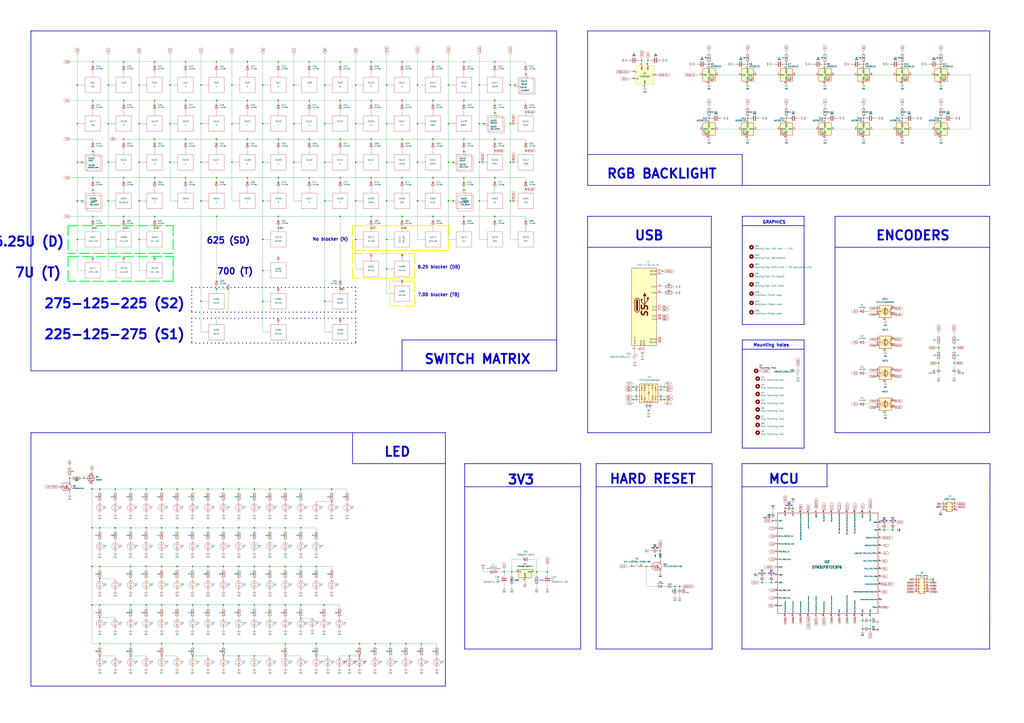
<source format=kicad_sch>
(kicad_sch (version 20230121) (generator eeschema)
  (paper "A1")
  (title_block (title "Anticheww") (date "2020-08-02") (rev "V2.0.8.3") (company "Designed by Gondolindrim") (comment 1 "In partnership with Chewwy"))
  (junction (at 88.9 196.85) (diameter 1.016))
  (junction (at 381 124.46) (diameter 1.016))
  (junction (at 355.6 146.05) (diameter 1.016))
  (junction (at 203.2 114.3) (diameter 1.016))
  (junction (at 279.4 146.05) (diameter 1.016))
  (junction (at 254 114.3) (diameter 1.016))
  (junction (at 145.415 433.705) (diameter 1.016))
  (junction (at 120.015 401.955) (diameter 1.016))
  (junction (at 393.7 69.85) (diameter 1.016))
  (junction (at 307.975 528.955) (diameter 1.016))
  (junction (at 208.915 465.455) (diameter 1.016))
  (junction (at 677.545 52.705) (diameter 1.016))
  (junction (at 330.2 146.05) (diameter 1.016))
  (junction (at 158.115 497.205) (diameter 1.016))
  (junction (at 196.215 401.955) (diameter 1.016))
  (junction (at 726.186 429.26) (diameter 1.016))
  (junction (at 101.6 177.8) (diameter 1.016))
  (junction (at 414.02 469.9) (diameter 1.016))
  (junction (at 88.9 69.85) (diameter 1.016))
  (junction (at 393.7 101.6) (diameter 1.016))
  (junction (at 554.355 481.965) (diameter 1.016))
  (junction (at 177.8 114.3) (diameter 1.016))
  (junction (at 88.9 101.6) (diameter 1.016))
  (junction (at 170.815 497.205) (diameter 1.016))
  (junction (at 342.9 133.35) (diameter 1.016))
  (junction (at 279.4 50.8) (diameter 1.016))
  (junction (at 292.1 165.1) (diameter 1.016))
  (junction (at 419.1 101.6) (diameter 1.016))
  (junction (at 75.565 401.955) (diameter 1.016))
  (junction (at 330.2 50.8) (diameter 1.016))
  (junction (at 304.8 177.8) (diameter 1.016))
  (junction (at 259.715 465.455) (diameter 1.016))
  (junction (at 304.8 50.8) (diameter 1.016))
  (junction (at 419.1 133.35) (diameter 1.016))
  (junction (at 203.2 146.05) (diameter 1.016))
  (junction (at 527.685 290.195) (diameter 1.016))
  (junction (at 708.406 516.89) (diameter 1.016))
  (junction (at 644.906 417.83) (diameter 1.016))
  (junction (at 544.195 222.885) (diameter 1.016))
  (junction (at 355.6 50.8) (diameter 1.016))
  (junction (at 81.915 465.455) (diameter 1.016))
  (junction (at 76.2 124.46) (diameter 1.016))
  (junction (at 81.915 401.955) (diameter 1.016))
  (junction (at 292.1 133.35) (diameter 1.016))
  (junction (at 634.746 427.99) (diameter 1.016))
  (junction (at 419.1 69.85) (diameter 1.016))
  (junction (at 317.5 101.6) (diameter 1.016))
  (junction (at 114.3 101.6) (diameter 1.016))
  (junction (at 158.115 433.705) (diameter 1.016))
  (junction (at 368.3 69.85) (diameter 1.016))
  (junction (at 114.3 165.1) (diameter 1.016))
  (junction (at 158.115 539.115) (diameter 1.016))
  (junction (at 145.415 401.955) (diameter 1.016))
  (junction (at 292.1 69.85) (diameter 1.016))
  (junction (at 247.015 508) (diameter 1.016))
  (junction (at 406.4 177.8) (diameter 1.016))
  (junction (at 266.7 69.85) (diameter 1.016))
  (junction (at 259.715 528.955) (diameter 1.016))
  (junction (at 651.256 417.83) (diameter 1.016))
  (junction (at 132.715 528.955) (diameter 1.016))
  (junction (at 440.69 469.9) (diameter 1.016))
  (junction (at 183.515 528.955) (diameter 1.016))
  (junction (at 165.1 69.85) (diameter 1.016))
  (junction (at 520.065 328.295) (diameter 1.016))
  (junction (at 81.915 475.615) (diameter 1.016))
  (junction (at 304.8 82.55) (diameter 1.016))
  (junction (at 355.6 82.55) (diameter 1.016))
  (junction (at 170.815 465.455) (diameter 1.016))
  (junction (at 152.4 146.05) (diameter 1.016))
  (junction (at 215.9 133.35) (diameter 1.016))
  (junction (at 272.415 401.955) (diameter 1.016))
  (junction (at 127 114.3) (diameter 1.016))
  (junction (at 234.315 497.205) (diameter 1.016))
  (junction (at 101.6 187.325) (diameter 1.016))
  (junction (at 449.58 469.9) (diameter 1.016))
  (junction (at 279.4 177.8) (diameter 1.016))
  (junction (at 190.5 101.6) (diameter 1.016))
  (junction (at 726.186 435.61) (diameter 1.016))
  (junction (at 247.015 465.455) (diameter 1.016))
  (junction (at 295.275 539.115) (diameter 1.016))
  (junction (at 221.615 433.705) (diameter 1.016))
  (junction (at 431.8 155.575) (diameter 1.016))
  (junction (at 132.715 465.455) (diameter 1.016))
  (junction (at 772.795 52.705) (diameter 1.016))
  (junction (at 234.315 528.955) (diameter 1.016))
  (junction (at 183.515 401.955) (diameter 1.016))
  (junction (at 733.171 435.61) (diameter 1.016))
  (junction (at 234.315 465.455) (diameter 1.016))
  (junction (at 431.8 92.075) (diameter 1.016))
  (junction (at 101.6 146.05) (diameter 1.016))
  (junction (at 234.315 401.955) (diameter 1.016))
  (junction (at 677.545 97.155) (diameter 1.016))
  (junction (at 107.315 539.115) (diameter 1.016))
  (junction (at 170.815 401.955) (diameter 1.016))
  (junction (at 545.465 318.135) (diameter 1.016))
  (junction (at 266.7 133.35) (diameter 1.016))
  (junction (at 107.315 401.955) (diameter 1.016))
  (junction (at 381 50.8) (diameter 1.016))
  (junction (at 81.915 507.365) (diameter 1.016))
  (junction (at 127 50.8) (diameter 1.016))
  (junction (at 94.615 433.705) (diameter 1.016))
  (junction (at 215.9 247.65) (diameter 1.016))
  (junction (at 221.615 497.205) (diameter 1.016))
  (junction (at 81.915 433.705) (diameter 1.016))
  (junction (at 215.9 196.85) (diameter 1.016))
  (junction (at 355.6 177.8) (diameter 1.016))
  (junction (at 234.315 433.705) (diameter 1.016))
  (junction (at 558.165 481.965) (diameter 1.016))
  (junction (at 215.9 101.6) (diameter 1.016))
  (junction (at 76.2 146.05) (diameter 1.016))
  (junction (at 304.8 187.325) (diameter 1.016))
  (junction (at 266.7 101.6) (diameter 1.016))
  (junction (at 330.2 177.8) (diameter 1.016))
  (junction (at 304.8 114.3) (diameter 1.016))
  (junction (at 419.1 165.1) (diameter 1.016))
  (junction (at 127 82.55) (diameter 1.016))
  (junction (at 67.31 133.35) (diameter 1.016))
  (junction (at 532.13 49.53) (diameter 1.016))
  (junction (at 63.5 101.6) (diameter 1.016))
  (junction (at 63.5 196.85) (diameter 1.016))
  (junction (at 241.3 101.6) (diameter 1.016))
  (junction (at 177.8 82.55) (diameter 1.016))
  (junction (at 614.045 52.705) (diameter 1.016))
  (junction (at 431.8 60.96) (diameter 1.016))
  (junction (at 88.9 165.1) (diameter 1.016))
  (junction (at 76.2 156.21) (diameter 1.016))
  (junction (at 208.915 497.205) (diameter 1.016))
  (junction (at 330.2 114.3) (diameter 1.016))
  (junction (at 346.075 528.955) (diameter 1.016))
  (junction (at 196.215 497.205) (diameter 1.016))
  (junction (at 741.045 52.705) (diameter 1.016))
  (junction (at 422.91 69.85) (diameter 1.016))
  (junction (at 633.476 478.79) (diameter 1.016))
  (junction (at 542.29 452.755) (diameter 1.016))
  (junction (at 406.4 146.05) (diameter 1.016))
  (junction (at 317.5 69.85) (diameter 1.016))
  (junction (at 228.6 187.325) (diameter 1.016))
  (junction (at 76.2 82.55) (diameter 1.016))
  (junction (at 158.115 465.455) (diameter 1.016))
  (junction (at 228.6 114.3) (diameter 1.016))
  (junction (at 228.6 50.8) (diameter 1.016))
  (junction (at 88.9 133.35) (diameter 1.016))
  (junction (at 234.315 539.115) (diameter 1.016))
  (junction (at 132.715 539.115) (diameter 1.016))
  (junction (at 355.6 114.3) (diameter 1.016))
  (junction (at 406.4 50.8) (diameter 1.016))
  (junction (at 272.415 412.115) (diameter 1.016))
  (junction (at 177.8 146.05) (diameter 1.016))
  (junction (at 532.765 337.185) (diameter 1.016))
  (junction (at 81.915 528.955) (diameter 1.016))
  (junction (at 183.515 465.455) (diameter 1.016))
  (junction (at 625.856 478.79) (diameter 1.016))
  (junction (at 120.015 433.705) (diameter 1.016))
  (junction (at 292.1 196.85) (diameter 1.016))
  (junction (at 406.4 114.3) (diameter 1.016))
  (junction (at 247.015 401.955) (diameter 1.016))
  (junction (at 177.8 50.8) (diameter 1.016))
  (junction (at 241.3 133.35) (diameter 1.016))
  (junction (at 107.315 528.955) (diameter 1.016))
  (junction (at 342.9 165.1) (diameter 1.016))
  (junction (at 279.4 237.49) (diameter 1.016))
  (junction (at 228.6 146.05) (diameter 1.016))
  (junction (at 127 187.325) (diameter 1.016))
  (junction (at 152.4 114.3) (diameter 1.016))
  (junction (at 520.065 318.135) (diameter 1.016))
  (junction (at 158.115 401.955) (diameter 1.016))
  (junction (at 101.6 114.3) (diameter 1.016))
  (junction (at 259.715 539.115) (diameter 1.016))
  (junction (at 333.375 528.955) (diameter 1.016))
  (junction (at 545.465 328.295) (diameter 1.016))
  (junction (at 215.9 69.85) (diameter 1.016))
  (junction (at 120.015 465.455) (diameter 1.016))
  (junction (at 421.64 101.6) (diameter 1.016))
  (junction (at 381 114.3) (diameter 1.016))
  (junction (at 183.515 433.705) (diameter 1.016))
  (junction (at 266.7 165.1) (diameter 1.016))
  (junction (at 295.275 528.955) (diameter 1.016))
  (junction (at 187.325 237.49) (diameter 1.016))
  (junction (at 372.11 165.1) (diameter 1.016))
  (junction (at 81.915 497.205) (diameter 1.016))
  (junction (at 381 82.55) (diameter 1.016))
  (junction (at 381 177.8) (diameter 1.016))
  (junction (at 139.7 101.6) (diameter 1.016))
  (junction (at 421.64 133.35) (diameter 1.016))
  (junction (at 101.6 50.8) (diameter 1.016))
  (junction (at 81.915 539.115) (diameter 1.016))
  (junction (at 254 82.55) (diameter 1.016))
  (junction (at 94.615 401.955) (diameter 1.016))
  (junction (at 741.045 97.155) (diameter 1.016))
  (junction (at 783.59 285.75) (diameter 1.016))
  (junction (at 208.915 539.115) (diameter 1.016))
  (junction (at 107.315 465.455) (diameter 1.016))
  (junction (at 342.9 101.6) (diameter 1.016))
  (junction (at 279.4 114.3) (diameter 1.016))
  (junction (at 120.015 497.205) (diameter 1.016))
  (junction (at 625.856 472.44) (diameter 1.016))
  (junction (at 527.05 49.53) (diameter 1.016))
  (junction (at 381 146.05) (diameter 1.016))
  (junction (at 317.5 165.1) (diameter 1.016))
  (junction (at 107.315 433.705) (diameter 1.016))
  (junction (at 190.5 133.35) (diameter 1.016))
  (junction (at 152.4 82.55) (diameter 1.016))
  (junction (at 228.6 82.55) (diameter 1.016))
  (junction (at 320.675 528.955) (diameter 1.016))
  (junction (at 317.5 196.85) (diameter 1.016))
  (junction (at 76.2 187.325) (diameter 1.016))
  (junction (at 783.59 298.45) (diameter 1.016))
  (junction (at 165.1 101.6) (diameter 1.016))
  (junction (at 145.415 497.205) (diameter 1.016))
  (junction (at 107.315 497.205) (diameter 1.016))
  (junction (at 393.7 165.1) (diameter 1.016))
  (junction (at 368.3 101.6) (diameter 1.016))
  (junction (at 221.615 465.455) (diameter 1.016))
  (junction (at 221.615 401.955) (diameter 1.016))
  (junction (at 75.565 433.705) (diameter 1.016))
  (junction (at 397.51 101.6) (diameter 1.016))
  (junction (at 208.915 433.705) (diameter 1.016))
  (junction (at 406.4 123.825) (diameter 1.016))
  (junction (at 203.2 82.55) (diameter 1.016))
  (junction (at 396.24 133.35) (diameter 1.016))
  (junction (at 196.215 539.115) (diameter 1.016))
  (junction (at 190.5 69.85) (diameter 1.016))
  (junction (at 247.015 497.205) (diameter 1.016))
  (junction (at 63.5 69.85) (diameter 1.016))
  (junction (at 266.7 247.65) (diameter 1.016))
  (junction (at 381 156.21) (diameter 1.016))
  (junction (at 183.515 539.115) (diameter 1.016))
  (junction (at 770.89 298.45) (diameter 1.016))
  (junction (at 645.795 52.705) (diameter 1.016))
  (junction (at 279.4 82.55) (diameter 1.016))
  (junction (at 170.815 433.705) (diameter 1.016))
  (junction (at 196.215 465.455) (diameter 1.016))
  (junction (at 215.9 165.1) (diameter 1.016))
  (junction (at 177.8 177.8) (diameter 1.016))
  (junction (at 132.715 401.955) (diameter 1.016))
  (junction (at 708.406 509.905) (diameter 1.016))
  (junction (at 254 146.05) (diameter 1.016))
  (junction (at 406.4 82.55) (diameter 1.016))
  (junction (at 177.8 237.49) (diameter 1.016))
  (junction (at 292.1 101.6) (diameter 1.016))
  (junction (at 114.3 196.85) (diameter 1.016))
  (junction (at 183.515 497.205) (diameter 1.016))
  (junction (at 709.295 52.705) (diameter 1.016))
  (junction (at 330.2 82.55) (diameter 1.016))
  (junction (at 165.1 165.1) (diameter 1.016))
  (junction (at 63.5 165.1) (diameter 1.016))
  (junction (at 770.89 285.75) (diameter 1.016))
  (junction (at 67.31 165.1) (diameter 1.016))
  (junction (at 114.3 133.35) (diameter 1.016))
  (junction (at 208.915 401.955) (diameter 1.016))
  (junction (at 132.715 433.705) (diameter 1.016))
  (junction (at 247.015 433.705) (diameter 1.016))
  (junction (at 368.3 165.1) (diameter 1.016))
  (junction (at 406.4 92.71) (diameter 1.016))
  (junction (at 317.5 220.98) (diameter 1.016))
  (junction (at 733.171 429.26) (diameter 1.016))
  (junction (at 254 50.8) (diameter 1.016))
  (junction (at 203.2 50.8) (diameter 1.016))
  (junction (at 57.15 393.065) (diameter 1.016))
  (junction (at 582.295 97.155) (diameter 1.016))
  (junction (at 152.4 50.8) (diameter 1.016))
  (junction (at 614.045 97.155) (diameter 1.016))
  (junction (at 127 177.8) (diameter 1.016))
  (junction (at 75.565 497.205) (diameter 1.016))
  (junction (at 266.065 497.205) (diameter 1.016))
  (junction (at 287.02 539.115) (diameter 1.016))
  (junction (at 139.7 69.85) (diameter 1.016))
  (junction (at 342.9 69.85) (diameter 1.016))
  (junction (at 139.7 133.35) (diameter 1.016))
  (junction (at 215.9 222.25) (diameter 1.016))
  (junction (at 75.565 465.455) (diameter 1.016))
  (junction (at 530.86 465.455) (diameter 1.016))
  (junction (at 76.2 50.8) (diameter 1.016))
  (junction (at 431.8 123.825) (diameter 1.016))
  (junction (at 714.756 509.905) (diameter 1.016))
  (junction (at 114.3 69.85) (diameter 1.016))
  (junction (at 101.6 82.55) (diameter 1.016))
  (junction (at 372.11 133.35) (diameter 1.016))
  (junction (at 196.215 433.705) (diameter 1.016))
  (junction (at 165.1 133.35) (diameter 1.016))
  (junction (at 645.795 97.155) (diameter 1.016))
  (junction (at 304.8 146.05) (diameter 1.016))
  (junction (at 772.795 97.155) (diameter 1.016))
  (junction (at 145.415 465.455) (diameter 1.016))
  (junction (at 63.5 133.35) (diameter 1.016))
  (junction (at 132.715 497.205) (diameter 1.016))
  (junction (at 633.476 472.44) (diameter 1.016))
  (junction (at 420.37 469.9) (diameter 1.016))
  (junction (at 317.5 133.35) (diameter 1.016))
  (junction (at 368.3 133.35) (diameter 1.016))
  (junction (at 582.295 52.705) (diameter 1.016))
  (junction (at 228.6 177.8) (diameter 1.016))
  (junction (at 158.115 528.955) (diameter 1.016))
  (junction (at 127 146.05) (diameter 1.016))
  (junction (at 241.3 69.85) (diameter 1.016))
  (junction (at 714.756 516.89) (diameter 1.016))
  (junction (at 330.2 187.325) (diameter 1.016))
  (junction (at 393.7 133.35) (diameter 1.016))
  (junction (at 76.2 177.8) (diameter 1.016))
  (junction (at 165.1 247.65) (diameter 1.016))
  (junction (at 709.295 97.155) (diameter 1.016))
  (junction (at 421.64 165.1) (diameter 1.016))
  (no_connect (at 785.876 419.1))
  (no_connect (at 723.646 492.76))
  (wire (pts (xy 221.615 421.005) (xy 221.615 422.275)))
  (wire (pts (xy 208.915 475.615) (xy 208.915 476.885)))
  (wire (pts (xy 381 114.3) (xy 406.4 114.3)))
  (wire (pts (xy 406.4 92.71) (xy 407.67 92.71)))
  (wire (pts (xy 208.915 412.115) (xy 208.915 413.385)))
  (wire (pts (xy 145.415 539.115) (xy 145.415 540.385)))
  (wire (pts (xy 234.315 465.455) (xy 247.015 465.455)))
  (polyline (pts (xy 142.24 210.82) (xy 142.24 231.14)) (stroke (width 0.762) (type dash) (color 4 255 67 1)))
  (wire (pts (xy 317.5 44.45) (xy 317.5 69.85)))
  (wire (pts (xy 81.915 539.115) (xy 94.615 539.115)))
  (wire (pts (xy 421.64 101.6) (xy 422.91 101.6)))
  (polyline (pts (xy 55.88 210.82) (xy 142.24 210.82)) (stroke (width 0.762) (type dash) (color 4 255 67 1)))
  (wire (pts (xy 419.1 196.85) (xy 422.91 196.85)))
  (wire (pts (xy 716.915 61.595) (xy 733.425 61.595)))
  (wire (pts (xy 120.015 452.755) (xy 120.015 454.025)))
  (wire (pts (xy 307.975 528.955) (xy 320.675 528.955)))
  (wire (pts (xy 421.64 132.08) (xy 421.64 133.35)))
  (wire (pts (xy 165.1 165.1) (xy 165.1 133.35)))
  (polyline (pts (xy 489.585 400.05) (xy 584.835 400.05)) (stroke (width 0.508) (type solid)))
  (wire (pts (xy 259.715 443.865) (xy 259.715 445.135)))
  (wire (pts (xy 127 59.69) (xy 127 60.96)))
  (wire (pts (xy 342.9 69.85) (xy 346.71 69.85)))
  (wire (pts (xy 81.915 421.005) (xy 81.915 422.275)))
  (wire (pts (xy 783.59 298.45) (xy 783.59 302.26)))
  (polyline (pts (xy 609.6 287.02) (xy 660.4 287.02)) (stroke (width 0.508) (type solid)))
  (wire (pts (xy 421.64 163.83) (xy 421.64 165.1)))
  (wire (pts (xy 633.476 472.44) (xy 636.016 472.44)))
  (wire (pts (xy 145.415 433.705) (xy 158.115 433.705)))
  (wire (pts (xy 645.795 41.91) (xy 645.795 43.815)))
  (wire (pts (xy 132.715 484.505) (xy 132.715 485.775)))
  (wire (pts (xy 177.8 59.69) (xy 177.8 60.96)))
  (wire (pts (xy 292.1 196.85) (xy 292.1 220.98)))
  (wire (pts (xy 158.115 528.955) (xy 183.515 528.955)))
  (wire (pts (xy 254 146.05) (xy 279.4 146.05)))
  (wire (pts (xy 203.2 114.3) (xy 203.2 115.57)))
  (wire (pts (xy 190.5 101.6) (xy 190.5 69.85)))
  (wire (pts (xy 118.11 222.25) (xy 114.3 222.25)))
  (wire (pts (xy 139.7 44.45) (xy 139.7 69.85)))
  (polyline (pts (xy 685.8 177.8) (xy 685.8 355.6)) (stroke (width 0.508) (type solid)))
  (wire (pts (xy 57.15 382.27) (xy 57.15 383.54)))
  (polyline (pts (xy 812.8 152.4) (xy 482.6 152.4)) (stroke (width 0.508) (type solid)))
  (wire (pts (xy 196.215 421.005) (xy 196.215 422.275)))
  (wire (pts (xy 196.215 465.455) (xy 208.915 465.455)))
  (wire (pts (xy 679.45 97.155) (xy 677.545 97.155)))
  (wire (pts (xy 177.8 146.05) (xy 203.2 146.05)))
  (wire (pts (xy 158.115 433.705) (xy 158.115 436.245)))
  (wire (pts (xy 582.295 52.705) (xy 582.295 53.975)))
  (wire (pts (xy 708.406 509.905) (xy 709.041 509.905)))
  (wire (pts (xy 780.415 61.595) (xy 796.925 61.595)))
  (wire (pts (xy 355.6 114.3) (xy 355.6 115.57)))
  (wire (pts (xy 170.815 475.615) (xy 170.815 476.885)))
  (polyline (pts (xy 482.6 25.4) (xy 812.8 25.4)) (stroke (width 0.508) (type solid)))
  (wire (pts (xy 170.815 507.365) (xy 170.815 508.635)))
  (wire (pts (xy 158.115 421.005) (xy 158.115 422.275)))
  (wire (pts (xy 420.37 473.075) (xy 420.37 469.9)))
  (wire (pts (xy 234.315 539.115) (xy 247.015 539.115)))
  (polyline (pts (xy 660.4 368.3) (xy 609.6 368.3)) (stroke (width 0.508) (type solid)))
  (wire (pts (xy 287.02 539.115) (xy 295.275 539.115)))
  (wire (pts (xy 101.6 50.8) (xy 101.6 52.07)))
  (wire (pts (xy 396.875 468.63) (xy 396.875 469.9)))
  (wire (pts (xy 241.3 101.6) (xy 241.3 69.85)))
  (wire (pts (xy 152.4 154.94) (xy 152.4 156.21)))
  (wire (pts (xy 333.375 539.115) (xy 333.375 540.385)))
  (wire (pts (xy 127 50.8) (xy 127 52.07)))
  (wire (pts (xy 221.615 475.615) (xy 221.615 476.885)))
  (wire (pts (xy 221.615 465.455) (xy 221.615 467.995)))
  (wire (pts (xy 215.9 101.6) (xy 215.9 69.85)))
  (wire (pts (xy 709.295 86.36) (xy 709.295 88.265)))
  (wire (pts (xy 527.685 465.455) (xy 530.86 465.455)))
  (wire (pts (xy 431.8 92.075) (xy 433.07 92.075)))
  (wire (pts (xy 381 50.8) (xy 381 52.07)))
  (wire (pts (xy 330.2 146.05) (xy 330.2 147.32)))
  (wire (pts (xy 714.756 417.83) (xy 714.756 419.1)))
  (wire (pts (xy 76.2 187.325) (xy 76.2 187.96)))
  (wire (pts (xy 279.4 91.44) (xy 279.4 92.71)))
  (wire (pts (xy 152.4 114.3) (xy 152.4 115.57)))
  (wire (pts (xy 406.4 50.8) (xy 431.8 50.8)))
  (wire (pts (xy 518.795 314.96) (xy 520.065 314.96)))
  (wire (pts (xy 228.6 177.8) (xy 279.4 177.8)))
  (polyline (pts (xy 584.835 533.4) (xy 489.585 533.4)) (stroke (width 0.508) (type solid)))
  (wire (pts (xy 711.2 97.155) (xy 709.295 97.155)))
  (wire (pts (xy 208.915 452.755) (xy 208.915 454.025)))
  (wire (pts (xy 741.045 51.435) (xy 741.045 52.705)))
  (wire (pts (xy 107.315 465.455) (xy 107.315 467.995)))
  (wire (pts (xy 254 123.19) (xy 254 124.46)))
  (wire (pts (xy 670.306 417.83) (xy 670.306 419.1)))
  (wire (pts (xy 101.6 177.8) (xy 127 177.8)))
  (wire (pts (xy 76.2 154.94) (xy 76.2 156.21)))
  (polyline (pts (xy 609.346 381) (xy 609.346 533.4)) (stroke (width 0.508) (type solid)))
  (wire (pts (xy 623.316 478.79) (xy 625.856 478.79)))
  (wire (pts (xy 114.3 196.85) (xy 114.3 165.1)))
  (wire (pts (xy 215.9 165.1) (xy 219.71 165.1)))
  (wire (pts (xy 132.715 465.455) (xy 145.415 465.455)))
  (wire (pts (xy 770.89 285.75) (xy 770.89 288.29)))
  (wire (pts (xy 292.1 101.6) (xy 295.91 101.6)))
  (wire (pts (xy 623.316 472.44) (xy 625.856 472.44)))
  (wire (pts (xy 527.685 290.195) (xy 528.955 290.195)))
  (polyline (pts (xy 368.3 205.74) (xy 289.56 205.74)) (stroke (width 0.762) (type dash) (color 250 255 7 1)))
  (wire (pts (xy 152.4 82.55) (xy 177.8 82.55)))
  (polyline (pts (xy 289.56 185.42) (xy 368.3 185.42)) (stroke (width 0.762) (type dash) (color 250 255 7 1)))
  (wire (pts (xy 67.31 167.005) (xy 68.58 167.005)))
  (wire (pts (xy 190.5 133.35) (xy 190.5 101.6)))
  (wire (pts (xy 657.225 97.155) (xy 655.32 97.155)))
  (wire (pts (xy 114.3 165.1) (xy 114.3 133.35)))
  (wire (pts (xy 234.315 401.955) (xy 221.615 401.955)))
  (wire (pts (xy 107.315 401.955) (xy 107.315 404.495)))
  (wire (pts (xy 431.8 186.69) (xy 431.8 187.96)))
  (wire (pts (xy 247.015 497.205) (xy 266.065 497.205)))
  (wire (pts (xy 101.6 114.3) (xy 101.6 115.57)))
  (wire (pts (xy 132.715 452.755) (xy 132.715 454.025)))
  (wire (pts (xy 88.9 165.1) (xy 88.9 133.35)))
  (wire (pts (xy 304.8 123.19) (xy 304.8 124.46)))
  (wire (pts (xy 765.175 106.045) (xy 748.665 106.045)))
  (wire (pts (xy 532.13 49.53) (xy 532.13 47.625)))
  (wire (pts (xy 234.315 497.205) (xy 234.315 499.745)))
  (wire (pts (xy 177.8 264.16) (xy 177.8 260.35)))
  (wire (pts (xy 742.95 97.155) (xy 741.045 97.155)))
  (wire (pts (xy 419.1 69.85) (xy 422.91 69.85)))
  (wire (pts (xy 81.915 548.005) (xy 81.915 549.275)))
  (wire (pts (xy 158.115 443.865) (xy 158.115 445.135)))
  (wire (pts (xy 170.815 412.115) (xy 170.815 413.385)))
  (polyline (pts (xy 365.76 355.6) (xy 365.76 563.88)) (stroke (width 0.508) (type solid)))
  (wire (pts (xy 644.906 413.385) (xy 644.906 417.83)))
  (wire (pts (xy 88.9 101.6) (xy 92.71 101.6)))
  (wire (pts (xy 772.795 95.885) (xy 772.795 97.155)))
  (polyline (pts (xy 609.6 279.4) (xy 660.4 279.4)) (stroke (width 0.508) (type solid)))
  (wire (pts (xy 208.915 401.955) (xy 196.215 401.955)))
  (wire (pts (xy 228.6 146.05) (xy 254 146.05)))
  (wire (pts (xy 279.4 114.3) (xy 279.4 115.57)))
  (wire (pts (xy 287.02 548.005) (xy 287.02 549.275)))
  (wire (pts (xy 407.67 92.71) (xy 407.67 93.98)))
  (wire (pts (xy 330.2 82.55) (xy 330.2 83.82)))
  (wire (pts (xy 132.715 539.115) (xy 132.715 540.385)))
  (polyline (pts (xy 55.88 185.42) (xy 142.24 185.42)) (stroke (width 0.762) (type dash) (color 4 255 67 1)))
  (wire (pts (xy 752.475 97.155) (xy 750.57 97.155)))
  (wire (pts (xy 190.5 44.45) (xy 190.5 69.85)))
  (wire (pts (xy 241.3 44.45) (xy 241.3 69.85)))
  (wire (pts (xy 234.315 484.505) (xy 234.315 485.775)))
  (wire (pts (xy 254 82.55) (xy 279.4 82.55)))
  (wire (pts (xy 241.3 165.1) (xy 241.3 133.35)))
  (wire (pts (xy 393.7 101.6) (xy 393.7 69.85)))
  (wire (pts (xy 170.815 484.505) (xy 170.815 485.775)))
  (wire (pts (xy 711.835 255.905) (xy 719.455 255.905)))
  (wire (pts (xy 208.915 484.505) (xy 208.915 485.775)))
  (wire (pts (xy 633.476 478.79) (xy 636.016 478.79)))
  (wire (pts (xy 107.315 528.955) (xy 107.315 531.495)))
  (wire (pts (xy 114.3 196.85) (xy 118.11 196.85)))
  (wire (pts (xy 330.2 82.55) (xy 355.6 82.55)))
  (wire (pts (xy 177.8 82.55) (xy 177.8 83.82)))
  (wire (pts (xy 330.2 59.69) (xy 330.2 60.96)))
  (wire (pts (xy 127 177.8) (xy 127 179.07)))
  (wire (pts (xy 772.541 419.735) (xy 772.541 419.1)))
  (wire (pts (xy 107.315 507.365) (xy 107.315 508.635)))
  (wire (pts (xy 572.135 61.595) (xy 574.675 61.595)))
  (wire (pts (xy 709.295 51.435) (xy 709.295 52.705)))
  (wire (pts (xy 393.7 165.1) (xy 393.7 133.35)))
  (wire (pts (xy 203.2 123.19) (xy 203.2 124.46)))
  (wire (pts (xy 292.1 165.1) (xy 292.1 196.85)))
  (wire (pts (xy 272.415 421.005) (xy 272.415 422.275)))
  (wire (pts (xy 292.1 69.85) (xy 295.91 69.85)))
  (wire (pts (xy 145.415 507.365) (xy 145.415 508.635)))
  (wire (pts (xy 768.985 285.75) (xy 770.89 285.75)))
  (wire (pts (xy 152.4 82.55) (xy 152.4 83.82)))
  (wire (pts (xy 114.3 222.25) (xy 114.3 196.85)))
  (wire (pts (xy 552.45 481.965) (xy 554.355 481.965)))
  (wire (pts (xy 259.715 548.005) (xy 259.715 549.275)))
  (wire (pts (xy 107.315 452.755) (xy 107.315 454.025)))
  (wire (pts (xy 94.615 433.705) (xy 94.615 436.245)))
  (wire (pts (xy 158.115 484.505) (xy 158.115 485.775)))
  (wire (pts (xy 114.3 165.1) (xy 118.11 165.1)))
  (wire (pts (xy 532.13 49.53) (xy 532.13 51.435)))
  (wire (pts (xy 530.86 481.965) (xy 530.86 465.455)))
  (wire (pts (xy 602.615 52.705) (xy 604.52 52.705)))
  (wire (pts (xy 544.195 240.665) (xy 545.465 240.665)))
  (wire (pts (xy 94.615 114.3) (xy 101.6 114.3)))
  (wire (pts (xy 81.915 528.955) (xy 107.315 528.955)))
  (wire (pts (xy 381 59.69) (xy 381 60.96)))
  (polyline (pts (xy 457.2 279.4) (xy 330.2 279.4)) (stroke (width 0.508) (type solid)))
  (wire (pts (xy 355.6 82.55) (xy 381 82.55)))
  (wire (pts (xy 531.495 335.915) (xy 531.495 337.185)))
  (wire (pts (xy 406.4 114.3) (xy 406.4 115.57)))
  (wire (pts (xy 414.02 480.06) (xy 414.02 483.235)))
  (polyline (pts (xy 660.4 266.7) (xy 609.6 266.7)) (stroke (width 0.508) (type solid)))
  (wire (pts (xy 75.565 433.705) (xy 75.565 465.455)))
  (wire (pts (xy 81.915 465.455) (xy 107.315 465.455)))
  (wire (pts (xy 449.58 469.9) (xy 449.58 472.44)))
  (wire (pts (xy 783.59 307.34) (xy 783.59 309.88)))
  (wire (pts (xy 544.195 235.585) (xy 545.465 235.585)))
  (wire (pts (xy 187.325 260.35) (xy 187.325 237.49)))
  (wire (pts (xy 266.7 133.35) (xy 270.51 133.35)))
  (wire (pts (xy 372.11 167.005) (xy 373.38 167.005)))
  (wire (pts (xy 132.715 497.205) (xy 145.415 497.205)))
  (wire (pts (xy 132.715 401.955) (xy 120.015 401.955)))
  (wire (pts (xy 63.5 222.25) (xy 63.5 196.85)))
  (wire (pts (xy 158.115 452.755) (xy 158.115 454.025)))
  (wire (pts (xy 145.415 484.505) (xy 145.415 485.775)))
  (wire (pts (xy 317.5 101.6) (xy 321.31 101.6)))
  (wire (pts (xy 285.115 401.955) (xy 272.415 401.955)))
  (wire (pts (xy 145.415 401.955) (xy 145.415 404.495)))
  (wire (pts (xy 685.165 61.595) (xy 701.675 61.595)))
  (wire (pts (xy 114.3 69.85) (xy 118.11 69.85)))
  (wire (pts (xy 203.2 50.8) (xy 228.6 50.8)))
  (polyline (pts (xy 340.36 208.28) (xy 340.36 228.6)) (stroke (width 0.762) (type dash) (color 250 255 7 1)))
  (wire (pts (xy 440.69 469.9) (xy 440.69 473.075)))
  (wire (pts (xy 307.975 528.955) (xy 307.975 531.495)))
  (wire (pts (xy 75.565 528.955) (xy 81.915 528.955)))
  (wire (pts (xy 94.615 401.955) (xy 81.915 401.955)))
  (wire (pts (xy 208.915 433.705) (xy 221.615 433.705)))
  (wire (pts (xy 170.815 465.455) (xy 170.815 467.995)))
  (polyline (pts (xy 813.054 381) (xy 812.8 533.4)) (stroke (width 0.508) (type solid)))
  (wire (pts (xy 406.4 91.44) (xy 406.4 92.71)))
  (wire (pts (xy 554.355 488.315) (xy 554.355 490.22)))
  (wire (pts (xy 355.6 82.55) (xy 355.6 83.82)))
  (wire (pts (xy 234.315 401.955) (xy 234.315 404.495)))
  (polyline (pts (xy 55.88 185.42) (xy 55.88 208.28)) (stroke (width 0.762) (type dash) (color 4 255 67 1)))
  (wire (pts (xy 152.4 123.19) (xy 152.4 124.46)))
  (wire (pts (xy 381 123.19) (xy 381 124.46)))
  (wire (pts (xy 234.315 528.955) (xy 259.715 528.955)))
  (wire (pts (xy 633.476 427.99) (xy 634.746 427.99)))
  (wire (pts (xy 431.8 123.19) (xy 431.8 123.825)))
  (wire (pts (xy 76.2 50.8) (xy 101.6 50.8)))
  (wire (pts (xy 221.615 433.705) (xy 221.615 436.245)))
  (wire (pts (xy 254 114.3) (xy 279.4 114.3)))
  (polyline (pts (xy 812.8 25.4) (xy 812.8 152.4)) (stroke (width 0.508) (type solid)))
  (wire (pts (xy 643.89 52.705) (xy 645.795 52.705)))
  (wire (pts (xy 101.6 154.94) (xy 101.6 156.21)))
  (polyline (pts (xy 482.6 177.8) (xy 482.6 355.6)) (stroke (width 0.508) (type solid)))
  (wire (pts (xy 772.795 97.155) (xy 772.795 98.425)))
  (wire (pts (xy 431.8 60.96) (xy 433.07 60.96)))
  (wire (pts (xy 358.775 548.005) (xy 358.775 549.275)))
  (polyline (pts (xy 365.76 381) (xy 289.56 381)) (stroke (width 0.508) (type solid)))
  (wire (pts (xy 292.1 196.85) (xy 295.91 196.85)))
  (wire (pts (xy 431.8 146.05) (xy 431.8 147.32)))
  (wire (pts (xy 279.4 177.8) (xy 279.4 228.6)))
  (wire (pts (xy 614.045 97.155) (xy 614.045 98.425)))
  (wire (pts (xy 215.9 44.45) (xy 215.9 69.85)))
  (wire (pts (xy 558.165 488.315) (xy 558.165 490.22)))
  (wire (pts (xy 81.915 497.205) (xy 107.315 497.205)))
  (wire (pts (xy 196.215 443.865) (xy 196.215 445.135)))
  (wire (pts (xy 107.315 433.705) (xy 107.315 436.245)))
  (wire (pts (xy 582.295 86.36) (xy 582.295 88.265)))
  (wire (pts (xy 431.165 477.52) (xy 431.165 478.79)))
  (wire (pts (xy 165.1 133.35) (xy 168.91 133.35)))
  (wire (pts (xy 241.3 69.85) (xy 245.11 69.85)))
  (wire (pts (xy 256.54 515.62) (xy 256.54 516.89)))
  (wire (pts (xy 279.4 50.8) (xy 279.4 52.07)))
  (wire (pts (xy 57.15 50.8) (xy 76.2 50.8)))
  (wire (pts (xy 279.4 177.8) (xy 304.8 177.8)))
  (wire (pts (xy 272.415 475.615) (xy 272.415 476.885)))
  (wire (pts (xy 279.4 123.19) (xy 279.4 124.46)))
  (wire (pts (xy 438.785 469.9) (xy 440.69 469.9)))
  (wire (pts (xy 152.4 91.44) (xy 152.4 92.71)))
  (wire (pts (xy 785.495 285.75) (xy 783.59 285.75)))
  (wire (pts (xy 419.1 101.6) (xy 419.1 69.85)))
  (wire (pts (xy 259.715 528.955) (xy 259.715 531.495)))
  (wire (pts (xy 132.715 401.955) (xy 132.715 404.495)))
  (wire (pts (xy 711.835 281.305) (xy 719.455 281.305)))
  (wire (pts (xy 526.415 290.195) (xy 527.685 290.195)))
  (wire (pts (xy 208.915 421.005) (xy 208.915 422.275)))
  (wire (pts (xy 152.4 50.8) (xy 177.8 50.8)))
  (wire (pts (xy 215.9 196.85) (xy 219.71 196.85)))
  (wire (pts (xy 420.37 469.9) (xy 423.545 469.9)))
  (wire (pts (xy 247.015 401.955) (xy 234.315 401.955)))
  (wire (pts (xy 709.295 41.91) (xy 709.295 43.815)))
  (wire (pts (xy 241.3 133.35) (xy 241.3 101.6)))
  (wire (pts (xy 625.856 472.44) (xy 633.476 472.44)))
  (wire (pts (xy 582.295 51.435) (xy 582.295 52.705)))
  (wire (pts (xy 247.015 433.705) (xy 247.015 436.245)))
  (wire (pts (xy 650.621 417.83) (xy 651.256 417.83)))
  (wire (pts (xy 221.615 497.205) (xy 221.615 499.745)))
  (wire (pts (xy 127 114.3) (xy 152.4 114.3)))
  (wire (pts (xy 94.615 412.115) (xy 94.615 413.385)))
  (wire (pts (xy 358.775 528.955) (xy 358.775 531.495)))
  (wire (pts (xy 304.8 154.94) (xy 304.8 156.21)))
  (wire (pts (xy 158.115 497.205) (xy 170.815 497.205)))
  (polyline (pts (xy 812.8 355.6) (xy 685.8 355.6)) (stroke (width 0.508) (type solid)))
  (wire (pts (xy 342.9 101.6) (xy 346.71 101.6)))
  (wire (pts (xy 120.015 421.005) (xy 120.015 422.275)))
  (wire (pts (xy 266.7 247.65) (xy 266.7 273.05)))
  (wire (pts (xy 272.415 465.455) (xy 272.415 467.995)))
  (wire (pts (xy 247.015 539.115) (xy 247.015 540.385)))
  (wire (pts (xy 355.6 91.44) (xy 355.6 92.71)))
  (wire (pts (xy 393.7 44.45) (xy 393.7 69.85)))
  (wire (pts (xy 247.015 401.955) (xy 247.015 404.495)))
  (wire (pts (xy 203.2 82.55) (xy 203.2 83.82)))
  (wire (pts (xy 120.015 465.455) (xy 120.015 467.995)))
  (wire (pts (xy 259.715 528.955) (xy 295.275 528.955)))
  (wire (pts (xy 320.675 539.115) (xy 320.675 540.385)))
  (wire (pts (xy 372.11 165.1) (xy 372.11 167.005)))
  (wire (pts (xy 190.5 165.1) (xy 194.31 165.1)))
  (wire (pts (xy 215.9 273.05) (xy 215.9 247.65)))
  (wire (pts (xy 534.67 49.53) (xy 532.13 49.53)))
  (wire (pts (xy 431.8 155.575) (xy 433.07 155.575)))
  (wire (pts (xy 431.8 123.825) (xy 433.07 123.825)))
  (wire (pts (xy 320.675 548.005) (xy 320.675 549.275)))
  (wire (pts (xy 723.646 448.31) (xy 724.916 448.31)))
  (wire (pts (xy 723.646 441.96) (xy 724.916 441.96)))
  (wire (pts (xy 145.415 401.955) (xy 132.715 401.955)))
  (wire (pts (xy 120.015 497.205) (xy 120.015 499.745)))
  (wire (pts (xy 440.69 483.235) (xy 440.69 480.695)))
  (wire (pts (xy 228.6 186.69) (xy 228.6 187.325)))
  (wire (pts (xy 414.02 469.9) (xy 414.02 472.44)))
  (wire (pts (xy 158.115 465.455) (xy 170.815 465.455)))
  (wire (pts (xy 76.2 114.3) (xy 76.2 115.57)))
  (wire (pts (xy 183.515 401.955) (xy 170.815 401.955)))
  (wire (pts (xy 203.2 146.05) (xy 228.6 146.05)))
  (wire (pts (xy 406.4 123.825) (xy 406.4 124.46)))
  (wire (pts (xy 57.15 391.16) (xy 57.15 393.065)))
  (wire (pts (xy 295.275 528.955) (xy 295.275 531.495)))
  (wire (pts (xy 520.065 331.47) (xy 518.795 331.47)))
  (wire (pts (xy 633.476 472.44) (xy 633.476 473.075)))
  (wire (pts (xy 208.915 465.455) (xy 221.615 465.455)))
  (wire (pts (xy 94.615 433.705) (xy 107.315 433.705)))
  (wire (pts (xy 355.6 114.3) (xy 381 114.3)))
  (wire (pts (xy 520.065 314.96) (xy 520.065 318.135)))
  (wire (pts (xy 88.9 196.85) (xy 88.9 165.1)))
  (wire (pts (xy 81.915 507.365) (xy 94.615 507.365)))
  (wire (pts (xy 219.71 222.25) (xy 215.9 222.25)))
  (wire (pts (xy 132.715 516.255) (xy 132.715 517.525)))
  (wire (pts (xy 677.545 41.91) (xy 677.545 43.815)))
  (wire (pts (xy 158.115 528.955) (xy 158.115 531.495)))
  (wire (pts (xy 145.415 465.455) (xy 158.115 465.455)))
  (wire (pts (xy 381 177.8) (xy 406.4 177.8)))
  (wire (pts (xy 272.415 401.955) (xy 272.415 404.495)))
  (polyline (pts (xy 584.2 355.6) (xy 482.6 355.6)) (stroke (width 0.508) (type solid)))
  (wire (pts (xy 132.715 507.365) (xy 132.715 508.635)))
  (wire (pts (xy 234.315 475.615) (xy 234.315 476.885)))
  (wire (pts (xy 295.275 539.115) (xy 295.275 540.385)))
  (wire (pts (xy 63.5 101.6) (xy 67.31 101.6)))
  (wire (pts (xy 81.915 475.615) (xy 81.915 476.885)))
  (polyline (pts (xy 812.8 533.4) (xy 609.346 533.4)) (stroke (width 0.508) (type solid)))
  (wire (pts (xy 247.015 497.205) (xy 247.015 499.745)))
  (wire (pts (xy 542.29 452.755) (xy 542.29 454.025)))
  (wire (pts (xy 772.795 51.435) (xy 772.795 52.705)))
  (wire (pts (xy 215.9 69.85) (xy 219.71 69.85)))
  (wire (pts (xy 304.8 177.8) (xy 330.2 177.8)))
  (wire (pts (xy 330.2 114.3) (xy 330.2 115.57)))
  (wire (pts (xy 431.8 92.075) (xy 431.8 92.71)))
  (wire (pts (xy 355.6 50.8) (xy 355.6 52.07)))
  (wire (pts (xy 139.7 69.85) (xy 143.51 69.85)))
  (wire (pts (xy 120.015 412.115) (xy 120.015 413.385)))
  (wire (pts (xy 304.8 82.55) (xy 304.8 83.82)))
  (wire (pts (xy 183.515 412.115) (xy 183.515 413.385)))
  (wire (pts (xy 381 156.21) (xy 382.27 156.21)))
  (wire (pts (xy 170.815 548.005) (xy 170.815 549.275)))
  (wire (pts (xy 381 50.8) (xy 406.4 50.8)))
  (wire (pts (xy 183.515 465.455) (xy 196.215 465.455)))
  (wire (pts (xy 177.8 236.22) (xy 177.8 237.49)))
  (wire (pts (xy 393.7 196.85) (xy 397.51 196.85)))
  (wire (pts (xy 196.215 484.505) (xy 196.215 485.775)))
  (wire (pts (xy 165.1 165.1) (xy 165.1 247.65)))
  (wire (pts (xy 393.7 196.85) (xy 393.7 165.1)))
  (wire (pts (xy 219.71 247.65) (xy 215.9 247.65)))
  (wire (pts (xy 132.715 539.115) (xy 145.415 539.115)))
  (polyline (pts (xy 25.4 355.6) (xy 25.4 563.88)) (stroke (width 0.508) (type solid)))
  (wire (pts (xy 638.175 106.045) (xy 621.665 106.045)))
  (wire (pts (xy 406.4 82.55) (xy 431.8 82.55)))
  (wire (pts (xy 741.045 95.885) (xy 741.045 97.155)))
  (wire (pts (xy 784.225 97.155) (xy 782.32 97.155)))
  (wire (pts (xy 152.4 146.05) (xy 177.8 146.05)))
  (wire (pts (xy 346.075 528.955) (xy 346.075 531.495)))
  (wire (pts (xy 81.915 516.255) (xy 81.915 517.525)))
  (wire (pts (xy 127 82.55) (xy 127 83.82)))
  (wire (pts (xy 368.3 133.35) (xy 368.3 101.6)))
  (wire (pts (xy 741.045 41.91) (xy 741.045 43.815)))
  (wire (pts (xy 67.31 165.1) (xy 67.31 167.005)))
  (wire (pts (xy 208.915 539.115) (xy 208.915 540.385)))
  (wire (pts (xy 127 154.94) (xy 127 156.21)))
  (wire (pts (xy 228.6 146.05) (xy 228.6 147.32)))
  (wire (pts (xy 381 146.05) (xy 406.4 146.05)))
  (wire (pts (xy 342.9 196.85) (xy 346.71 196.85)))
  (wire (pts (xy 75.565 433.705) (xy 81.915 433.705)))
  (wire (pts (xy 234.315 539.115) (xy 234.315 540.385)))
  (wire (pts (xy 139.7 165.1) (xy 139.7 133.35)))
  (polyline (pts (xy 330.2 279.4) (xy 330.2 304.8)) (stroke (width 0.508) (type solid)))
  (wire (pts (xy 127 50.8) (xy 152.4 50.8)))
  (wire (pts (xy 279.4 154.94) (xy 279.4 156.21)))
  (wire (pts (xy 145.415 443.865) (xy 145.415 445.135)))
  (wire (pts (xy 196.215 433.705) (xy 208.915 433.705)))
  (wire (pts (xy 196.215 465.455) (xy 196.215 467.995)))
  (wire (pts (xy 259.715 433.705) (xy 259.715 436.245)))
  (wire (pts (xy 526.415 288.925) (xy 526.415 290.195)))
  (wire (pts (xy 57.15 146.05) (xy 76.2 146.05)))
  (wire (pts (xy 272.415 412.115) (xy 272.415 413.385)))
  (wire (pts (xy 107.315 421.005) (xy 107.315 422.275)))
  (wire (pts (xy 228.6 177.8) (xy 228.6 179.07)))
  (wire (pts (xy 183.515 539.115) (xy 183.515 540.385)))
  (wire (pts (xy 145.415 421.005) (xy 145.415 422.275)))
  (wire (pts (xy 783.59 285.75) (xy 783.59 288.29)))
  (wire (pts (xy 120.015 516.255) (xy 120.015 517.525)))
  (wire (pts (xy 247.015 421.005) (xy 247.015 422.275)))
  (polyline (pts (xy 381.635 381) (xy 476.885 381)) (stroke (width 0.508) (type solid)))
  (wire (pts (xy 94.615 516.255) (xy 94.615 517.525)))
  (wire (pts (xy 709.295 97.155) (xy 709.295 98.425)))
  (wire (pts (xy 266.7 165.1) (xy 270.51 165.1)))
  (wire (pts (xy 228.6 187.325) (xy 229.87 187.325)))
  (wire (pts (xy 107.315 484.505) (xy 107.315 485.775)))
  (wire (pts (xy 228.6 91.44) (xy 228.6 92.71)))
  (wire (pts (xy 406.4 114.3) (xy 431.8 114.3)))
  (wire (pts (xy 770.89 283.21) (xy 770.89 285.75)))
  (wire (pts (xy 234.315 497.205) (xy 247.015 497.205)))
  (wire (pts (xy 57.15 393.065) (xy 57.15 394.97)))
  (wire (pts (xy 170.815 433.705) (xy 170.815 436.245)))
  (wire (pts (xy 677.545 52.705) (xy 677.545 53.975)))
  (wire (pts (xy 372.11 133.35) (xy 372.11 134.62)))
  (wire (pts (xy 304.8 59.69) (xy 304.8 60.96)))
  (wire (pts (xy 177.8 260.35) (xy 187.325 260.35)))
  (wire (pts (xy 545.465 328.295) (xy 547.37 328.295)))
  (wire (pts (xy 614.045 41.91) (xy 614.045 43.815)))
  (wire (pts (xy 666.115 52.705) (xy 668.02 52.705)))
  (wire (pts (xy 645.795 95.885) (xy 645.795 97.155)))
  (polyline (pts (xy 660.4 287.02) (xy 660.4 286.385)) (stroke (width 0) (type solid)))
  (wire (pts (xy 183.515 548.005) (xy 183.515 549.275)))
  (polyline (pts (xy 482.6 127) (xy 609.6 127)) (stroke (width 0.508) (type solid)))
  (wire (pts (xy 215.9 133.35) (xy 219.71 133.35)))
  (wire (pts (xy 772.795 52.705) (xy 772.795 53.975)))
  (wire (pts (xy 317.5 220.98) (xy 317.5 241.3)))
  (wire (pts (xy 266.065 497.205) (xy 266.065 499.745)))
  (wire (pts (xy 278.765 540.385) (xy 278.765 539.115)))
  (wire (pts (xy 317.5 241.3) (xy 321.31 241.3)))
  (wire (pts (xy 170.815 443.865) (xy 170.815 445.135)))
  (wire (pts (xy 342.9 101.6) (xy 342.9 69.85)))
  (wire (pts (xy 285.115 421.005) (xy 285.115 422.275)))
  (wire (pts (xy 254 114.3) (xy 254 115.57)))
  (wire (pts (xy 320.675 528.955) (xy 333.375 528.955)))
  (wire (pts (xy 81.915 401.955) (xy 81.915 404.495)))
  (wire (pts (xy 333.375 548.005) (xy 333.375 549.275)))
  (wire (pts (xy 346.075 528.955) (xy 358.775 528.955)))
  (wire (pts (xy 234.315 452.755) (xy 234.315 454.025)))
  (wire (pts (xy 247.015 508) (xy 247.015 508.635)))
  (polyline (pts (xy 292.1 256.54) (xy 157.48 256.54)) (stroke (width 0.762) (type dot)))
  (wire (pts (xy 76.2 146.05) (xy 76.2 147.32)))
  (wire (pts (xy 63.5 196.85) (xy 63.5 165.1)))
  (wire (pts (xy 120.015 548.005) (xy 120.015 549.275)))
  (wire (pts (xy 221.615 484.505) (xy 221.615 485.775)))
  (wire (pts (xy 107.315 497.205) (xy 120.015 497.205)))
  (wire (pts (xy 88.9 101.6) (xy 88.9 69.85)))
  (wire (pts (xy 196.215 401.955) (xy 183.515 401.955)))
  (wire (pts (xy 190.5 133.35) (xy 194.31 133.35)))
  (wire (pts (xy 127 123.19) (xy 127 124.46)))
  (wire (pts (xy 170.815 401.955) (xy 170.815 404.495)))
  (wire (pts (xy 435.61 459.74) (xy 440.69 459.74)))
  (wire (pts (xy 107.315 497.205) (xy 107.315 499.745)))
  (polyline (pts (xy 609.6 177.8) (xy 660.4 177.8)) (stroke (width 0.508) (type solid)))
  (wire (pts (xy 196.215 539.115) (xy 208.915 539.115)))
  (polyline (pts (xy 340.36 251.46) (xy 320.04 251.46)) (stroke (width 0.762) (type dash) (color 250 255 7 1)))
  (wire (pts (xy 406.4 146.05) (xy 431.8 146.05)))
  (wire (pts (xy 381 82.55) (xy 406.4 82.55)))
  (wire (pts (xy 81.915 465.455) (xy 81.915 467.995)))
  (wire (pts (xy 57.15 114.3) (xy 76.2 114.3)))
  (wire (pts (xy 287.02 539.115) (xy 287.02 540.385)))
  (wire (pts (xy 127 114.3) (xy 127 115.57)))
  (wire (pts (xy 431.8 154.94) (xy 431.8 155.575)))
  (wire (pts (xy 101.6 187.325) (xy 102.87 187.325)))
  (wire (pts (xy 514.985 465.455) (xy 517.525 465.455)))
  (wire (pts (xy 234.315 433.705) (xy 234.315 436.245)))
  (wire (pts (xy 183.515 465.455) (xy 183.515 467.995)))
  (wire (pts (xy 278.765 539.115) (xy 287.02 539.115)))
  (polyline (pts (xy 660.4 185.42) (xy 660.4 184.785)) (stroke (width 0) (type solid)))
  (wire (pts (xy 259.715 412.115) (xy 272.415 412.115)))
  (wire (pts (xy 634.746 419.1) (xy 634.746 421.005)))
  (wire (pts (xy 527.05 47.625) (xy 527.05 49.53)))
  (wire (pts (xy 158.115 401.955) (xy 145.415 401.955)))
  (wire (pts (xy 63.5 165.1) (xy 67.31 165.1)))
  (wire (pts (xy 127 91.44) (xy 127 92.71)))
  (wire (pts (xy 317.5 196.85) (xy 317.5 165.1)))
  (wire (pts (xy 94.615 401.955) (xy 94.615 404.495)))
  (wire (pts (xy 554.355 481.965) (xy 558.165 481.965)))
  (wire (pts (xy 145.415 475.615) (xy 145.415 476.885)))
  (wire (pts (xy 266.065 497.205) (xy 278.765 497.205)))
  (wire (pts (xy 107.315 516.255) (xy 107.315 517.525)))
  (wire (pts (xy 419.1 165.1) (xy 421.64 165.1)))
  (wire (pts (xy 88.9 69.85) (xy 92.71 69.85)))
  (wire (pts (xy 317.5 133.35) (xy 321.31 133.35)))
  (wire (pts (xy 330.2 123.19) (xy 330.2 124.46)))
  (wire (pts (xy 266.7 165.1) (xy 266.7 133.35)))
  (wire (pts (xy 651.256 413.385) (xy 651.256 417.83)))
  (wire (pts (xy 75.565 386.715) (xy 75.565 387.985)))
  (wire (pts (xy 304.8 91.44) (xy 304.8 92.71)))
  (polyline (pts (xy 289.56 208.28) (xy 289.56 228.6)) (stroke (width 0.762) (type dash) (color 250 255 7 1)))
  (wire (pts (xy 247.015 507.365) (xy 247.015 508)))
  (wire (pts (xy 580.39 52.705) (xy 582.295 52.705)))
  (polyline (pts (xy 368.3 185.42) (xy 368.3 205.74)) (stroke (width 0.762) (type dash) (color 250 255 7 1)))
  (wire (pts (xy 741.045 86.36) (xy 741.045 88.265)))
  (wire (pts (xy 234.315 528.955) (xy 234.315 531.495)))
  (wire (pts (xy 545.465 325.755) (xy 547.37 325.755)))
  (wire (pts (xy 330.2 187.325) (xy 330.2 187.96)))
  (wire (pts (xy 419.1 165.1) (xy 419.1 133.35)))
  (wire (pts (xy 168.91 247.65) (xy 165.1 247.65)))
  (wire (pts (xy 114.3 133.35) (xy 114.3 101.6)))
  (wire (pts (xy 81.915 484.505) (xy 81.915 485.775)))
  (wire (pts (xy 158.115 507.365) (xy 158.115 508.635)))
  (wire (pts (xy 215.9 196.85) (xy 215.9 165.1)))
  (wire (pts (xy 234.315 433.705) (xy 247.015 433.705)))
  (wire (pts (xy 330.2 50.8) (xy 355.6 50.8)))
  (wire (pts (xy 625.856 472.44) (xy 625.856 473.075)))
  (wire (pts (xy 145.415 465.455) (xy 145.415 467.995)))
  (wire (pts (xy 170.815 433.705) (xy 183.515 433.705)))
  (polyline (pts (xy 476.885 381) (xy 476.885 533.4)) (stroke (width 0.508) (type solid)))
  (wire (pts (xy 152.4 59.69) (xy 152.4 60.96)))
  (wire (pts (xy 187.325 237.49) (xy 177.8 237.49)))
  (wire (pts (xy 645.795 51.435) (xy 645.795 52.705)))
  (wire (pts (xy 406.4 123.19) (xy 406.4 123.825)))
  (wire (pts (xy 177.8 154.94) (xy 177.8 156.21)))
  (wire (pts (xy 88.9 165.1) (xy 92.71 165.1)))
  (wire (pts (xy 330.2 154.94) (xy 330.2 156.21)))
  (polyline (pts (xy 55.88 210.82) (xy 55.88 231.14)) (stroke (width 0.762) (type dash) (color 4 255 67 1)))
  (wire (pts (xy 88.9 133.35) (xy 88.9 101.6)))
  (wire (pts (xy 81.915 433.705) (xy 94.615 433.705)))
  (wire (pts (xy 132.715 412.115) (xy 132.715 413.385)))
  (polyline (pts (xy 679.196 400.05) (xy 679.196 381)) (stroke (width 0.508) (type solid)))
  (wire (pts (xy 208.915 465.455) (xy 208.915 467.995)))
  (wire (pts (xy 228.6 82.55) (xy 228.6 83.82)))
  (wire (pts (xy 614.045 51.435) (xy 614.045 52.705)))
  (polyline (pts (xy 489.585 381) (xy 489.585 533.4)) (stroke (width 0.508) (type solid)))
  (wire (pts (xy 614.045 86.36) (xy 614.045 88.265)))
  (wire (pts (xy 420.37 469.9) (xy 420.37 459.74)))
  (wire (pts (xy 317.5 196.85) (xy 317.5 220.98)))
  (wire (pts (xy 81.915 528.955) (xy 81.915 531.495)))
  (wire (pts (xy 393.7 133.35) (xy 396.24 133.35)))
  (wire (pts (xy 183.515 497.205) (xy 183.515 499.745)))
  (wire (pts (xy 241.3 101.6) (xy 245.11 101.6)))
  (wire (pts (xy 94.615 443.865) (xy 94.615 445.135)))
  (wire (pts (xy 433.07 60.96) (xy 433.07 62.23)))
  (wire (pts (xy 708.406 516.89) (xy 708.406 518.795)))
  (wire (pts (xy 295.275 528.955) (xy 307.975 528.955)))
  (wire (pts (xy 101.6 187.325) (xy 101.6 187.96)))
  (wire (pts (xy 266.065 507.365) (xy 266.065 508.635)))
  (wire (pts (xy 558.165 481.965) (xy 561.34 481.965)))
  (wire (pts (xy 177.8 50.8) (xy 203.2 50.8)))
  (wire (pts (xy 215.9 165.1) (xy 215.9 133.35)))
  (polyline (pts (xy 609.6 127) (xy 609.6 152.4)) (stroke (width 0.508) (type solid)))
  (wire (pts (xy 317.5 101.6) (xy 317.5 69.85)))
  (wire (pts (xy 355.6 50.8) (xy 381 50.8)))
  (wire (pts (xy 158.115 465.455) (xy 158.115 467.995)))
  (wire (pts (xy 187.325 236.22) (xy 187.325 237.49)))
  (wire (pts (xy 393.7 101.6) (xy 397.51 101.6)))
  (wire (pts (xy 372.11 134.62) (xy 373.38 134.62)))
  (wire (pts (xy 107.315 412.115) (xy 107.315 413.385)))
  (wire (pts (xy 101.6 146.05) (xy 127 146.05)))
  (wire (pts (xy 420.37 459.74) (xy 427.99 459.74)))
  (wire (pts (xy 107.315 433.705) (xy 120.015 433.705)))
  (polyline (pts (xy 289.56 185.42) (xy 289.56 205.74)) (stroke (width 0.762) (type dash) (color 250 255 7 1)))
  (wire (pts (xy 101.6 91.44) (xy 101.6 92.71)))
  (wire (pts (xy 295.275 548.005) (xy 295.275 549.275)))
  (wire (pts (xy 221.615 401.955) (xy 221.615 404.495)))
  (wire (pts (xy 219.71 273.05) (xy 215.9 273.05)))
  (wire (pts (xy 145.415 452.755) (xy 145.415 454.025)))
  (wire (pts (xy 330.2 186.69) (xy 330.2 187.325)))
  (wire (pts (xy 208.915 433.705) (xy 208.915 436.245)))
  (wire (pts (xy 158.115 475.615) (xy 158.115 476.885)))
  (wire (pts (xy 304.8 186.69) (xy 304.8 187.325)))
  (wire (pts (xy 582.295 95.885) (xy 582.295 97.155)))
  (wire (pts (xy 101.6 146.05) (xy 101.6 147.32)))
  (wire (pts (xy 346.075 548.005) (xy 346.075 549.275)))
  (wire (pts (xy 259.715 539.115) (xy 259.715 540.385)))
  (wire (pts (xy 57.15 82.55) (xy 76.2 82.55)))
  (wire (pts (xy 168.91 273.05) (xy 165.1 273.05)))
  (wire (pts (xy 208.915 507.365) (xy 208.915 508.635)))
  (wire (pts (xy 234.315 548.005) (xy 234.315 549.275)))
  (wire (pts (xy 208.915 443.865) (xy 208.915 445.135)))
  (wire (pts (xy 127 146.05) (xy 127 147.32)))
  (wire (pts (xy 544.195 222.885) (xy 544.195 225.425)))
  (wire (pts (xy 330.2 177.8) (xy 355.6 177.8)))
  (wire (pts (xy 183.515 475.615) (xy 183.515 476.885)))
  (wire (pts (xy 518.795 318.135) (xy 520.065 318.135)))
  (wire (pts (xy 304.8 146.05) (xy 330.2 146.05)))
  (wire (pts (xy 449.58 480.06) (xy 449.58 483.235)))
  (wire (pts (xy 145.415 548.005) (xy 145.415 549.275)))
  (wire (pts (xy 714.121 516.89) (xy 714.756 516.89)))
  (wire (pts (xy 634.746 426.085) (xy 634.746 427.99)))
  (wire (pts (xy 81.915 443.865) (xy 81.915 445.135)))
  (wire (pts (xy 708.406 509.905) (xy 708.406 516.89)))
  (wire (pts (xy 330.2 91.44) (xy 330.2 92.71)))
  (wire (pts (xy 406.4 50.8) (xy 406.4 52.07)))
  (wire (pts (xy 145.415 433.705) (xy 145.415 436.245)))
  (wire (pts (xy 158.115 516.255) (xy 158.115 517.525)))
  (wire (pts (xy 521.335 288.925) (xy 521.335 290.195)))
  (wire (pts (xy 247.015 508) (xy 256.54 508)))
  (wire (pts (xy 127 146.05) (xy 152.4 146.05)))
  (wire (pts (xy 421.64 133.35) (xy 422.91 133.35)))
  (polyline (pts (xy 482.6 203.2) (xy 584.2 203.2)) (stroke (width 0.508) (type solid)))
  (wire (pts (xy 381 154.94) (xy 381 156.21)))
  (wire (pts (xy 516.255 64.77) (xy 519.43 64.77)))
  (wire (pts (xy 772.795 41.91) (xy 772.795 43.815)))
  (wire (pts (xy 368.3 69.85) (xy 372.11 69.85)))
  (wire (pts (xy 259.715 475.615) (xy 259.715 476.885)))
  (wire (pts (xy 203.2 146.05) (xy 203.2 147.32)))
  (wire (pts (xy 333.375 528.955) (xy 333.375 531.495)))
  (wire (pts (xy 228.6 114.3) (xy 228.6 115.57)))
  (polyline (pts (xy 609.6 185.42) (xy 660.4 185.42)) (stroke (width 0.508) (type solid)))
  (wire (pts (xy 234.315 516.255) (xy 234.315 517.525)))
  (wire (pts (xy 304.8 146.05) (xy 304.8 147.32)))
  (wire (pts (xy 120.015 475.615) (xy 120.015 476.885)))
  (wire (pts (xy 709.295 52.705) (xy 709.295 53.975)))
  (wire (pts (xy 770.89 295.91) (xy 770.89 298.45)))
  (wire (pts (xy 234.315 412.115) (xy 234.315 413.385)))
  (wire (pts (xy 330.2 187.325) (xy 331.47 187.325)))
  (wire (pts (xy 266.7 101.6) (xy 270.51 101.6)))
  (wire (pts (xy 221.615 539.115) (xy 221.615 540.385)))
  (wire (pts (xy 165.1 44.45) (xy 165.1 69.85)))
  (wire (pts (xy 381 124.46) (xy 382.27 124.46)))
  (polyline (pts (xy 157.48 236.22) (xy 292.1 236.22)) (stroke (width 0.762) (type dot)))
  (wire (pts (xy 783.59 295.91) (xy 783.59 298.45)))
  (wire (pts (xy 254 82.55) (xy 254 83.82)))
  (wire (pts (xy 449.58 463.55) (xy 449.58 469.9)))
  (wire (pts (xy 114.3 101.6) (xy 118.11 101.6)))
  (wire (pts (xy 254 146.05) (xy 254 147.32)))
  (wire (pts (xy 677.545 97.155) (xy 677.545 98.425)))
  (wire (pts (xy 57.15 393.065) (xy 59.055 393.065)))
  (wire (pts (xy 304.8 50.8) (xy 330.2 50.8)))
  (wire (pts (xy 158.115 539.115) (xy 158.115 540.385)))
  (wire (pts (xy 518.795 325.755) (xy 520.065 325.755)))
  (wire (pts (xy 190.5 69.85) (xy 194.31 69.85)))
  (wire (pts (xy 540.385 452.755) (xy 542.29 452.755)))
  (wire (pts (xy 634.746 466.09) (xy 636.016 466.09)))
  (wire (pts (xy 708.406 506.73) (xy 708.406 509.905)))
  (wire (pts (xy 342.9 133.35) (xy 342.9 101.6)))
  (wire (pts (xy 67.31 133.35) (xy 67.31 134.62)))
  (wire (pts (xy 330.2 146.05) (xy 355.6 146.05)))
  (wire (pts (xy 247.015 433.705) (xy 259.715 433.705)))
  (wire (pts (xy 77.47 124.46) (xy 77.47 125.73)))
  (wire (pts (xy 317.5 165.1) (xy 317.5 133.35)))
  (wire (pts (xy 677.545 95.885) (xy 677.545 97.155)))
  (wire (pts (xy 381 177.8) (xy 381 179.07)))
  (wire (pts (xy 292.1 220.98) (xy 295.91 220.98)))
  (wire (pts (xy 158.115 433.705) (xy 170.815 433.705)))
  (wire (pts (xy 215.9 101.6) (xy 219.71 101.6)))
  (wire (pts (xy 208.915 497.205) (xy 221.615 497.205)))
  (wire (pts (xy 266.7 133.35) (xy 266.7 101.6)))
  (wire (pts (xy 355.6 177.8) (xy 355.6 179.07)))
  (wire (pts (xy 107.315 528.955) (xy 132.715 528.955)))
  (wire (pts (xy 714.756 509.905) (xy 714.756 516.89)))
  (polyline (pts (xy 685.8 177.8) (xy 812.8 177.8)) (stroke (width 0.508) (type solid)))
  (wire (pts (xy 132.715 443.865) (xy 132.715 445.135)))
  (wire (pts (xy 101.6 177.8) (xy 101.6 179.07)))
  (wire (pts (xy 75.565 465.455) (xy 81.915 465.455)))
  (wire (pts (xy 203.2 91.44) (xy 203.2 92.71)))
  (wire (pts (xy 75.565 398.145) (xy 75.565 401.955)))
  (wire (pts (xy 420.37 483.235) (xy 420.37 480.695)))
  (wire (pts (xy 196.215 507.365) (xy 196.215 508.635)))
  (wire (pts (xy 228.6 59.69) (xy 228.6 60.96)))
  (wire (pts (xy 81.915 433.705) (xy 81.915 436.245)))
  (wire (pts (xy 76.2 50.8) (xy 76.2 52.07)))
  (wire (pts (xy 558.165 481.965) (xy 558.165 483.235)))
  (wire (pts (xy 393.7 165.1) (xy 397.51 165.1)))
  (polyline (pts (xy 812.8 177.8) (xy 812.8 355.6)) (stroke (width 0.508) (type solid)))
  (wire (pts (xy 101.6 82.55) (xy 127 82.55)))
  (wire (pts (xy 203.2 82.55) (xy 228.6 82.55)))
  (wire (pts (xy 644.906 417.83) (xy 644.906 419.1)))
  (wire (pts (xy 645.795 86.36) (xy 645.795 88.265)))
  (wire (pts (xy 120.015 497.205) (xy 132.715 497.205)))
  (wire (pts (xy 770.89 52.705) (xy 772.795 52.705)))
  (wire (pts (xy 625.475 97.155) (xy 623.57 97.155)))
  (wire (pts (xy 132.715 528.955) (xy 132.715 531.495)))
  (polyline (pts (xy 340.36 228.6) (xy 289.56 228.6)) (stroke (width 0.762) (type dash) (color 250 255 7 1)))
  (wire (pts (xy 107.315 548.005) (xy 107.315 549.275)))
  (wire (pts (xy 120.015 433.705) (xy 132.715 433.705)))
  (wire (pts (xy 132.715 465.455) (xy 132.715 467.995)))
  (wire (pts (xy 272.415 401.955) (xy 247.015 401.955)))
  (wire (pts (xy 228.6 154.94) (xy 228.6 156.21)))
  (wire (pts (xy 393.7 69.85) (xy 397.51 69.85)))
  (wire (pts (xy 625.856 478.79) (xy 633.476 478.79)))
  (polyline (pts (xy 292.1 261.62) (xy 292.1 281.94)) (stroke (width 0.762) (type dot)))
  (wire (pts (xy 270.51 247.65) (xy 266.7 247.65)))
  (wire (pts (xy 165.1 69.85) (xy 168.91 69.85)))
  (wire (pts (xy 254 50.8) (xy 254 52.07)))
  (wire (pts (xy 228.6 50.8) (xy 254 50.8)))
  (wire (pts (xy 279.4 82.55) (xy 304.8 82.55)))
  (polyline (pts (xy 609.346 400.05) (xy 679.196 400.05)) (stroke (width 0.508) (type solid)))
  (wire (pts (xy 203.2 50.8) (xy 203.2 52.07)))
  (wire (pts (xy 101.6 50.8) (xy 127 50.8)))
  (polyline (pts (xy 457.2 304.8) (xy 25.4 304.8)) (stroke (width 0.508) (type solid)))
  (wire (pts (xy 431.8 177.8) (xy 431.8 179.07)))
  (wire (pts (xy 381 82.55) (xy 381 83.82)))
  (wire (pts (xy 545.465 320.675) (xy 547.37 320.675)))
  (wire (pts (xy 553.085 240.665) (xy 554.355 240.665)))
  (wire (pts (xy 107.315 539.115) (xy 107.315 540.385)))
  (wire (pts (xy 196.215 475.615) (xy 196.215 476.885)))
  (wire (pts (xy 170.815 465.455) (xy 183.515 465.455)))
  (wire (pts (xy 538.48 481.965) (xy 530.86 481.965)))
  (wire (pts (xy 145.415 412.115) (xy 145.415 413.385)))
  (wire (pts (xy 292.1 133.35) (xy 295.91 133.35)))
  (wire (pts (xy 381 114.3) (xy 381 115.57)))
  (wire (pts (xy 770.89 298.45) (xy 770.89 302.26)))
  (wire (pts (xy 726.186 429.26) (xy 726.186 429.895)))
  (wire (pts (xy 165.1 101.6) (xy 168.91 101.6)))
  (wire (pts (xy 120.015 465.455) (xy 132.715 465.455)))
  (wire (pts (xy 158.115 548.005) (xy 158.115 549.275)))
  (wire (pts (xy 127 186.69) (xy 127 187.325)))
  (wire (pts (xy 714.756 506.73) (xy 714.756 509.905)))
  (wire (pts (xy 393.7 133.35) (xy 393.7 101.6)))
  (wire (pts (xy 606.425 106.045) (xy 589.915 106.045)))
  (wire (pts (xy 158.115 497.205) (xy 158.115 499.745)))
  (wire (pts (xy 748.665 61.595) (xy 765.175 61.595)))
  (wire (pts (xy 208.915 497.205) (xy 208.915 499.745)))
  (wire (pts (xy 259.715 539.115) (xy 269.24 539.115)))
  (wire (pts (xy 397.51 102.87) (xy 398.78 102.87)))
  (wire (pts (xy 139.7 165.1) (xy 143.51 165.1)))
  (wire (pts (xy 63.5 69.85) (xy 67.31 69.85)))
  (polyline (pts (xy 482.6 177.8) (xy 584.2 177.8)) (stroke (width 0.508) (type solid)))
  (wire (pts (xy 279.4 237.49) (xy 280.035 237.49)))
  (wire (pts (xy 132.715 421.005) (xy 132.715 422.275)))
  (wire (pts (xy 259.715 484.505) (xy 259.715 485.775)))
  (wire (pts (xy 516.89 59.055) (xy 519.43 59.055)))
  (wire (pts (xy 278.765 507.365) (xy 278.765 508.635)))
  (wire (pts (xy 518.795 328.295) (xy 520.065 328.295)))
  (wire (pts (xy 247.015 548.005) (xy 247.015 549.275)))
  (wire (pts (xy 63.5 133.35) (xy 67.31 133.35)))
  (wire (pts (xy 183.515 421.005) (xy 183.515 422.275)))
  (wire (pts (xy 145.415 516.255) (xy 145.415 517.525)))
  (wire (pts (xy 768.985 298.45) (xy 770.89 298.45)))
  (wire (pts (xy 396.24 132.08) (xy 396.24 133.35)))
  (wire (pts (xy 614.045 52.705) (xy 614.045 53.975)))
  (wire (pts (xy 114.3 44.45) (xy 114.3 69.85)))
  (wire (pts (xy 647.7 97.155) (xy 645.795 97.155)))
  (wire (pts (xy 139.7 133.35) (xy 139.7 101.6)))
  (wire (pts (xy 120.015 507.365) (xy 120.015 508.635)))
  (wire (pts (xy 259.715 412.115) (xy 259.715 413.385)))
  (wire (pts (xy 177.8 82.55) (xy 203.2 82.55)))
  (wire (pts (xy 582.295 41.91) (xy 582.295 43.815)))
  (wire (pts (xy 196.215 548.005) (xy 196.215 549.275)))
  (wire (pts (xy 406.4 146.05) (xy 406.4 147.32)))
  (wire (pts (xy 355.6 59.69) (xy 355.6 60.96)))
  (wire (pts (xy 653.415 61.595) (xy 669.925 61.595)))
  (wire (pts (xy 783.59 273.05) (xy 783.59 275.59)))
  (wire (pts (xy 625.856 478.155) (xy 625.856 478.79)))
  (wire (pts (xy 726.186 434.975) (xy 726.186 435.61)))
  (wire (pts (xy 419.1 101.6) (xy 421.64 101.6)))
  (wire (pts (xy 381 186.69) (xy 381 187.96)))
  (wire (pts (xy 203.2 154.94) (xy 203.2 156.21)))
  (wire (pts (xy 101.6 82.55) (xy 101.6 83.82)))
  (wire (pts (xy 279.4 146.05) (xy 279.4 147.32)))
  (wire (pts (xy 241.3 133.35) (xy 245.11 133.35)))
  (wire (pts (xy 342.9 44.45) (xy 342.9 69.85)))
  (wire (pts (xy 355.6 146.05) (xy 355.6 147.32)))
  (wire (pts (xy 368.3 44.45) (xy 368.3 69.85)))
  (wire (pts (xy 285.115 401.955) (xy 285.115 404.495)))
  (wire (pts (xy 183.515 507.365) (xy 183.515 508.635)))
  (wire (pts (xy 75.565 401.955) (xy 75.565 433.705)))
  (wire (pts (xy 196.215 452.755) (xy 196.215 454.025)))
  (wire (pts (xy 107.315 539.115) (xy 120.015 539.115)))
  (wire (pts (xy 107.315 475.615) (xy 107.315 476.885)))
  (wire (pts (xy 215.9 133.35) (xy 215.9 101.6)))
  (wire (pts (xy 120.015 433.705) (xy 120.015 436.245)))
  (wire (pts (xy 614.045 95.885) (xy 614.045 97.155)))
  (wire (pts (xy 527.685 290.195) (xy 527.685 291.465)))
  (wire (pts (xy 177.8 123.19) (xy 177.8 124.46)))
  (wire (pts (xy 675.64 52.705) (xy 677.545 52.705)))
  (wire (pts (xy 81.915 475.615) (xy 94.615 475.615)))
  (polyline (pts (xy 292.1 281.94) (xy 157.48 281.94)) (stroke (width 0.762) (type dot)))
  (wire (pts (xy 234.315 507.365) (xy 234.315 508.635)))
  (wire (pts (xy 183.515 528.955) (xy 234.315 528.955)))
  (wire (pts (xy 346.075 539.115) (xy 346.075 540.385)))
  (wire (pts (xy 76.2 146.05) (xy 101.6 146.05)))
  (wire (pts (xy 292.1 44.45) (xy 292.1 69.85)))
  (wire (pts (xy 247.015 475.615) (xy 247.015 476.885)))
  (wire (pts (xy 221.615 497.205) (xy 234.315 497.205)))
  (wire (pts (xy 75.565 497.205) (xy 81.915 497.205)))
  (wire (pts (xy 139.7 133.35) (xy 143.51 133.35)))
  (wire (pts (xy 292.1 165.1) (xy 295.91 165.1)))
  (polyline (pts (xy 289.56 208.28) (xy 340.36 208.28)) (stroke (width 0.762) (type dash) (color 250 255 7 1)))
  (wire (pts (xy 259.715 465.455) (xy 272.415 465.455)))
  (wire (pts (xy 342.9 196.85) (xy 342.9 165.1)))
  (wire (pts (xy 88.9 133.35) (xy 92.71 133.35)))
  (wire (pts (xy 729.615 52.705) (xy 731.52 52.705)))
  (wire (pts (xy 241.3 165.1) (xy 245.11 165.1)))
  (wire (pts (xy 770.89 273.05) (xy 770.89 275.59)))
  (wire (pts (xy 532.765 337.185) (xy 532.765 338.455)))
  (wire (pts (xy 796.925 61.595) (xy 796.925 106.045)))
  (wire (pts (xy 530.86 465.455) (xy 533.4 465.455)))
  (wire (pts (xy 785.495 298.45) (xy 783.59 298.45)))
  (wire (pts (xy 524.51 49.53) (xy 527.05 49.53)))
  (wire (pts (xy 419.1 133.35) (xy 419.1 101.6)))
  (wire (pts (xy 247.015 484.505) (xy 247.015 485.775)))
  (polyline (pts (xy 365.76 563.88) (xy 25.4 563.88)) (stroke (width 0.508) (type solid)))
  (wire (pts (xy 539.75 61.595) (xy 541.02 61.595)))
  (wire (pts (xy 547.37 314.96) (xy 545.465 314.96)))
  (wire (pts (xy 107.315 465.455) (xy 120.015 465.455)))
  (wire (pts (xy 368.3 165.1) (xy 372.11 165.1)))
  (wire (pts (xy 183.515 516.255) (xy 183.515 517.525)))
  (wire (pts (xy 254 91.44) (xy 254 92.71)))
  (wire (pts (xy 531.495 337.185) (xy 532.765 337.185)))
  (wire (pts (xy 94.615 539.115) (xy 94.615 540.385)))
  (wire (pts (xy 422.91 69.85) (xy 422.91 71.12)))
  (wire (pts (xy 440.69 459.74) (xy 440.69 469.9)))
  (wire (pts (xy 63.5 44.45) (xy 63.5 69.85)))
  (polyline (pts (xy 157.48 261.62) (xy 157.48 281.94)) (stroke (width 0.762) (type dot)))
  (wire (pts (xy 278.765 497.205) (xy 278.765 499.745)))
  (wire (pts (xy 543.56 49.53) (xy 542.29 49.53)))
  (wire (pts (xy 521.335 295.275) (xy 521.335 296.545)))
  (wire (pts (xy 152.4 114.3) (xy 177.8 114.3)))
  (wire (pts (xy 88.9 222.25) (xy 88.9 196.85)))
  (polyline (pts (xy 25.4 25.4) (xy 457.2 25.4)) (stroke (width 0.508) (type solid)))
  (wire (pts (xy 546.1 481.965) (xy 547.37 481.965)))
  (polyline (pts (xy 381.635 400.05) (xy 476.885 400.05)) (stroke (width 0.508) (type solid)))
  (wire (pts (xy 317.5 196.85) (xy 321.31 196.85)))
  (wire (pts (xy 615.95 97.155) (xy 614.045 97.155)))
  (polyline (pts (xy 489.585 381) (xy 584.835 381)) (stroke (width 0.508) (type solid)))
  (wire (pts (xy 431.8 114.3) (xy 431.8 115.57)))
  (wire (pts (xy 139.7 101.6) (xy 139.7 69.85)))
  (wire (pts (xy 406.4 59.69) (xy 406.4 60.96)))
  (wire (pts (xy 422.91 71.12) (xy 424.18 71.12)))
  (wire (pts (xy 234.315 443.865) (xy 234.315 445.135)))
  (wire (pts (xy 221.615 516.255) (xy 221.615 517.525)))
  (wire (pts (xy 120.015 401.955) (xy 107.315 401.955)))
  (wire (pts (xy 76.2 177.8) (xy 101.6 177.8)))
  (wire (pts (xy 368.3 196.85) (xy 372.11 196.85)))
  (wire (pts (xy 342.9 133.35) (xy 346.71 133.35)))
  (wire (pts (xy 177.8 114.3) (xy 177.8 115.57)))
  (wire (pts (xy 234.315 421.005) (xy 234.315 422.275)))
  (wire (pts (xy 132.715 433.705) (xy 132.715 436.245)))
  (wire (pts (xy 582.295 97.155) (xy 582.295 98.425)))
  (wire (pts (xy 292.1 133.35) (xy 292.1 101.6)))
  (wire (pts (xy 208.915 548.005) (xy 208.915 549.275)))
  (wire (pts (xy 584.2 97.155) (xy 582.295 97.155)))
  (wire (pts (xy 421.64 165.1) (xy 422.91 165.1)))
  (wire (pts (xy 739.14 52.705) (xy 741.045 52.705)))
  (polyline (pts (xy 142.24 208.28) (xy 55.88 208.28)) (stroke (width 0.762) (type dash) (color 4 255 67 1)))
  (wire (pts (xy 292.1 165.1) (xy 292.1 133.35)))
  (polyline (pts (xy 482.6 25.4) (xy 482.6 152.4)) (stroke (width 0.508) (type solid)))
  (wire (pts (xy 368.3 101.6) (xy 368.3 69.85)))
  (wire (pts (xy 774.7 97.155) (xy 772.795 97.155)))
  (wire (pts (xy 770.89 307.34) (xy 770.89 309.88)))
  (wire (pts (xy 76.2 186.69) (xy 76.2 187.325)))
  (wire (pts (xy 515.62 49.53) (xy 516.89 49.53)))
  (wire (pts (xy 726.186 435.61) (xy 733.171 435.61)))
  (wire (pts (xy 553.085 235.585) (xy 554.355 235.585)))
  (wire (pts (xy 304.8 187.325) (xy 306.07 187.325)))
  (wire (pts (xy 368.3 196.85) (xy 368.3 165.1)))
  (wire (pts (xy 81.915 401.955) (xy 75.565 401.955)))
  (wire (pts (xy 183.515 433.705) (xy 183.515 436.245)))
  (wire (pts (xy 127 82.55) (xy 152.4 82.55)))
  (wire (pts (xy 228.6 123.19) (xy 228.6 124.46)))
  (wire (pts (xy 419.1 133.35) (xy 421.64 133.35)))
  (wire (pts (xy 221.615 443.865) (xy 221.615 445.135)))
  (wire (pts (xy 633.476 478.155) (xy 633.476 478.79)))
  (wire (pts (xy 741.045 52.705) (xy 741.045 53.975)))
  (wire (pts (xy 304.8 82.55) (xy 330.2 82.55)))
  (wire (pts (xy 81.915 412.115) (xy 81.915 413.385)))
  (wire (pts (xy 796.925 106.045) (xy 780.415 106.045)))
  (wire (pts (xy 272.415 484.505) (xy 272.415 485.775)))
  (polyline (pts (xy 609.6 368.3) (xy 609.6 279.4)) (stroke (width 0.508) (type solid)))
  (wire (pts (xy 733.425 106.045) (xy 716.915 106.045)))
  (wire (pts (xy 228.6 114.3) (xy 254 114.3)))
  (wire (pts (xy 221.615 452.755) (xy 221.615 454.025)))
  (wire (pts (xy 247.015 465.455) (xy 259.715 465.455)))
  (wire (pts (xy 63.5 133.35) (xy 63.5 101.6)))
  (wire (pts (xy 554.355 481.965) (xy 554.355 483.235)))
  (wire (pts (xy 723.646 454.66) (xy 724.916 454.66)))
  (wire (pts (xy 711.835 332.105) (xy 719.455 332.105)))
  (wire (pts (xy 158.115 412.115) (xy 158.115 413.385)))
  (wire (pts (xy 733.171 429.26) (xy 733.171 429.895)))
  (wire (pts (xy 688.975 97.155) (xy 687.07 97.155)))
  (wire (pts (xy 355.6 146.05) (xy 381 146.05)))
  (wire (pts (xy 221.615 465.455) (xy 234.315 465.455)))
  (wire (pts (xy 707.39 52.705) (xy 709.295 52.705)))
  (wire (pts (xy 66.675 393.065) (xy 67.945 393.065)))
  (wire (pts (xy 107.315 443.865) (xy 107.315 445.135)))
  (wire (pts (xy 196.215 497.205) (xy 208.915 497.205)))
  (wire (pts (xy 655.32 307.975) (xy 655.32 309.245)))
  (wire (pts (xy 127 177.8) (xy 177.8 177.8)))
  (wire (pts (xy 279.4 236.22) (xy 279.4 237.49)))
  (wire (pts (xy 165.1 165.1) (xy 168.91 165.1)))
  (wire (pts (xy 761.365 52.705) (xy 763.27 52.705)))
  (wire (pts (xy 170.815 539.115) (xy 170.815 540.385)))
  (wire (pts (xy 215.9 222.25) (xy 215.9 196.85)))
  (wire (pts (xy 278.765 548.005) (xy 278.765 549.275)))
  (wire (pts (xy 77.47 156.21) (xy 77.47 158.115)))
  (wire (pts (xy 304.8 187.325) (xy 304.8 187.96)))
  (wire (pts (xy 152.4 50.8) (xy 152.4 52.07)))
  (wire (pts (xy 330.2 177.8) (xy 330.2 179.07)))
  (wire (pts (xy 545.465 331.47) (xy 545.465 328.295)))
  (wire (pts (xy 307.975 548.005) (xy 307.975 549.275)))
  (wire (pts (xy 158.115 401.955) (xy 158.115 404.495)))
  (wire (pts (xy 170.815 516.255) (xy 170.815 517.525)))
  (wire (pts (xy 645.795 52.705) (xy 645.795 53.975)))
  (wire (pts (xy 381 146.05) (xy 381 147.32)))
  (wire (pts (xy 269.24 539.115) (xy 269.24 540.385)))
  (wire (pts (xy 101.6 186.69) (xy 101.6 187.325)))
  (wire (pts (xy 651.256 417.83) (xy 651.256 419.1)))
  (polyline (pts (xy 660.4 177.8) (xy 660.4 266.7)) (stroke (width 0.508) (type solid)))
  (wire (pts (xy 132.715 528.955) (xy 158.115 528.955)))
  (wire (pts (xy 396.875 469.9) (xy 401.32 469.9)))
  (wire (pts (xy 127 187.325) (xy 128.27 187.325)))
  (wire (pts (xy 733.171 429.26) (xy 735.711 429.26)))
  (wire (pts (xy 254 50.8) (xy 279.4 50.8)))
  (wire (pts (xy 421.64 100.33) (xy 421.64 101.6)))
  (wire (pts (xy 132.715 475.615) (xy 132.715 476.885)))
  (wire (pts (xy 57.15 405.13) (xy 57.15 406.4)))
  (polyline (pts (xy 476.885 533.4) (xy 381.635 533.4)) (stroke (width 0.508) (type solid)))
  (wire (pts (xy 726.186 429.26) (xy 733.171 429.26)))
  (wire (pts (xy 94.615 548.005) (xy 94.615 549.275)))
  (wire (pts (xy 76.2 187.325) (xy 77.47 187.325)))
  (wire (pts (xy 177.8 237.49) (xy 177.8 238.76)))
  (wire (pts (xy 101.6 123.19) (xy 101.6 124.46)))
  (wire (pts (xy 408.94 469.9) (xy 414.02 469.9)))
  (polyline (pts (xy 685.8 203.2) (xy 812.8 203.2)) (stroke (width 0.508) (type solid)))
  (wire (pts (xy 733.171 435.61) (xy 735.711 435.61)))
  (wire (pts (xy 183.515 452.755) (xy 183.515 454.025)))
  (wire (pts (xy 81.915 452.755) (xy 81.915 454.025)))
  (wire (pts (xy 76.2 156.21) (xy 77.47 156.21)))
  (wire (pts (xy 533.4 452.755) (xy 535.305 452.755)))
  (wire (pts (xy 317.5 69.85) (xy 321.31 69.85)))
  (wire (pts (xy 215.9 247.65) (xy 215.9 222.25)))
  (polyline (pts (xy 142.24 185.42) (xy 142.24 208.28)) (stroke (width 0.762) (type dash) (color 4 255 67 1)))
  (wire (pts (xy 547.37 331.47) (xy 545.465 331.47)))
  (wire (pts (xy 397.51 101.6) (xy 397.51 102.87)))
  (wire (pts (xy 88.9 44.45) (xy 88.9 69.85)))
  (polyline (pts (xy 660.4 279.4) (xy 660.4 368.3)) (stroke (width 0.508) (type solid)))
  (wire (pts (xy 431.8 82.55) (xy 431.8 83.82)))
  (wire (pts (xy 368.3 133.35) (xy 372.11 133.35)))
  (wire (pts (xy 183.515 401.955) (xy 183.515 404.495)))
  (wire (pts (xy 307.975 539.115) (xy 307.975 540.385)))
  (wire (pts (xy 190.5 165.1) (xy 190.5 133.35)))
  (wire (pts (xy 221.615 401.955) (xy 208.915 401.955)))
  (wire (pts (xy 132.715 433.705) (xy 145.415 433.705)))
  (wire (pts (xy 330.2 50.8) (xy 330.2 52.07)))
  (wire (pts (xy 114.3 101.6) (xy 114.3 69.85)))
  (wire (pts (xy 63.5 196.85) (xy 67.31 196.85)))
  (wire (pts (xy 634.746 427.99) (xy 636.016 427.99)))
  (polyline (pts (xy 142.24 231.14) (xy 55.88 231.14)) (stroke (width 0.762) (type dash) (color 4 255 67 1)))
  (wire (pts (xy 196.215 539.115) (xy 196.215 540.385)))
  (wire (pts (xy 190.5 101.6) (xy 194.31 101.6)))
  (wire (pts (xy 406.4 177.8) (xy 431.8 177.8)))
  (polyline (pts (xy 292.1 236.22) (xy 292.1 256.54)) (stroke (width 0.762) (type dot)))
  (wire (pts (xy 76.2 177.8) (xy 76.2 179.07)))
  (wire (pts (xy 120.015 443.865) (xy 120.015 445.135)))
  (wire (pts (xy 709.295 95.885) (xy 709.295 97.155)))
  (wire (pts (xy 145.415 497.205) (xy 158.115 497.205)))
  (wire (pts (xy 196.215 401.955) (xy 196.215 404.495)))
  (wire (pts (xy 733.171 434.975) (xy 733.171 435.61)))
  (wire (pts (xy 720.725 97.155) (xy 718.82 97.155)))
  (wire (pts (xy 145.415 497.205) (xy 145.415 499.745)))
  (wire (pts (xy 431.8 123.825) (xy 431.8 124.46)))
  (wire (pts (xy 76.2 123.19) (xy 76.2 124.46)))
  (wire (pts (xy 88.9 196.85) (xy 92.71 196.85)))
  (wire (pts (xy 177.8 146.05) (xy 177.8 147.32)))
  (wire (pts (xy 208.915 516.255) (xy 208.915 517.525)))
  (wire (pts (xy 75.565 497.205) (xy 75.565 528.955)))
  (wire (pts (xy 593.725 97.155) (xy 591.82 97.155)))
  (wire (pts (xy 396.24 133.35) (xy 397.51 133.35)))
  (wire (pts (xy 221.615 548.005) (xy 221.615 549.275)))
  (polyline (pts (xy 340.36 231.14) (xy 340.36 251.46)) (stroke (width 0.762) (type dash) (color 250 255 7 1)))
  (wire (pts (xy 266.7 101.6) (xy 266.7 69.85)))
  (wire (pts (xy 431.8 91.44) (xy 431.8 92.075)))
  (wire (pts (xy 92.71 222.25) (xy 88.9 222.25)))
  (wire (pts (xy 542.29 451.485) (xy 542.29 452.755)))
  (wire (pts (xy 621.665 61.595) (xy 638.175 61.595)))
  (wire (pts (xy 677.545 86.36) (xy 677.545 88.265)))
  (polyline (pts (xy 157.48 261.62) (xy 292.1 261.62)) (stroke (width 0.762) (type dot)))
  (polyline (pts (xy 584.835 381) (xy 584.835 533.4)) (stroke (width 0.508) (type solid)))
  (wire (pts (xy 170.815 401.955) (xy 158.115 401.955)))
  (wire (pts (xy 527.05 49.53) (xy 527.05 51.435)))
  (wire (pts (xy 76.2 82.55) (xy 101.6 82.55)))
  (wire (pts (xy 545.465 314.96) (xy 545.465 318.135)))
  (wire (pts (xy 266.7 44.45) (xy 266.7 69.85)))
  (wire (pts (xy 208.915 539.115) (xy 221.615 539.115)))
  (wire (pts (xy 165.1 133.35) (xy 165.1 101.6)))
  (wire (pts (xy 342.9 165.1) (xy 346.71 165.1)))
  (wire (pts (xy 772.541 419.1) (xy 773.176 419.1)))
  (wire (pts (xy 114.3 133.35) (xy 118.11 133.35)))
  (wire (pts (xy 203.2 114.3) (xy 228.6 114.3)))
  (wire (pts (xy 570.865 52.705) (xy 572.77 52.705)))
  (wire (pts (xy 132.715 497.205) (xy 132.715 499.745)))
  (wire (pts (xy 228.6 82.55) (xy 254 82.55)))
  (wire (pts (xy 76.2 91.44) (xy 76.2 92.71)))
  (wire (pts (xy 279.4 50.8) (xy 304.8 50.8)))
  (wire (pts (xy 177.8 114.3) (xy 203.2 114.3)))
  (wire (pts (xy 285.115 412.115) (xy 285.115 413.385)))
  (wire (pts (xy 221.615 507.365) (xy 221.615 508.635)))
  (wire (pts (xy 355.6 123.19) (xy 355.6 124.46)))
  (wire (pts (xy 330.2 210.82) (xy 330.2 212.09)))
  (wire (pts (xy 278.765 516.255) (xy 278.765 517.525)))
  (wire (pts (xy 545.465 318.135) (xy 547.37 318.135)))
  (wire (pts (xy 254 59.69) (xy 254 60.96)))
  (wire (pts (xy 94.615 484.505) (xy 94.615 485.775)))
  (wire (pts (xy 406.4 82.55) (xy 406.4 83.82)))
  (wire (pts (xy 107.315 401.955) (xy 94.615 401.955)))
  (wire (pts (xy 183.515 443.865) (xy 183.515 445.135)))
  (wire (pts (xy 708.406 516.89) (xy 709.041 516.89)))
  (wire (pts (xy 317.5 220.98) (xy 321.31 220.98)))
  (wire (pts (xy 170.815 497.205) (xy 183.515 497.205)))
  (wire (pts (xy 247.015 516.255) (xy 247.015 517.525)))
  (wire (pts (xy 120.015 484.505) (xy 120.015 485.775)))
  (wire (pts (xy 247.015 465.455) (xy 247.015 467.995)))
  (wire (pts (xy 183.515 497.205) (xy 196.215 497.205)))
  (wire (pts (xy 612.14 52.705) (xy 614.045 52.705)))
  (wire (pts (xy 655.32 301.625) (xy 655.32 302.895)))
  (wire (pts (xy 518.795 320.675) (xy 520.065 320.675)))
  (wire (pts (xy 81.915 497.205) (xy 81.915 499.745)))
  (wire (pts (xy 414.02 469.9) (xy 420.37 469.9)))
  (wire (pts (xy 139.7 101.6) (xy 143.51 101.6)))
  (wire (pts (xy 75.565 465.455) (xy 75.565 497.205)))
  (wire (pts (xy 772.795 86.36) (xy 772.795 88.265)))
  (wire (pts (xy 304.8 210.82) (xy 304.8 212.09)))
  (wire (pts (xy 196.215 516.255) (xy 196.215 517.525)))
  (wire (pts (xy 76.2 82.55) (xy 76.2 83.82)))
  (wire (pts (xy 542.29 459.105) (xy 542.29 460.375)))
  (wire (pts (xy 528.955 290.195) (xy 528.955 288.925)))
  (polyline (pts (xy 25.4 25.4) (xy 25.4 304.8)) (stroke (width 0.508) (type solid)))
  (wire (pts (xy 723.646 429.26) (xy 726.186 429.26)))
  (wire (pts (xy 170.815 452.755) (xy 170.815 454.025)))
  (polyline (pts (xy 320.04 231.14) (xy 340.36 231.14)) (stroke (width 0.762) (type dash) (color 250 255 7 1)))
  (polyline (pts (xy 157.48 236.22) (xy 157.48 256.54)) (stroke (width 0.762) (type dot)))
  (polyline (pts (xy 365.76 355.6) (xy 25.4 355.6)) (stroke (width 0.508) (type solid)))
  (wire (pts (xy 203.2 59.69) (xy 203.2 60.96)))
  (wire (pts (xy 94.615 421.005) (xy 94.615 422.275)))
  (wire (pts (xy 76.2 59.69) (xy 76.2 60.96)))
  (wire (pts (xy 406.4 177.8) (xy 406.4 179.07)))
  (wire (pts (xy 266.7 165.1) (xy 266.7 247.65)))
  (wire (pts (xy 120.015 539.115) (xy 120.015 540.385)))
  (wire (pts (xy 266.065 516.255) (xy 266.065 517.525)))
  (wire (pts (xy 81.915 507.365) (xy 81.915 508.635)))
  (wire (pts (xy 228.6 187.325) (xy 228.6 187.96)))
  (wire (pts (xy 320.675 528.955) (xy 320.675 531.495)))
  (wire (pts (xy 714.756 516.89) (xy 714.756 518.795)))
  (wire (pts (xy 711.835 306.705) (xy 719.455 306.705)))
  (wire (pts (xy 532.765 337.185) (xy 534.035 337.185)))
  (wire (pts (xy 266.7 69.85) (xy 270.51 69.85)))
  (wire (pts (xy 177.8 177.8) (xy 228.6 177.8)))
  (wire (pts (xy 254 154.94) (xy 254 156.21)))
  (wire (pts (xy 406.4 123.825) (xy 407.67 123.825)))
  (wire (pts (xy 419.1 196.85) (xy 419.1 165.1)))
  (wire (pts (xy 714.121 509.905) (xy 714.756 509.905)))
  (wire (pts (xy 158.115 539.115) (xy 170.815 539.115)))
  (wire (pts (xy 269.24 548.005) (xy 269.24 549.275)))
  (polyline (pts (xy 381.635 381) (xy 381.635 533.4)) (stroke (width 0.508) (type solid)))
  (wire (pts (xy 63.5 101.6) (xy 63.5 69.85)))
  (wire (pts (xy 414.02 466.725) (xy 414.02 469.9)))
  (wire (pts (xy 317.5 165.1) (xy 321.31 165.1)))
  (wire (pts (xy 63.5 165.1) (xy 63.5 133.35)))
  (wire (pts (xy 76.2 124.46) (xy 77.47 124.46)))
  (wire (pts (xy 381 91.44) (xy 381 92.71)))
  (wire (pts (xy 127 187.325) (xy 127 187.96)))
  (wire (pts (xy 589.915 61.595) (xy 606.425 61.595)))
  (wire (pts (xy 279.4 114.3) (xy 304.8 114.3)))
  (wire (pts (xy 177.8 91.44) (xy 177.8 92.71)))
  (wire (pts (xy 355.6 177.8) (xy 381 177.8)))
  (wire (pts (xy 228.6 50.8) (xy 228.6 52.07)))
  (wire (pts (xy 355.6 186.69) (xy 355.6 187.96)))
  (wire (pts (xy 101.6 59.69) (xy 101.6 60.96)))
  (wire (pts (xy 279.4 146.05) (xy 304.8 146.05)))
  (polyline (pts (xy 289.56 381) (xy 289.56 355.6)) (stroke (width 0.508) (type solid)))
  (wire (pts (xy 382.27 124.46) (xy 382.27 125.73)))
  (wire (pts (xy 221.615 412.115) (xy 221.615 413.385)))
  (polyline (pts (xy 320.04 231.14) (xy 320.04 251.46)) (stroke (width 0.762) (type dash) (color 250 255 7 1)))
  (wire (pts (xy 132.715 548.005) (xy 132.715 549.275)))
  (wire (pts (xy 94.615 475.615) (xy 94.615 476.885)))
  (wire (pts (xy 279.4 59.69) (xy 279.4 60.96)))
  (wire (pts (xy 266.7 273.05) (xy 270.51 273.05)))
  (wire (pts (xy 317.5 133.35) (xy 317.5 101.6)))
  (wire (pts (xy 94.615 452.755) (xy 94.615 454.025)))
  (wire (pts (xy 208.915 401.955) (xy 208.915 404.495)))
  (wire (pts (xy 165.1 247.65) (xy 165.1 273.05)))
  (wire (pts (xy 81.915 539.115) (xy 81.915 540.385)))
  (wire (pts (xy 697.865 52.705) (xy 699.77 52.705)))
  (wire (pts (xy 196.215 433.705) (xy 196.215 436.245)))
  (wire (pts (xy 419.1 44.45) (xy 419.1 69.85)))
  (wire (pts (xy 431.8 50.8) (xy 431.8 52.07)))
  (wire (pts (xy 183.515 539.115) (xy 196.215 539.115)))
  (wire (pts (xy 644.906 417.83) (xy 645.541 417.83)))
  (wire (pts (xy 440.69 469.9) (xy 449.58 469.9)))
  (wire (pts (xy 669.925 106.045) (xy 653.415 106.045)))
  (wire (pts (xy 165.1 101.6) (xy 165.1 69.85)))
  (wire (pts (xy 177.8 50.8) (xy 177.8 52.07)))
  (wire (pts (xy 342.9 165.1) (xy 342.9 133.35)))
  (wire (pts (xy 304.8 177.8) (xy 304.8 179.07)))
  (wire (pts (xy 741.045 97.155) (xy 741.045 98.425)))
  (wire (pts (xy 677.545 51.435) (xy 677.545 52.705)))
  (polyline (pts (xy 457.2 25.4) (xy 457.2 304.8)) (stroke (width 0.508) (type solid)))
  (wire (pts (xy 544.195 222.885) (xy 546.1 222.885)))
  (wire (pts (xy 304.8 50.8) (xy 304.8 52.07)))
  (wire (pts (xy 634.365 52.705) (xy 636.27 52.705)))
  (wire (pts (xy 120.015 401.955) (xy 120.015 404.495)))
  (wire (pts (xy 183.515 528.955) (xy 183.515 531.495)))
  (wire (pts (xy 368.3 101.6) (xy 372.11 101.6)))
  (wire (pts (xy 279.4 82.55) (xy 279.4 83.82)))
  (wire (pts (xy 406.4 186.69) (xy 406.4 187.96)))
  (wire (pts (xy 783.59 283.21) (xy 783.59 285.75)))
  (wire (pts (xy 358.775 539.115) (xy 358.775 540.385)))
  (wire (pts (xy 247.015 452.755) (xy 247.015 454.025)))
  (wire (pts (xy 431.8 59.69) (xy 431.8 60.96)))
  (wire (pts (xy 723.646 435.61) (xy 726.186 435.61)))
  (wire (pts (xy 170.815 497.205) (xy 170.815 499.745)))
  (wire (pts (xy 234.315 465.455) (xy 234.315 467.995)))
  (wire (pts (xy 259.715 452.755) (xy 259.715 454.025)))
  (wire (pts (xy 431.8 155.575) (xy 431.8 156.21)))
  (wire (pts (xy 196.215 412.115) (xy 196.215 413.385)))
  (wire (pts (xy 330.2 114.3) (xy 355.6 114.3)))
  (wire (pts (xy 292.1 101.6) (xy 292.1 69.85)))
  (wire (pts (xy 304.8 114.3) (xy 304.8 115.57)))
  (wire (pts (xy 221.615 433.705) (xy 234.315 433.705)))
  (wire (pts (xy 177.8 177.8) (xy 177.8 228.6)))
  (polyline (pts (xy 609.346 381) (xy 813.054 381)) (stroke (width 0.508) (type solid)))
  (wire (pts (xy 183.515 433.705) (xy 196.215 433.705)))
  (wire (pts (xy 520.065 328.295) (xy 520.065 331.47)))
  (wire (pts (xy 259.715 465.455) (xy 259.715 467.995)))
  (wire (pts (xy 333.375 528.955) (xy 346.075 528.955)))
  (wire (pts (xy 701.675 106.045) (xy 685.165 106.045)))
  (wire (pts (xy 94.615 507.365) (xy 94.615 508.635)))
  (wire (pts (xy 183.515 484.505) (xy 183.515 485.775)))
  (wire (pts (xy 196.215 497.205) (xy 196.215 499.745)))
  (wire (pts (xy 259.715 421.005) (xy 259.715 422.275)))
  (polyline (pts (xy 609.6 266.7) (xy 609.6 177.8)) (stroke (width 0.508) (type solid)))
  (wire (pts (xy 304.8 114.3) (xy 330.2 114.3)))
  (wire (pts (xy 101.6 114.3) (xy 127 114.3)))
  (wire (pts (xy 279.4 237.49) (xy 279.4 238.76)))
  (wire (pts (xy 645.795 97.155) (xy 645.795 98.425)))
  (wire (pts (xy 67.31 222.25) (xy 63.5 222.25)))
  (wire (pts (xy 152.4 146.05) (xy 152.4 147.32)))
  (polyline (pts (xy 584.2 177.8) (xy 584.2 355.6)) (stroke (width 0.508) (type solid)))
  (wire (pts (xy 406.4 154.94) (xy 406.4 156.21)))
  (wire (pts (xy 382.27 156.21) (xy 382.27 158.115)))
  (wire (pts (xy 247.015 412.115) (xy 247.015 413.385)))
  (wire (pts (xy 57.15 177.8) (xy 76.2 177.8)))
  (wire (pts (xy 67.31 134.62) (xy 68.58 134.62)))
  (wire (pts (xy 368.3 165.1) (xy 368.3 133.35)))
  (wire (pts (xy 534.035 337.185) (xy 534.035 335.915)))
  (wire (pts (xy 170.815 421.005) (xy 170.815 422.275)))
  (wire (pts (xy 247.015 443.865) (xy 247.015 445.135)))
  (wire (pts (xy 355.6 154.94) (xy 355.6 156.21)))
  (text "LED" (at 314.96 375.92 0) (effects (font (size 7.62 7.62) (thickness 1.524) bold) (justify left bottom)))
  (text "RGB BACKLIGHT" (at 497.84 147.32 0) (effects (font (size 7.62 7.62) (thickness 1.524) bold) (justify left bottom)))
  (text "SWITCH MATRIX" (at 347.98 299.72 0) (effects (font (size 7.62 7.62) (thickness 1.524) bold) (justify left bottom)))
  (text "No blocker (N)" (at 256.54 198.12 0) (effects (font (size 2.54 2.54) (thickness 0.508) bold) (justify left bottom)))
  (text "HARD RESET" (at 572.135 398.145 0) (effects (font (size 7.62 7.62) (thickness 1.524) bold) (justify right bottom)))
  (text "3V3" (at 439.42 398.78 0) (effects (font (size 7.62 7.62) (thickness 1.524) bold) (justify right bottom)))
  (text "7.00 blocker (TB)" (at 342.9 243.84 0) (effects (font (size 2.54 2.54) (thickness 0.508) bold) (justify left bottom)))
  (text "7U (T)" (at 50.8 228.6 0) (effects (font (size 7.62 7.62) (thickness 1.524) bold) (justify right bottom)))
  (text "USB" (at 520.7 198.12 0) (effects (font (size 7.62 7.62) (thickness 1.524) bold) (justify left bottom)))
  (text "6.25 blocker (DB)" (at 342.9 220.98 0) (effects (font (size 2.54 2.54) (thickness 0.508) bold) (justify left bottom)))
  (text "225-125-275 (S1)" (at 152.4 279.4 0) (effects (font (size 7.62 7.62) (thickness 1.524) bold) (justify right bottom)))
  (text "Mounting holes" (at 618.49 285.115 0) (effects (font (size 2.54 2.54) (thickness 0.508) bold) (justify left bottom)))
  (text "275-125-225 (S2)" (at 152.4 254 0) (effects (font (size 7.62 7.62) (thickness 1.524) bold) (justify right bottom)))
  (text "ENCODERS" (at 718.82 198.12 0) (effects (font (size 7.62 7.62) (thickness 1.524) bold) (justify left bottom)))
  (text "6.25U (D)" (at 53.34 203.2 0) (effects (font (size 7.62 7.62) (thickness 1.524) bold) (justify right bottom)))
  (text "GRAPHICS" (at 626.11 184.15 0) (effects (font (size 2.54 2.54) (thickness 0.508) bold) (justify left bottom)))
  (text "625 (SD)" (at 205.74 200.66 0) (effects (font (size 5.08 5.08) (thickness 1.016) bold) (justify right bottom)))
  (text "MCU" (at 656.971 398.145 0) (effects (font (size 7.62 7.62) (thickness 1.524) bold) (justify right bottom)))
  (text "700 (T)" (at 208.28 226.06 0) (effects (font (size 5.08 5.08) (thickness 1.016) bold) (justify right bottom)))
  (global_label "SWCLK" (shape output) (at 714.756 417.83 90) (property "Intersheetrefs" "${INTERSHEET_REFS}" (effects hide)))
  (global_label "3V3" (shape input) (at 714.756 518.795 270) (property "Intersheetrefs" "${INTERSHEET_REFS}" (effects hide)))
  (global_label "R4_S2" (shape output) (at 433.07 155.575 0) (effects (font (size 1.016 1.016))) (property "Intersheetrefs" "${INTERSHEET_REFS}" (effects hide)))
  (global_label "3V3" (shape input) (at 644.906 413.385 90) (property "Intersheetrefs" "${INTERSHEET_REFS}" (effects hide)))
  (global_label "R4_S1" (shape output) (at 734.695 329.565 0) (effects (font (size 1.016 1.016))) (property "Intersheetrefs" "${INTERSHEET_REFS}" (effects hide)))
  (global_label "DB+" (shape output) (at 518.795 320.675 180) (effects (font (size 1.016 1.016))) (property "Intersheetrefs" "${INTERSHEET_REFS}" (effects hide)))
  (global_label "ENCB" (shape input) (at 785.495 285.75 0) (effects (font (size 1.016 1.016))) (property "Intersheetrefs" "${INTERSHEET_REFS}" (effects hide)))
  (global_label "CASE" (shape input) (at 624.84 304.8 0) (property "Intersheetrefs" "${INTERSHEET_REFS}" (effects hide)))
  (global_label "R1" (shape output) (at 57.15 82.55 180) (property "Intersheetrefs" "${INTERSHEET_REFS}" (effects hide)))
  (global_label "3V3" (shape input) (at 623.316 478.79 180) (property "Intersheetrefs" "${INTERSHEET_REFS}" (effects hide)))
  (global_label "NRST" (shape input) (at 773.176 416.56 180) (effects (font (size 0.762 0.762))) (property "Intersheetrefs" "${INTERSHEET_REFS}" (effects hide)))
  (global_label "RGB_5V" (shape input) (at 572.135 61.595 180) (property "Intersheetrefs" "${INTERSHEET_REFS}" (effects hide)))
  (global_label "C12" (shape output) (at 689.356 419.1 90) (property "Intersheetrefs" "${INTERSHEET_REFS}" (effects hide)))
  (global_label "R4_S2" (shape output) (at 734.695 334.645 0) (effects (font (size 1.016 1.016))) (property "Intersheetrefs" "${INTERSHEET_REFS}" (effects hide)))
  (global_label "D-" (shape bidirectional) (at 724.916 454.66 0) (effects (font (size 1.016 1.016))) (property "Intersheetrefs" "${INTERSHEET_REFS}" (effects hide)))
  (global_label "5V" (shape input) (at 645.795 86.36 90) (property "Intersheetrefs" "${INTERSHEET_REFS}" (effects hide)))
  (global_label "S7" (shape output) (at 306.07 187.325 0) (effects (font (size 0.762 0.762))) (property "Intersheetrefs" "${INTERSHEET_REFS}" (effects hide)))
  (global_label "EXTRA3" (shape bidirectional) (at 702.056 506.73 270) (effects (font (size 0.762 0.762))) (property "Intersheetrefs" "${INTERSHEET_REFS}" (effects hide)))
  (global_label "3V3" (shape input) (at 770.89 273.05 90) (property "Intersheetrefs" "${INTERSHEET_REFS}" (effects hide)))
  (global_label "S5" (shape output) (at 228.6 213.36 90) (effects (font (size 0.762 0.762))) (property "Intersheetrefs" "${INTERSHEET_REFS}" (effects hide)))
  (global_label "5V" (shape input) (at 582.295 41.91 90) (property "Intersheetrefs" "${INTERSHEET_REFS}" (effects hide)))
  (global_label "3V3" (shape input) (at 773.176 414.02 180) (effects (font (size 0.762 0.762))) (property "Intersheetrefs" "${INTERSHEET_REFS}" (effects hide)))
  (global_label "R1_S2" (shape output) (at 433.07 92.075 0) (effects (font (size 1.016 1.016))) (property "Intersheetrefs" "${INTERSHEET_REFS}" (effects hide)))
  (global_label "S7" (shape output) (at 304.8 210.82 90) (effects (font (size 0.762 0.762))) (property "Intersheetrefs" "${INTERSHEET_REFS}" (effects hide)))
  (global_label "S1" (shape output) (at 76.2 213.36 90) (effects (font (size 0.762 0.762))) (property "Intersheetrefs" "${INTERSHEET_REFS}" (effects hide)))
  (global_label "R0" (shape input) (at 723.646 467.36 0) (property "Intersheetrefs" "${INTERSHEET_REFS}" (effects hide)))
  (global_label "5V" (shape input) (at 614.045 41.91 90) (property "Intersheetrefs" "${INTERSHEET_REFS}" (effects hide)))
  (global_label "C8" (shape output) (at 657.606 419.1 90) (property "Intersheetrefs" "${INTERSHEET_REFS}" (effects hide)))
  (global_label "DB-" (shape output) (at 547.37 325.755 0) (effects (font (size 1.016 1.016))) (property "Intersheetrefs" "${INTERSHEET_REFS}" (effects hide)))
  (global_label "5V" (shape input) (at 677.545 86.36 90) (property "Intersheetrefs" "${INTERSHEET_REFS}" (effects hide)))
  (global_label "R5" (shape output) (at 94.615 114.3 180) (property "Intersheetrefs" "${INTERSHEET_REFS}" (effects hide)))
  (global_label "5V" (shape input) (at 57.15 382.27 90) (effects (font (size 1.016 1.016))) (property "Intersheetrefs" "${INTERSHEET_REFS}" (effects hide)))
  (global_label "R4" (shape output) (at 704.215 332.105 180) (property "Intersheetrefs" "${INTERSHEET_REFS}" (effects hide)))
  (global_label "R2_S1" (shape output) (at 734.695 278.765 0) (effects (font (size 1.016 1.016))) (property "Intersheetrefs" "${INTERSHEET_REFS}" (effects hide)))
  (global_label "S6" (shape output) (at 280.035 237.49 0) (effects (font (size 0.762 0.762))) (property "Intersheetrefs" "${INTERSHEET_REFS}" (effects hide)))
  (global_label "R5" (shape input) (at 636.016 497.84 180) (property "Intersheetrefs" "${INTERSHEET_REFS}" (effects hide)))
  (global_label "S8" (shape output) (at 330.2 232.41 90) (effects (font (size 0.762 0.762))) (property "Intersheetrefs" "${INTERSHEET_REFS}" (effects hide)))
  (global_label "EXTRA3" (shape input) (at 750.57 478.79 180) (effects (font (size 0.762 0.762))) (property "Intersheetrefs" "${INTERSHEET_REFS}" (effects hide)))
  (global_label "C7" (shape output) (at 636.016 434.34 180) (property "Intersheetrefs" "${INTERSHEET_REFS}" (effects hide)))
  (global_label "ROTA" (shape input) (at 670.306 506.73 270) (property "Intersheetrefs" "${INTERSHEET_REFS}" (effects hide)))
  (global_label "5V" (shape input) (at 709.295 86.36 90) (property "Intersheetrefs" "${INTERSHEET_REFS}" (effects hide)))
  (global_label "DB-" (shape output) (at 547.37 328.295 0) (effects (font (size 1.016 1.016))) (property "Intersheetrefs" "${INTERSHEET_REFS}" (effects hide)))
  (global_label "ROTA" (shape output) (at 768.985 298.45 180) (effects (font (size 1.016 1.016))) (property "Intersheetrefs" "${INTERSHEET_REFS}" (effects hide)))
  (global_label "RGB_3V3" (shape output) (at 723.646 480.06 0) (property "Intersheetrefs" "${INTERSHEET_REFS}" (effects hide)))
  (global_label "EXTRA7" (shape input) (at 750.57 483.87 180) (effects (font (size 0.762 0.762))) (property "Intersheetrefs" "${INTERSHEET_REFS}" (effects hide)))
  (global_label "RGB_5V" (shape output) (at 541.02 61.595 0) (property "Intersheetrefs" "${INTERSHEET_REFS}" (effects hide)))
  (global_label "EXTRA8" (shape input) (at 763.27 483.87 0) (effects (font (size 0.762 0.762))) (property "Intersheetrefs" "${INTERSHEET_REFS}" (effects hide)))
  (global_label "R1" (shape output) (at 704.215 255.905 180) (property "Intersheetrefs" "${INTERSHEET_REFS}" (effects hide)))
  (global_label "R2" (shape input) (at 723.646 461.01 0) (property "Intersheetrefs" "${INTERSHEET_REFS}" (effects hide)))
  (global_label "BOOT0" (shape output) (at 670.306 417.83 90) (property "Intersheetrefs" "${INTERSHEET_REFS}" (effects hide)))
  (global_label "S8" (shape output) (at 330.2 210.82 90) (effects (font (size 0.762 0.762))) (property "Intersheetrefs" "${INTERSHEET_REFS}" (effects hide)))
  (global_label "C11" (shape input) (at 342.9 44.45 90) (property "Intersheetrefs" "${INTERSHEET_REFS}" (effects hide)))
  (global_label "D+" (shape output) (at 547.37 314.96 0) (effects (font (size 1.016 1.016))) (property "Intersheetrefs" "${INTERSHEET_REFS}" (effects hide)))
  (global_label "DB+" (shape output) (at 518.795 318.135 180) (effects (font (size 1.016 1.016))) (property "Intersheetrefs" "${INTERSHEET_REFS}" (effects hide)))
  (global_label "C14" (shape output) (at 702.056 419.1 90) (property "Intersheetrefs" "${INTERSHEET_REFS}" (effects hide)))
  (global_label "R3" (shape input) (at 723.646 486.41 0) (property "Intersheetrefs" "${INTERSHEET_REFS}" (effects hide)))
  (global_label "R3" (shape output) (at 704.215 306.705 180) (property "Intersheetrefs" "${INTERSHEET_REFS}" (effects hide)))
  (global_label "C1" (shape input) (at 88.9 44.45 90) (property "Intersheetrefs" "${INTERSHEET_REFS}" (effects hide)))
  (global_label "C4" (shape input) (at 165.1 44.45 90) (property "Intersheetrefs" "${INTERSHEET_REFS}" (effects hide)))
  (global_label "R3_S1" (shape output) (at 396.24 132.08 90) (effects (font (size 1.016 1.016))) (property "Intersheetrefs" "${INTERSHEET_REFS}" (effects hide)))
  (global_label "ENCB" (shape output) (at 719.455 258.445 180) (effects (font (size 1.016 1.016))) (property "Intersheetrefs" "${INTERSHEET_REFS}" (effects hide)))
  (global_label "C0" (shape input) (at 63.5 44.45 90) (property "Intersheetrefs" "${INTERSHEET_REFS}" (effects hide)))
  (global_label "R4" (shape output) (at 57.15 177.8 180) (property "Intersheetrefs" "${INTERSHEET_REFS}" (effects hide)))
  (global_label "C4" (shape output) (at 636.016 453.39 180) (property "Intersheetrefs" "${INTERSHEET_REFS}" (effects hide)))
  (global_label "R1_S1" (shape output) (at 734.695 253.365 0) (effects (font (size 1.016 1.016))) (property "Intersheetrefs" "${INTERSHEET_REFS}" (effects hide)))
  (global_label "D+" (shape output) (at 518.795 314.96 180) (effects (font (size 1.016 1.016))) (property "Intersheetrefs" "${INTERSHEET_REFS}" (effects hide)))
  (global_label "ENCA" (shape output) (at 719.455 278.765 180) (effects (font (size 1.016 1.016))) (property "Intersheetrefs" "${INTERSHEET_REFS}" (effects hide)))
  (global_label "ENCB" (shape output) (at 719.455 309.245 180) (effects (font (size 1.016 1.016))) (property "Intersheetrefs" "${INTERSHEET_REFS}" (effects hide)))
  (global_label "5V" (shape input) (at 677.545 41.91 90) (property "Intersheetrefs" "${INTERSHEET_REFS}" (effects hide)))
  (global_label "C2" (shape input) (at 114.3 44.45 90) (property "Intersheetrefs" "${INTERSHEET_REFS}" (effects hide)))
  (global_label "S4" (shape output) (at 187.325 236.22 90) (effects (font (size 0.762 0.762))) (property "Intersheetrefs" "${INTERSHEET_REFS}" (effects hide)))
  (global_label "C13" (shape output) (at 695.706 419.1 90) (property "Intersheetrefs" "${INTERSHEET_REFS}" (effects hide)))
  (global_label "DA+" (shape output) (at 544.195 259.715 0) (effects (font (size 1.016 1.016))) (property "Intersheetrefs" "${INTERSHEET_REFS}" (effects hide)))
  (global_label "C10" (shape input) (at 317.5 44.45 90) (property "Intersheetrefs" "${INTERSHEET_REFS}" (effects hide)))
  (global_label "R3_S1" (shape output) (at 734.695 304.165 0) (effects (font (size 1.016 1.016))) (property "Intersheetrefs" "${INTERSHEET_REFS}" (effects hide)))
  (global_label "3V3" (shape input) (at 527.05 47.625 90) (property "Intersheetrefs" "${INTERSHEET_REFS}" (effects hide)))
  (global_label "C3" (shape input) (at 139.7 44.45 90) (property "Intersheetrefs" "${INTERSHEET_REFS}" (effects hide)))
  (global_label "C11" (shape output) (at 683.006 419.1 90) (property "Intersheetrefs" "${INTERSHEET_REFS}" (effects hide)))
  (global_label "3V3" (shape input) (at 516.255 64.77 180) (property "Intersheetrefs" "${INTERSHEET_REFS}" (effects hide)))
  (global_label "ENCA" (shape input) (at 768.985 285.75 180) (effects (font (size 1.016 1.016))) (property "Intersheetrefs" "${INTERSHEET_REFS}" (effects hide)))
  (global_label "S2" (shape output) (at 102.87 187.325 0) (effects (font (size 0.762 0.762))) (property "Intersheetrefs" "${INTERSHEET_REFS}" (effects hide)))
  (global_label "DA+" (shape output) (at 547.37 320.675 0) (effects (font (size 1.016 1.016))) (property "Intersheetrefs" "${INTERSHEET_REFS}" (effects hide)))
  (global_label "R4" (shape input) (at 723.646 473.71 0) (property "Intersheetrefs" "${INTERSHEET_REFS}" (effects hide)))
  (global_label "5V" (shape input) (at 532.13 47.625 90) (property "Intersheetrefs" "${INTERSHEET_REFS}" (effects hide)))
  (global_label "C12" (shape input) (at 368.3 44.45 90) (property "Intersheetrefs" "${INTERSHEET_REFS}" (effects hide)))
  (global_label "S6" (shape output) (at 279.4 264.16 90) (effects (font (size 0.762 0.762))) (property "Intersheetrefs" "${INTERSHEET_REFS}" (effects hide)))
  (global_label "D+" (shape bidirectional) (at 724.916 448.31 0) (effects (font (size 1.016 1.016))) (property "Intersheetrefs" "${INTERSHEET_REFS}" (effects hide)))
  (global_label "R2_S2" (shape output) (at 433.07 123.825 0) (effects (font (size 1.016 1.016))) (property "Intersheetrefs" "${INTERSHEET_REFS}" (effects hide)))
  (global_label "3V3" (shape input) (at 750.57 476.25 180) (effects (font (size 0.762 0.762))) (property "Intersheetrefs" "${INTERSHEET_REFS}" (effects hide)))
  (global_label "ENCB" (shape output) (at 719.455 283.845 180) (effects (font (size 1.016 1.016))) (property "Intersheetrefs" "${INTERSHEET_REFS}" (effects hide)))
  (global_label "EXTRA5" (shape bidirectional) (at 695.706 506.73 270) (effects (font (size 0.762 0.762))) (property "Intersheetrefs" "${INTERSHEET_REFS}" (effects hide)))
  (global_label "D-" (shape output) (at 518.795 331.47 180) (effects (font (size 1.016 1.016))) (property "Intersheetrefs" "${INTERSHEET_REFS}" (effects hide)))
  (global_label "3V3" (shape input) (at 633.476 427.99 180) (property "Intersheetrefs" "${INTERSHEET_REFS}" (effects hide)))
  (global_label "5V" (shape input) (at 582.295 86.36 90) (property "Intersheetrefs" "${INTERSHEET_REFS}" (effects hide)))
  (global_label "R4_S1" (shape output) (at 421.64 163.83 90) (effects (font (size 1.016 1.016))) (property "Intersheetrefs" "${INTERSHEET_REFS}" (effects hide)))
  (global_label "C1" (shape output) (at 636.016 491.49 180) (property "Intersheetrefs" "${INTERSHEET_REFS}" (effects hide)))
  (global_label "DA-" (shape output) (at 544.195 252.095 0) (effects (font (size 1.016 1.016))) (property "Intersheetrefs" "${INTERSHEET_REFS}" (effects hide)))
  (global_label "3V3" (shape input) (at 514.985 465.455 180) (property "Intersheetrefs" "${INTERSHEET_REFS}" (effects hide)))
  (global_label "S5" (shape output) (at 229.87 187.325 0) (effects (font (size 0.762 0.762))) (property "Intersheetrefs" "${INTERSHEET_REFS}" (effects hide)))
  (global_label "EXTRA10" (shape bidirectional) (at 644.906 506.73 270) (effects (font (size 0.762 0.762))) (property "Intersheetrefs" "${INTERSHEET_REFS}" (effects hide)))
  (global_label "DA-" (shape output) (at 518.795 325.755 180) (effects (font (size 1.016 1.016))) (property "Intersheetrefs" "${INTERSHEET_REFS}" (effects hide)))
  (global_label "DB+" (shape output) (at 544.195 262.255 0) (effects (font (size 1.016 1.016))) (property "Intersheetrefs" "${INTERSHEET_REFS}" (effects hide)))
  (global_label "S3" (shape output) (at 127 213.36 90) (effects (font (size 0.762 0.762))) (property "Intersheetrefs" "${INTERSHEET_REFS}" (effects hide)))
  (global_label "ROTB" (shape input) (at 676.656 506.73 270) (property "Intersheetrefs" "${INTERSHEET_REFS}" (effects hide)))
  (global_label "C7" (shape input) (at 241.3 44.45 90) (property "Intersheetrefs" "${INTERSHEET_REFS}" (effects hide)))
  (global_label "C13" (shape input) (at 393.7 44.45 90) (property "Intersheetrefs" "${INTERSHEET_REFS}" (effects hide)))
  (global_label "5V" (shape input) (at 772.795 86.36 90) (property "Intersheetrefs" "${INTERSHEET_REFS}" (effects hide)))
  (global_label "ENCA" (shape output) (at 719.455 253.365 180) (effects (font (size 1.016 1.016))) (property "Intersheetrefs" "${INTERSHEET_REFS}" (effects hide)))
  (global_label "RGB_3V3" (shape input) (at 516.89 59.055 180) (property "Intersheetrefs" "${INTERSHEET_REFS}" (effects hide)))
  (global_label "R1_S2" (shape output) (at 734.695 258.445 0) (effects (font (size 1.016 1.016))) (property "Intersheetrefs" "${INTERSHEET_REFS}" (effects hide)))
  (global_label "C9" (shape output) (at 663.956 419.1 90) (property "Intersheetrefs" "${INTERSHEET_REFS}" (effects hide)))
  (global_label "EXTRA10" (shape input) (at 763.27 486.41 0) (effects (font (size 0.762 0.762))) (property "Intersheetrefs" "${INTERSHEET_REFS}" (effects hide)))
  (global_label "SWDIO" (shape output) (at 724.916 441.96 0) (property "Intersheetrefs" "${INTERSHEET_REFS}" (effects hide)))
  (global_label "R3_S2" (shape output) (at 734.695 309.245 0) (effects (font (size 1.016 1.016))) (property "Intersheetrefs" "${INTERSHEET_REFS}" (effects hide)))
  (global_label "S1" (shape output) (at 77.47 187.325 0) (effects (font (size 0.762 0.762))) (property "Intersheetrefs" "${INTERSHEET_REFS}" (effects hide)))
  (global_label "R0" (shape output) (at 57.15 50.8 180) (property "Intersheetrefs" "${INTERSHEET_REFS}" (effects hide)))
  (global_label "C6" (shape input) (at 215.9 44.45 90) (property "Intersheetrefs" "${INTERSHEET_REFS}" (effects hide)))
  (global_label "R3" (shape output) (at 57.15 146.05 180) (property "Intersheetrefs" "${INTERSHEET_REFS}" (effects hide)))
  (global_label "SWDIO" (shape input) (at 785.876 414.02 0) (effects (font (size 1.016 1.016))) (property "Intersheetrefs" "${INTERSHEET_REFS}" (effects hide)))
  (global_label "C10" (shape output) (at 676.656 419.1 90) (property "Intersheetrefs" "${INTERSHEET_REFS}" (effects hide)))
  (global_label "BOOT0" (shape output) (at 561.34 481.965 0) (property "Intersheetrefs" "${INTERSHEET_REFS}" (effects hide)))
  (global_label "EXTRA7" (shape bidirectional) (at 689.356 506.73 270) (effects (font (size 0.762 0.762))) (property "Intersheetrefs" "${INTERSHEET_REFS}" (effects hide)))
  (global_label "VBUS" (shape output) (at 546.1 222.885 0) (property "Intersheetrefs" "${INTERSHEET_REFS}" (effects hide)))
  (global_label "EXTRA9" (shape bidirectional) (at 683.006 506.73 270) (effects (font (size 0.762 0.762))) (property "Intersheetrefs" "${INTERSHEET_REFS}" (effects hide)))
  (global_label "SWCLK" (shape input) (at 785.876 416.56 0) (effects (font (size 1.016 1.016))) (property "Intersheetrefs" "${INTERSHEET_REFS}" (effects hide)))
  (global_label "DA-" (shape output) (at 518.795 328.295 180) (effects (font (size 1.016 1.016))) (property "Intersheetrefs" "${INTERSHEET_REFS}" (effects hide)))
  (global_label "EXTRA5" (shape input) (at 750.57 481.33 180) (effects (font (size 0.762 0.762))) (property "Intersheetrefs" "${INTERSHEET_REFS}" (effects hide)))
  (global_label "S2" (shape output) (at 101.6 213.36 90) (effects (font (size 0.762 0.762))) (property "Intersheetrefs" "${INTERSHEET_REFS}" (effects hide)))
  (global_label "EXTRA8" (shape bidirectional) (at 651.256 506.73 270) (effects (font (size 0.762 0.762))) (property "Intersheetrefs" "${INTERSHEET_REFS}" (effects hide)))
  (global_label "S5" (shape output) (at 228.6 264.16 90) (effects (font (size 0.762 0.762))) (property "Intersheetrefs" "${INTERSHEET_REFS}" (effects hide)))
  (global_label "C14" (shape input) (at 419.1 44.45 90) (property "Intersheetrefs" "${INTERSHEET_REFS}" (effects hide)))
  (global_label "NRST" (shape input) (at 542.29 451.485 90) (property "Intersheetrefs" "${INTERSHEET_REFS}" (effects hide)))
  (global_label "3V3" (shape output) (at 449.58 463.55 90) (property "Intersheetrefs" "${INTERSHEET_REFS}" (effects hide)))
  (global_label "C8" (shape input) (at 266.7 44.45 90) (property "Intersheetrefs" "${INTERSHEET_REFS}" (effects hide)))
  (global_label "LED_PWM" (shape output) (at 663.956 506.73 270) (property "Intersheetrefs" "${INTERSHEET_REFS}" (effects hide)))
  (global_label "5V" (shape input) (at 741.045 86.36 90) (property "Intersheetrefs" "${INTERSHEET_REFS}" (effects hide)))
  (global_label "S5" (shape output) (at 228.6 238.76 90) (effects (font (size 0.762 0.762))) (property "Intersheetrefs" "${INTERSHEET_REFS}" (effects hide)))
  (global_label "ROTB" (shape output) (at 785.495 298.45 0) (effects (font (size 1.016 1.016))) (property "Intersheetrefs" "${INTERSHEET_REFS}" (effects hide)))
  (global_label "C9" (shape input) (at 292.1 44.45 90) (property "Intersheetrefs" "${INTERSHEET_REFS}" (effects hide)))
  (global_label "EXTRA9" (shape input) (at 750.57 486.41 180) (effects (font (size 0.762 0.762))) (property "Intersheetrefs" "${INTERSHEET_REFS}" (effects hide)))
  (global_label "C2" (shape output) (at 636.016 485.14 180) (property "Intersheetrefs" "${INTERSHEET_REFS}" (effects hide)))
  (global_label "DA+" (shape output) (at 547.37 318.135 0) (effects (font (size 1.016 1.016))) (property "Intersheetrefs" "${INTERSHEET_REFS}" (effects hide)))
  (global_label "ENCB" (shape output) (at 719.455 334.645 180) (effects (font (size 1.016 1.016))) (property "Intersheetrefs" "${INTERSHEET_REFS}" (effects hide)))
  (global_label "EXTRA4" (shape bidirectional) (at 723.646 499.11 0) (effects (font (size 0.762 0.762))) (property "Intersheetrefs" "${INTERSHEET_REFS}" (effects hide)))
  (global_label "ENCA" (shape output) (at 719.455 304.165 180) (effects (font (size 1.016 1.016))) (property "Intersheetrefs" "${INTERSHEET_REFS}" (effects hide)))
  (global_label "R5" (shape output) (at 704.215 281.305 180) (property "Intersheetrefs" "${INTERSHEET_REFS}" (effects hide)))
  (global_label "CASE" (shape input) (at 655.32 301.625 90) (property "Intersheetrefs" "${INTERSHEET_REFS}" (effects hide)))
  (global_label "DB-" (shape output) (at 544.195 254.635 0) (effects (font (size 1.016 1.016))) (property "Intersheetrefs" "${INTERSHEET_REFS}" (effects hide)))
  (global_label "ENCA" (shape output) (at 719.455 329.565 180) (effects (font (size 1.016 1.016))) (property "Intersheetrefs" "${INTERSHEET_REFS}" (effects hide)))
  (global_label "5V" (shape input) (at 75.565 386.715 90) (effects (font (size 1.016 1.016))) (property "Intersheetrefs" "${INTERSHEET_REFS}" (effects hide)))
  (global_label "C6" (shape output) (at 636.016 440.69 180) (property "Intersheetrefs" "${INTERSHEET_REFS}" (effects hide)))
  (global_label "5V" (shape input) (at 741.045 41.91 90) (property "Intersheetrefs" "${INTERSHEET_REFS}" (effects hide)))
  (global_label "3V3" (shape input) (at 783.59 273.05 90) (property "Intersheetrefs" "${INTERSHEET_REFS}" (effects hide)))
  (global_label "5V" (shape input) (at 645.795 41.91 90) (property "Intersheetrefs" "${INTERSHEET_REFS}" (effects hide)))
  (global_label "R3_S2" (shape output) (at 407.67 123.825 0) (effects (font (size 1.016 1.016))) (property "Intersheetrefs" "${INTERSHEET_REFS}" (effects hide)))
  (global_label "C3" (shape output) (at 636.016 459.74 180) (property "Intersheetrefs" "${INTERSHEET_REFS}" (effects hide)))
  (global_label "D-" (shape output) (at 547.37 331.47 0) (effects (font (size 1.016 1.016))) (property "Intersheetrefs" "${INTERSHEET_REFS}" (effects hide)))
  (global_label "5V" (shape output) (at 414.02 466.725 90) (property "Intersheetrefs" "${INTERSHEET_REFS}" (effects hide)))
  (global_label "LED_PWM" (shape input) (at 48.26 400.05 180) (property "Intersheetrefs" "${INTERSHEET_REFS}" (effects hide)))
  (global_label "R2_S2" (shape output) (at 734.695 283.845 0) (effects (font (size 1.016 1.016))) (property "Intersheetrefs" "${INTERSHEET_REFS}" (effects hide)))
  (global_label "R1" (shape input) (at 708.406 419.1 90) (property "Intersheetrefs" "${INTERSHEET_REFS}" (effects hide)))
  (global_label "NRST" (shape output) (at 634.746 466.09 180) (property "Intersheetrefs" "${INTERSHEET_REFS}" (effects hide)))
  (global_label "R1_S1" (shape output) (at 421.64 100.33 90) (effects (font (size 1.016 1.016))) (property "Intersheetrefs" "${INTERSHEET_REFS}" (effects hide)))
  (global_label "5V" (shape input) (at 614.045 86.36 90) (property "Intersheetrefs" "${INTERSHEET_REFS}" (effects hide)))
  (global_label "5V" (shape input) (at 709.295 41.91 90) (property "Intersheetrefs" "${INTERSHEET_REFS}" (effects hide)))
  (global_label "5V" (shape input) (at 772.795 41.91 90) (property "Intersheetrefs" "${INTERSHEET_REFS}" (effects hide)))
  (global_label "S3" (shape output) (at 128.27 187.325 0) (effects (font (size 0.762 0.762))) (property "Intersheetrefs" "${INTERSHEET_REFS}" (effects hide)))
  (global_label "R2" (shape output) (at 57.15 114.3 180) (property "Intersheetrefs" "${INTERSHEET_REFS}" (effects hide)))
  (global_label "R2_S1" (shape output) (at 421.64 132.08 90) (effects (font (size 1.016 1.016))) (property "Intersheetrefs" "${INTERSHEET_REFS}" (effects hide)))
  (global_label "EXTRA6" (shape bidirectional) (at 657.606 506.73 270) (effects (font (size 0.762 0.762))) (property "Intersheetrefs" "${INTERSHEET_REFS}" (effects hide)))
  (global_label "EXTRA4" (shape input) (at 763.27 478.79 0) (effects (font (size 0.762 0.762))) (property "Intersheetrefs" "${INTERSHEET_REFS}" (effects hide)))
  (global_label "C5" (shape output) (at 636.016 447.04 180) (property "Intersheetrefs" "${INTERSHEET_REFS}" (effects hide)))
  (global_label "EXTRA6" (shape input) (at 763.27 481.33 0) (effects (font (size 0.762 0.762))) (property "Intersheetrefs" "${INTERSHEET_REFS}" (effects hide)))
  (global_label "S8" (shape output) (at 331.47 187.325 0) (effects (font (size 0.762 0.762))) (property "Intersheetrefs" "${INTERSHEET_REFS}" (effects hide)))
  (global_label "3V3" (shape input) (at 735.711 429.26 0) (property "Intersheetrefs" "${INTERSHEET_REFS}" (effects hide)))
  (global_label "C5" (shape input) (at 190.5 44.45 90) (property "Intersheetrefs" "${INTERSHEET_REFS}" (effects hide)))
  (symbol (lib_id "Mechanical:MountingHole_Pad") (at 622.3 304.8 90) (unit 1) (in_bom no)
    (property "Reference" "H1" (at 623.57 300.355 90) (effects (justify right)))
    (property "Value" "Mounting Hole" (at 623.57 302.26 90) (effects (justify right)))
    (property "Footprint" "acheron_MountingHoles:MountingHole_Oval_7mm_5.0x2.5mm_Leafspring" (effects hide))
  )
  (symbol (lib_id "Mechanical:MountingHole") (at 622.3 311.15 0) (unit 1) (in_bom no)
    (property "Reference" "H2" (at 624.84 309.9816 0) (effects (justify left)))
    (property "Value" "Oval Mounting Hole" (at 624.84 312.293 0) (effects (justify left)))
    (property "Footprint" "acheron_MountingHoles:MountingHole_Oval_7mm_5.0x2.5mm_Leafspring" (effects hide))
  )
  (symbol (lib_id "Mechanical:MountingHole") (at 622.3 317.5 0) (unit 1) (in_bom no)
    (property "Reference" "H3" (at 624.84 316.3316 0) (effects (justify left)))
    (property "Value" "Oval Mounting Hole" (at 624.84 318.643 0) (effects (justify left)))
    (property "Footprint" "acheron_MountingHoles:MountingHole_Oval_7mm_5.0x2.5mm_Leafspring" (effects hide))
  )
  (symbol (lib_id "Mechanical:MountingHole") (at 622.3 323.85 0) (unit 1) (in_bom no)
    (property "Reference" "H4" (at 624.84 322.6816 0) (effects (justify left)))
    (property "Value" "Oval Mounting Hole" (at 624.84 324.993 0) (effects (justify left)))
    (property "Footprint" "acheron_MountingHoles:MountingHole_Oval_7mm_5.0x2.5mm_Leafspring" (effects hide))
  )
  (symbol (lib_id "Mechanical:MountingHole") (at 622.3 330.2 0) (unit 1) (in_bom no)
    (property "Reference" "H5" (at 624.84 329.0316 0) (effects (justify left)))
    (property "Value" "Oval Mounting Hole" (at 624.84 331.343 0) (effects (justify left)))
    (property "Footprint" "acheron_MountingHoles:MountingHole_Oval_7mm_5.0x2.5mm_Leafspring" (effects hide))
  )
  (symbol (lib_id "Mechanical:MountingHole") (at 622.3 336.55 0) (unit 1) (in_bom no)
    (property "Reference" "H6" (at 624.84 335.3816 0) (effects (justify left)))
    (property "Value" "Oval Mounting Hole" (at 624.84 337.693 0) (effects (justify left)))
    (property "Footprint" "acheron_MountingHoles:MountingHole_Oval_7mm_5.0x2.5mm_Leafspring" (effects hide))
  )
  (symbol (lib_id "Mechanical:MountingHole") (at 622.3 342.9 90) (unit 1) (in_bom no)
    (property "Reference" "H7" (at 624.84 342.265 90) (effects (justify right)))
    (property "Value" "Oval Mounting Hole" (at 624.84 344.17 90) (effects (justify right)))
    (property "Footprint" "acheron_MountingHoles:MountingHole_Oval_7mm_5.0x2.5mm_Leafspring" (effects hide))
  )
  (symbol (lib_id "Mechanical:MountingHole") (at 622.3 349.25 0) (unit 1) (in_bom no)
    (property "Reference" "H8" (at 624.84 348.0816 0) (effects (justify left)))
    (property "Value" "Oval Mounting Hole" (at 624.84 350.393 0) (effects (justify left)))
    (property "Footprint" "acheron_MountingHoles:MountingHole_Oval_7mm_5.0x2.5mm_Leafspring" (effects hide))
  )
  (symbol (lib_id "Mechanical:MountingHole") (at 622.3 355.6 0) (unit 1) (in_bom no)
    (property "Reference" "H9" (at 624.84 354.4316 0) (effects (justify left)))
    (property "Value" "Oval Mounting Hole" (at 624.84 356.743 0) (effects (justify left)))
    (property "Footprint" "acheron_MountingHoles:MountingHole_Oval_7mm_5.0x2.5mm_Leafspring" (effects hide))
  )
  (symbol (lib_id "Device:R") (at 234.315 503.555 180) (unit 1)
    (property "Reference" "R78" (at 231.775 503.555 0) (effects (font (size 0.762 0.762))))
    (property "Value" "420R" (at 234.315 503.555 90) (effects (font (size 0.762 0.762))))
    (property "Footprint" "acheron_Components:R_0805_2012Metric_LEDs" (effects hide))
    (property "Package" "R0805" (effects hide))
  )
  (symbol (lib_id "Device:D") (at 708.025 255.905 0) (unit 1)
    (property "Reference" "D1" (at 708.025 250.825 0))
    (property "Value" "1N4148W" (at 708.025 252.73 0) (effects (font (size 0.762 0.762))))
    (property "Footprint" "acheron_Components:D_SOD-123" (effects hide))
    (property "Package" "SOD-123" (effects hide))
  )
  (symbol (lib_id "Device:D") (at 177.8 55.88 270) (unit 1)
    (property "Reference" "D23" (at 180.34 54.61 90) (effects (justify left)))
    (property "Value" "1N4148W" (at 180.34 56.515 90) (effects (font (size 0.762 0.762)) (justify left)))
    (property "Footprint" "acheron_Components:D_SOD-123" (effects hide))
    (property "Package" "SOD-123" (effects hide))
  )
  (symbol (lib_id "power:GND") (at 320.675 549.275 0) (unit 1)
    (property "Reference" "#PWR0121" (effects hide))
    (property "Value" "GND" (at 320.675 553.085 0) (effects (font (size 0.762 0.762))))
  )
  (symbol (lib_id "Device:R") (at 272.415 471.805 180) (unit 1)
    (property "Reference" "R66" (at 269.875 471.805 0) (effects (font (size 0.762 0.762))))
    (property "Value" "420R" (at 272.415 471.805 90) (effects (font (size 0.762 0.762))))
    (property "Footprint" "acheron_Components:R_0805_2012Metric_LEDs" (effects hide))
    (property "Package" "R0805" (effects hide))
  )
  (symbol (lib_id "power:GND") (at 533.4 452.755 270) (unit 1)
    (property "Reference" "#PWR0137" (effects hide))
    (property "Value" "GND" (at 530.225 452.755 0) (effects (font (size 0.762 0.762))))
  )
  (symbol (lib_id "acheronSymbols:LED") (at 158.115 417.195 270) (unit 1) (in_bom no)
    (property "Reference" "LED7" (at 161.29 416.56 90) (effects (font (size 0.508 0.508)) (justify left)))
    (property "Value" "LED" (at 161.29 417.83 90) (effects (font (size 0.508 0.508)) (justify left)))
    (property "Footprint" "acheron_Components:LED_THT_2.54mm" (effects hide))
  )
  (symbol (lib_id "acheronSymbols:Rotary_Encoder_Switch_Chassis") (at 727.075 281.305 0) (unit 1)
    (property "Reference" "ROT2" (at 727.075 271.145 0))
    (property "Value" "EC11E1820402" (at 727.075 273.685 0))
    (property "Footprint" "acheron_Hardware:ALPS_EC11E" (effects hide))
    (property "Manufacturer" "ALPS Electric" (effects hide))
    (property "Manufacturer Part Number" "EC11E1820402" (effects hide))
    (property "LCSC Part Number" "C361167" (effects hide))
    (property "Value" "EC11E1820402" (effects hide))
  )
  (symbol (lib_id "Device:C") (at 538.48 49.53 90) (unit 1)
    (property "Reference" "C4" (at 538.48 44.45 90) (effects (font (size 0.762 0.762))))
    (property "Value" "100n" (at 538.48 45.72 90) (effects (font (size 0.762 0.762))))
    (property "Footprint" "Capacitor_SMD:C_0805_2012Metric" (effects hide))
    (property "Package" "C0805" (effects hide))
    (property "Rating" "MLCC 0805 10V or more" (effects hide))
  )
  (symbol (lib_id "acheronSymbols:LED") (at 272.415 480.695 270) (unit 1) (in_bom no)
    (property "Reference" "LED48" (at 275.59 480.06 90) (effects (font (size 0.508 0.508)) (justify left)))
    (property "Value" "LED" (at 275.59 481.33 90) (effects (font (size 0.508 0.508)) (justify left)))
    (property "Footprint" "acheron_Components:LED_THT_2.54mm" (effects hide))
  )
  (symbol (lib_id "acheronSymbols:MXSwitch") (at 101.6 101.6 0) (unit 1) (in_bom no)
    (property "Reference" "SW18" (at 101.6 99.695 0))
    (property "Value" "Q" (at 101.6 102.87 0) (effects (font (size 0.9906 0.9906))))
    (property "Footprint" "acheron_MX_SolderMask:MX100" (effects hide))
  )
  (symbol (lib_id "Device:D") (at 101.6 87.63 270) (unit 1)
    (property "Reference" "D35" (at 104.14 86.36 90) (effects (justify left)))
    (property "Value" "1N4148W" (at 104.14 88.265 90) (effects (font (size 0.762 0.762)) (justify left)))
    (property "Footprint" "acheron_Components:D_SOD-123" (effects hide))
    (property "Package" "SOD-123" (effects hide))
  )
  (symbol (lib_id "acheronSymbols:MXSwitch") (at 406.4 69.85 0) (unit 1) (in_bom no)
    (property "Reference" "SW14" (at 406.4 67.945 0))
    (property "Value" "LBKSP" (at 406.4 71.12 0) (effects (font (size 0.9906 0.9906))))
    (property "Footprint" "acheron_MX_SolderMask:MX100" (effects hide))
  )
  (symbol (lib_id "Device:D") (at 76.2 119.38 270) (unit 1)
    (property "Reference" "D49" (at 78.74 118.11 90) (effects (justify left)))
    (property "Value" "1N4148W" (at 78.74 120.015 90) (effects (font (size 0.762 0.762)) (justify left)))
    (property "Footprint" "acheron_Components:D_SOD-123" (effects hide))
    (property "Package" "SOD-123" (effects hide))
  )
  (symbol (lib_id "Device:D") (at 152.4 119.38 270) (unit 1)
    (property "Reference" "D52" (at 154.94 118.11 90) (effects (justify left)))
    (property "Value" "1N4148W" (at 154.94 120.015 90) (effects (font (size 0.762 0.762)) (justify left)))
    (property "Footprint" "acheron_Components:D_SOD-123" (effects hide))
    (property "Package" "SOD-123" (effects hide))
  )
  (symbol (lib_id "Device:R") (at 94.615 440.055 180) (unit 1)
    (property "Reference" "R38" (at 92.075 440.055 0) (effects (font (size 0.762 0.762))))
    (property "Value" "420R" (at 94.615 440.055 90) (effects (font (size 0.762 0.762))))
    (property "Footprint" "acheron_Components:R_0805_2012Metric_LEDs" (effects hide))
    (property "Package" "R0805" (effects hide))
  )
  (symbol (lib_id "power:GND") (at 158.115 485.775 0) (unit 1)
    (property "Reference" "#PWR077" (effects hide))
    (property "Value" "GND" (at 158.115 489.585 0) (effects (font (size 0.762 0.762))))
  )
  (symbol (lib_id "power:GND") (at 623.316 472.44 270) (unit 1)
    (property "Reference" "#PWR0130" (effects hide))
    (property "Value" "GND" (at 620.141 472.44 0) (effects (font (size 0.762 0.762))))
  )
  (symbol (lib_id "power:GND") (at 614.045 69.215 0) (unit 1)
    (property "Reference" "#PWR017" (effects hide))
    (property "Value" "GND" (at 614.045 73.025 0) (effects (font (size 0.762 0.762))))
  )
  (symbol (lib_id "power:GND") (at 158.115 549.275 0) (unit 1)
    (property "Reference" "#PWR0110" (effects hide))
    (property "Value" "GND" (at 158.115 553.085 0) (effects (font (size 0.762 0.762))))
  )
  (symbol (lib_id "Device:C_Small") (at 537.845 452.755 270) (unit 1)
    (property "Reference" "C27" (at 537.845 447.675 90) (effects (font (size 0.762 0.762))))
    (property "Value" "100n" (at 537.845 448.945 90) (effects (font (size 0.762 0.762))))
    (property "Footprint" "Capacitor_SMD:C_0805_2012Metric" (effects hide))
    (property "Package" "C0805" (effects hide))
    (property "Specification" "MLCC 10V" (at 537.845 450.215 90) (effects (font (size 0.762 0.762))))
  )
  (symbol (lib_id "power:GND") (at 170.815 517.525 0) (unit 1)
    (property "Reference" "#PWR095" (effects hide))
    (property "Value" "GND" (at 170.815 521.335 0) (effects (font (size 0.762 0.762))))
  )
  (symbol (lib_id "acheronSymbols:LED") (at 247.015 417.195 270) (unit 1) (in_bom no)
    (property "Reference" "LED14" (at 250.19 416.56 90) (effects (font (size 0.508 0.508)) (justify left)))
    (property "Value" "LED" (at 250.19 417.83 90) (effects (font (size 0.508 0.508)) (justify left)))
    (property "Footprint" "acheron_Components:LED_THT_2.54mm" (effects hide))
  )
  (symbol (lib_id "power:GND") (at 183.515 422.275 0) (unit 1)
    (property "Reference" "#PWR047" (effects hide))
    (property "Value" "GND" (at 183.515 426.085 0) (effects (font (size 0.762 0.762))))
  )
  (symbol (lib_id "acheronSymbols:MXSwitch") (at 382.27 134.62 0) (unit 1) (in_bom no)
    (property "Reference" "SW49" (at 377.19 135.255 0) (effects (justify left)))
    (property "Value" "ISO_TILDE" (at 377.19 137.16 0) (effects (font (size 0.9906 0.9906)) (justify left)))
    (property "Footprint" "acheron_MX_SolderMask:MX100" (effects hide))
  )
  (symbol (lib_id "power:GND") (at 259.715 549.275 0) (unit 1)
    (property "Reference" "#PWR0118" (effects hide))
    (property "Value" "GND" (at 259.715 553.085 0) (effects (font (size 0.762 0.762))))
  )
  (symbol (lib_id "Device:C") (at 608.33 52.705 90) (unit 1)
    (property "Reference" "C6" (at 608.33 47.625 90) (effects (font (size 0.762 0.762))))
    (property "Value" "100n" (at 608.33 48.895 90) (effects (font (size 0.762 0.762))))
    (property "Footprint" "acheron_Components:C_0805_2012Metric_RGB" (effects hide))
    (property "Package" "C0805" (effects hide))
    (property "Rating" "MLCC 0805 10V or more" (effects hide))
  )
  (symbol (lib_id "acheronSymbols:LED") (at 247.015 480.695 270) (unit 1) (in_bom no)
    (property "Reference" "LED46" (at 250.19 480.06 90) (effects (font (size 0.508 0.508)) (justify left)))
    (property "Value" "LED" (at 250.19 481.33 90) (effects (font (size 0.508 0.508)) (justify left)))
    (property "Footprint" "acheron_Components:LED_THT_2.54mm" (effects hide))
  )
  (symbol (lib_id "acheronSymbols:MXSwitch") (at 330.2 241.3 0) (unit 1) (in_bom no)
    (property "Reference" "SW89" (at 330.2 239.395 0))
    (property "Value" "RGUI_150" (at 330.2 242.57 0) (effects (font (size 0.762 0.762))))
    (property "Footprint" "acheron_MX_SolderMask:MX150" (effects hide))
  )
  (symbol (lib_id "Device:R") (at 582.295 92.075 0) (mirror x) (unit 1)
    (property "Reference" "R12" (at 584.835 92.075 0) (effects (font (size 0.762 0.762))))
    (property "Value" "5R" (at 582.295 92.075 90) (effects (font (size 0.762 0.762))))
    (property "Footprint" "acheron_Components:R_0805_2012Metric_LEDs" (effects hide))
    (property "Package" "R0805" (effects hide))
  )
  (symbol (lib_id "acheronSymbols:LED") (at 132.715 480.695 270) (unit 1) (in_bom no)
    (property "Reference" "LED37" (at 135.89 480.06 90) (effects (font (size 0.508 0.508)) (justify left)))
    (property "Value" "LED" (at 135.89 481.33 90) (effects (font (size 0.508 0.508)) (justify left)))
    (property "Footprint" "acheron_Components:LED_THT_2.54mm" (effects hide))
  )
  (symbol (lib_id "acheronSymbols:LED") (at 170.815 544.195 270) (unit 1) (in_bom no)
    (property "Reference" "LED73" (at 173.99 543.56 90) (effects (font (size 0.508 0.508)) (justify left)))
    (property "Value" "LED" (at 173.99 544.83 90) (effects (font (size 0.508 0.508)) (justify left)))
    (property "Footprint" "acheron_Components:LED_THT_2.54mm" (effects hide))
  )
  (symbol (lib_id "acheronSymbols:MXSwitch") (at 127 222.25 0) (unit 1) (in_bom no)
    (property "Reference" "SW79" (at 127 220.345 0))
    (property "Value" "LALT_150" (at 127 223.52 0) (effects (font (size 0.9906 0.9906))))
    (property "Footprint" "acheron_MX_SolderMask:MX150" (effects hide))
  )
  (symbol (lib_id "Device:R") (at 772.795 47.625 180) (unit 1)
    (property "Reference" "R11" (at 770.255 47.625 0) (effects (font (size 0.762 0.762))))
    (property "Value" "5R" (at 772.795 47.625 90) (effects (font (size 0.762 0.762))))
    (property "Footprint" "acheron_Components:R_0805_2012Metric_LEDs" (effects hide))
    (property "Package" "R0805" (effects hide))
  )
  (symbol (lib_id "power:GND") (at 132.715 422.275 0) (unit 1)
    (property "Reference" "#PWR043" (effects hide))
    (property "Value" "GND" (at 132.715 426.085 0) (effects (font (size 0.762 0.762))))
  )
  (symbol (lib_id "Device:C") (at 703.58 52.705 90) (unit 1)
    (property "Reference" "C9" (at 703.58 47.625 90) (effects (font (size 0.762 0.762))))
    (property "Value" "100n" (at 703.58 48.895 90) (effects (font (size 0.762 0.762))))
    (property "Footprint" "acheron_Components:C_0805_2012Metric_RGB" (effects hide))
    (property "Package" "C0805" (effects hide))
    (property "Rating" "MLCC 0805 10V or more" (effects hide))
  )
  (symbol (lib_id "power:GND") (at 677.545 69.215 0) (unit 1)
    (property "Reference" "#PWR019" (effects hide))
    (property "Value" "GND" (at 677.545 73.025 0) (effects (font (size 0.762 0.762))))
  )
  (symbol (lib_id "acheronSymbols:LED") (at 94.615 480.695 270) (unit 1) (in_bom no)
    (property "Reference" "LED34" (at 97.79 480.06 90) (effects (font (size 0.508 0.508)) (justify left)))
    (property "Value" "LED" (at 97.79 481.33 90) (effects (font (size 0.508 0.508)) (justify left)))
    (property "Footprint" "acheron_Components:LED_THT_2.54mm" (effects hide))
  )
  (symbol (lib_id "Device:R") (at 221.615 503.555 180) (unit 1)
    (property "Reference" "R77" (at 219.075 503.555 0) (effects (font (size 0.762 0.762))))
    (property "Value" "420R" (at 221.615 503.555 90) (effects (font (size 0.762 0.762))))
    (property "Footprint" "acheron_Components:R_0805_2012Metric_LEDs" (effects hide))
    (property "Package" "R0805" (effects hide))
  )
  (symbol (lib_id "Device:D") (at 228.6 119.38 270) (unit 1)
    (property "Reference" "D55" (at 231.14 118.11 90) (effects (justify left)))
    (property "Value" "1N4148W" (at 231.14 120.015 90) (effects (font (size 0.762 0.762)) (justify left)))
    (property "Footprint" "acheron_Components:D_SOD-123" (effects hide))
    (property "Package" "SOD-123" (effects hide))
  )
  (symbol (lib_id "Device:R") (at 234.315 440.055 180) (unit 1)
    (property "Reference" "R49" (at 231.775 440.055 0) (effects (font (size 0.762 0.762))))
    (property "Value" "420R" (at 234.315 440.055 90) (effects (font (size 0.762 0.762))))
    (property "Footprint" "acheron_Components:R_0805_2012Metric_LEDs" (effects hide))
    (property "Package" "R0805" (effects hide))
  )
  (symbol (lib_id "power:GND") (at 247.015 517.525 0) (unit 1)
    (property "Reference" "#PWR0101" (effects hide))
    (property "Value" "GND" (at 247.015 521.335 0) (effects (font (size 0.762 0.762))))
  )
  (symbol (lib_id "power:GND") (at 645.795 113.665 0) (mirror y) (unit 1)
    (property "Reference" "#PWR033" (effects hide))
    (property "Value" "GND" (at 645.795 117.475 0) (effects (font (size 0.762 0.762))))
  )
  (symbol (lib_id "LED:WS2812B") (at 614.045 61.595 0) (unit 1)
    (property "Reference" "D6" (at 615.315 52.705 0) (effects (justify left)))
    (property "Value" "WS2812C" (at 615.315 54.61 0) (effects (justify left)))
    (property "Footprint" "acheron_Components:LED_WS2812B_5.0x5.0mm_P3.2mm" (effects hide))
    (property "Datasheet" "https://cdn-shop.adafruit.com/datasheets/WS2812B.pdf" (effects hide))
    (property "Manufacturer" "Worldsemi" (effects hide))
    (property "Package" "5050" (effects hide))
    (property "LCSC Part Number" "C114587" (effects hide))
    (property "Manufacturer Part Number" "WS2812C" (effects hide))
  )
  (symbol (lib_id "acheronSymbols:TPD4E05U06DQAR") (at 532.765 323.215 0) (unit 1)
    (property "Reference" "U3" (at 533.4 309.88 0))
    (property "Value" "TPD4E05U06DQAR" (at 533.4 312.42 0))
    (property "Footprint" "acheron_Components:USON-10_2.5x1.0mm_P0.5mm" (effects hide))
    (property "Manufacturer Part Number" "TPD4E05U06DQAR" (effects hide))
    (property "LCSC Part Number" "C138714" (effects hide))
    (property "Manufacturer" "Texas Instruments" (effects hide))
    (property "Package" "uSON-10" (effects hide))
  )
  (symbol (lib_id "power:GND") (at 170.815 422.275 0) (unit 1)
    (property "Reference" "#PWR046" (effects hide))
    (property "Value" "GND" (at 170.815 426.085 0) (effects (font (size 0.762 0.762))))
  )
  (symbol (lib_id "acheronSymbols:LED") (at 247.015 448.945 270) (unit 1) (in_bom no)
    (property "Reference" "LED31" (at 250.19 448.31 90) (effects (font (size 0.508 0.508)) (justify left)))
    (property "Value" "LED" (at 250.19 449.58 90) (effects (font (size 0.508 0.508)) (justify left)))
    (property "Footprint" "acheron_Components:LED_THT_2.54mm" (effects hide))
  )
  (symbol (lib_id "power:GND") (at 81.915 454.025 0) (unit 1)
    (property "Reference" "#PWR056" (effects hide))
    (property "Value" "GND" (at 81.915 457.835 0) (effects (font (size 0.762 0.762))))
  )
  (symbol (lib_id "power:GND") (at 259.715 454.025 0) (unit 1)
    (property "Reference" "#PWR070" (effects hide))
    (property "Value" "GND" (at 259.715 457.835 0) (effects (font (size 0.762 0.762))))
  )
  (symbol (lib_id "acheronSymbols:MXSwitch") (at 279.4 247.65 0) (unit 1) (in_bom no)
    (property "Reference" "SW83" (at 279.4 245.745 0))
    (property "Value" "225_SPC" (at 279.4 248.92 0) (effects (font (size 0.762 0.762))))
    (property "Footprint" "acheron_MX_SolderMask:MX225R" (effects hide))
  )
  (symbol (lib_id "acheronSymbols:MXSwitch") (at 203.2 101.6 0) (unit 1) (in_bom no)
    (property "Reference" "SW22" (at 203.2 99.695 0))
    (property "Value" "T" (at 203.2 102.87 0) (effects (font (size 0.9906 0.9906))))
    (property "Footprint" "acheron_MX_SolderMask:MX100" (effects hide))
  )
  (symbol (lib_id "Device:R") (at 158.115 471.805 180) (unit 1)
    (property "Reference" "R57" (at 155.575 471.805 0) (effects (font (size 0.762 0.762))))
    (property "Value" "420R" (at 158.115 471.805 90) (effects (font (size 0.762 0.762))))
    (property "Footprint" "acheron_Components:R_0805_2012Metric_LEDs" (effects hide))
    (property "Package" "R0805" (effects hide))
  )
  (symbol (lib_id "Device:D") (at 406.4 87.63 270) (unit 1)
    (property "Reference" "D47" (at 408.94 86.36 90) (effects (justify left)))
    (property "Value" "1N4148W" (at 408.94 88.265 90) (effects (font (size 0.762 0.762)) (justify left)))
    (property "Footprint" "acheron_Components:D_SOD-123" (effects hide))
    (property "Package" "SOD-123" (effects hide))
  )
  (symbol (lib_id "acheronSymbols:LED") (at 272.415 417.195 270) (unit 1) (in_bom no)
    (property "Reference" "LED16" (at 275.59 416.56 90) (effects (font (size 0.508 0.508)) (justify left)))
    (property "Value" "LED" (at 275.59 417.83 90) (effects (font (size 0.508 0.508)) (justify left)))
    (property "Footprint" "acheron_Components:LED_THT_2.54mm" (effects hide))
  )
  (symbol (lib_id "power:GND") (at 440.69 483.235 0) (unit 1)
    (property "Reference" "#PWR0143" (effects hide))
    (property "Value" "GND" (at 440.69 486.41 0) (effects (font (size 0.762 0.762))))
  )
  (symbol (lib_id "Device:R") (at 208.915 471.805 180) (unit 1)
    (property "Reference" "R61" (at 206.375 471.805 0) (effects (font (size 0.762 0.762))))
    (property "Value" "420R" (at 208.915 471.805 90) (effects (font (size 0.762 0.762))))
    (property "Footprint" "acheron_Components:R_0805_2012Metric_LEDs" (effects hide))
    (property "Package" "R0805" (effects hide))
  )
  (symbol (lib_id "Device:D") (at 101.6 55.88 270) (unit 1)
    (property "Reference" "D20" (at 104.14 54.61 90) (effects (justify left)))
    (property "Value" "1N4148W" (at 104.14 56.515 90) (effects (font (size 0.762 0.762)) (justify left)))
    (property "Footprint" "acheron_Components:D_SOD-123" (effects hide))
    (property "Package" "SOD-123" (effects hide))
  )
  (symbol (lib_id "acheronSymbols:MXSwitch") (at 355.6 69.85 0) (unit 1) (in_bom no)
    (property "Reference" "SW12" (at 355.6 67.945 0))
    (property "Value" "MINUS" (at 355.6 71.12 0) (effects (font (size 0.9906 0.9906))))
    (property "Footprint" "acheron_MX_SolderMask:MX100" (effects hide))
  )
  (symbol (lib_id "power:GND") (at 677.545 113.665 0) (mirror y) (unit 1)
    (property "Reference" "#PWR034" (effects hide))
    (property "Value" "GND" (at 677.545 117.475 0) (effects (font (size 0.762 0.762))))
  )
  (symbol (lib_id "power:GND") (at 521.335 296.545 0) (unit 1)
    (property "Reference" "#PWR0136" (effects hide))
    (property "Value" "GND" (at 521.335 300.355 0) (effects (font (size 0.762 0.762))))
  )
  (symbol (lib_id "acheronSymbols:MXSwitch") (at 431.8 196.85 0) (unit 1) (in_bom no)
    (property "Reference" "SW76" (at 431.8 194.945 0))
    (property "Value" "RIGHT" (at 431.8 198.12 0) (effects (font (size 0.762 0.762))))
    (property "Footprint" "acheron_MX_SolderMask:MX100" (effects hide))
  )
  (symbol (lib_id "Device:R") (at 158.115 535.305 180) (unit 1)
    (property "Reference" "R85" (at 155.575 535.305 0) (effects (font (size 0.762 0.762))))
    (property "Value" "420R" (at 158.115 535.305 90) (effects (font (size 0.762 0.762))))
    (property "Footprint" "acheron_Components:R_0805_2012Metric_LEDs" (effects hide))
    (property "Package" "R0805" (effects hide))
  )
  (symbol (lib_id "Device:R") (at 234.315 535.305 180) (unit 1)
    (property "Reference" "R87" (at 231.775 535.305 0) (effects (font (size 0.762 0.762))))
    (property "Value" "420R" (at 234.315 535.305 90) (effects (font (size 0.762 0.762))))
    (property "Footprint" "acheron_Components:R_0805_2012Metric_LEDs" (effects hide))
    (property "Package" "R0805" (effects hide))
  )
  (symbol (lib_id "acheronSymbols:MXSwitch") (at 127 165.1 0) (unit 1) (in_bom no)
    (property "Reference" "SW52" (at 127 163.195 0))
    (property "Value" "Z" (at 127 166.37 0) (effects (font (size 0.9906 0.9906))))
    (property "Footprint" "acheron_MX_SolderMask:MX100" (effects hide))
  )
  (symbol (lib_id "Device:R") (at 183.515 503.555 180) (unit 1)
    (property "Reference" "R74" (at 180.975 503.555 0) (effects (font (size 0.762 0.762))))
    (property "Value" "420R" (at 183.515 503.555 90) (effects (font (size 0.762 0.762))))
    (property "Footprint" "acheron_Components:R_0805_2012Metric_LEDs" (effects hide))
    (property "Package" "R0805" (effects hide))
  )
  (symbol (lib_id "acheronSymbols:LED") (at 285.115 417.195 270) (unit 1) (in_bom no)
    (property "Reference" "LED17" (at 288.29 416.56 90) (effects (font (size 0.508 0.508)) (justify left)))
    (property "Value" "LED" (at 288.29 417.83 90) (effects (font (size 0.508 0.508)) (justify left)))
    (property "Footprint" "acheron_Components:LED_THT_2.54mm" (effects hide))
  )
  (symbol (lib_id "Device:R") (at 107.315 535.305 180) (unit 1)
    (property "Reference" "R83" (at 104.775 535.305 0) (effects (font (size 0.762 0.762))))
    (property "Value" "420R" (at 107.315 535.305 90) (effects (font (size 0.762 0.762))))
    (property "Footprint" "acheron_Components:R_0805_2012Metric_LEDs" (effects hide))
    (property "Package" "R0805" (effects hide))
  )
  (symbol (lib_id "acheronSymbols:LED") (at 81.915 544.195 270) (unit 1) (in_bom no)
    (property "Reference" "LED66" (at 85.09 543.56 90) (effects (font (size 0.508 0.508)) (justify left)))
    (property "Value" "LED" (at 85.09 544.83 90) (effects (font (size 0.508 0.508)) (justify left)))
    (property "Footprint" "acheron_Components:LED_THT_2.54mm" (effects hide))
  )
  (symbol (lib_id "power:GND") (at 94.615 422.275 0) (unit 1)
    (property "Reference" "#PWR040" (effects hide))
    (property "Value" "GND" (at 94.615 426.085 0) (effects (font (size 0.762 0.762))))
  )
  (symbol (lib_id "power:GND") (at 278.765 549.275 0) (unit 1)
    (property "Reference" "#PWR0149" (effects hide))
    (property "Value" "GND" (at 278.765 553.085 0) (effects (font (size 0.762 0.762))))
  )
  (symbol (lib_id "acheronSymbols:MXSwitch") (at 228.6 165.1 0) (unit 1) (in_bom no)
    (property "Reference" "SW56" (at 228.6 163.195 0))
    (property "Value" "B" (at 228.6 166.37 0) (effects (font (size 0.9906 0.9906))))
    (property "Footprint" "acheron_MX_SolderMask:MX100" (effects hide))
  )
  (symbol (lib_id "acheronSymbols:MXSwitch") (at 254 101.6 0) (unit 1) (in_bom no)
    (property "Reference" "SW24" (at 254 99.695 0))
    (property "Value" "U" (at 254 102.87 0) (effects (font (size 0.9906 0.9906))))
    (property "Footprint" "acheron_MX_SolderMask:MX100" (effects hide))
  )
  (symbol (lib_id "power:GND") (at 542.29 470.535 0) (unit 1)
    (property "Reference" "#PWR0139" (effects hide))
    (property "Value" "GND" (at 542.29 473.71 0) (effects (font (size 0.762 0.762))))
  )
  (symbol (lib_id "Device:D") (at 127 55.88 270) (unit 1)
    (property "Reference" "D21" (at 129.54 54.61 90) (effects (justify left)))
    (property "Value" "1N4148W" (at 129.54 56.515 90) (effects (font (size 0.762 0.762)) (justify left)))
    (property "Footprint" "acheron_Components:D_SOD-123" (effects hide))
    (property "Package" "SOD-123" (effects hide))
  )
  (symbol (lib_id "acheronSymbols:LED") (at 287.02 544.195 270) (unit 1) (in_bom no)
    (property "Reference" "LED89" (at 290.195 543.56 90) (effects (font (size 0.508 0.508)) (justify left)))
    (property "Value" "LED" (at 290.195 544.83 90) (effects (font (size 0.508 0.508)) (justify left)))
    (property "Footprint" "acheron_Components:LED_THT_2.54mm" (effects hide))
  )
  (symbol (lib_id "power:GND") (at 278.765 517.525 0) (unit 1)
    (property "Reference" "#PWR0103" (effects hide))
    (property "Value" "GND" (at 278.765 521.335 0) (effects (font (size 0.762 0.762))))
  )
  (symbol (lib_id "Device:R") (at 346.075 535.305 180) (unit 1)
    (property "Reference" "R93" (at 343.535 535.305 0) (effects (font (size 0.762 0.762))))
    (property "Value" "420R" (at 346.075 535.305 90) (effects (font (size 0.762 0.762))))
    (property "Footprint" "acheron_Components:R_0805_2012Metric_LEDs" (effects hide))
    (property "Package" "R0805" (effects hide))
  )
  (symbol (lib_id "Device:C_Small") (at 770.89 304.8 0) (unit 1)
    (property "Reference" "C1" (at 768.35 304.165 0) (effects (font (size 0.762 0.762)) (justify right)))
    (property "Value" "100n" (at 768.35 305.435 0) (effects (font (size 0.762 0.762)) (justify right)))
    (property "Footprint" "Capacitor_SMD:C_0805_2012Metric" (effects hide))
    (property "Package" "C0805" (effects hide))
    (property "Specification" "MLCC 10V" (at 768.35 306.705 0) (effects (font (size 0.762 0.762)) (justify right)))
  )
  (symbol (lib_id "Device:D") (at 101.6 119.38 270) (unit 1)
    (property "Reference" "D50" (at 104.14 118.11 90) (effects (justify left)))
    (property "Value" "1N4148W" (at 104.14 120.015 90) (effects (font (size 0.762 0.762)) (justify left)))
    (property "Footprint" "acheron_Components:D_SOD-123" (effects hide))
    (property "Package" "SOD-123" (effects hide))
  )
  (symbol (lib_id "acheronSymbols:MXSwitch") (at 330.2 101.6 0) (unit 1) (in_bom no)
    (property "Reference" "SW27" (at 330.2 99.695 0))
    (property "Value" "P" (at 330.2 102.87 0) (effects (font (size 0.9906 0.9906))))
    (property "Footprint" "acheron_MX_SolderMask:MX100" (effects hide))
  )
  (symbol (lib_id "acheronSymbols:MXSwitch") (at 203.2 165.1 0) (unit 1) (in_bom no)
    (property "Reference" "SW55" (at 203.2 163.195 0))
    (property "Value" "V" (at 203.2 166.37 0) (effects (font (size 0.9906 0.9906))))
    (property "Footprint" "acheron_MX_SolderMask:MX100" (effects hide))
  )
  (symbol (lib_id "Device:D") (at 304.8 119.38 270) (unit 1)
    (property "Reference" "D58" (at 307.34 118.11 90) (effects (justify left)))
    (property "Value" "1N4148W" (at 307.34 120.015 90) (effects (font (size 0.762 0.762)) (justify left)))
    (property "Footprint" "acheron_Components:D_SOD-123" (effects hide))
    (property "Package" "SOD-123" (effects hide))
  )
  (symbol (lib_id "Device:D") (at 431.8 182.88 270) (unit 1)
    (property "Reference" "D88" (at 434.34 181.61 90) (effects (justify left)))
    (property "Value" "1N4148W" (at 434.34 183.515 90) (effects (font (size 0.762 0.762)) (justify left)))
    (property "Footprint" "acheron_Components:D_SOD-123" (effects hide))
    (property "Package" "SOD-123" (effects hide))
  )
  (symbol (lib_id "acheronSymbols:LED") (at 132.715 448.945 270) (unit 1) (in_bom no)
    (property "Reference" "LED22" (at 135.89 448.31 90) (effects (font (size 0.508 0.508)) (justify left)))
    (property "Value" "LED" (at 135.89 449.58 90) (effects (font (size 0.508 0.508)) (justify left)))
    (property "Footprint" "acheron_Components:LED_THT_2.54mm" (effects hide))
  )
  (symbol (lib_id "LED:WS2812B") (at 709.295 106.045 0) (mirror y) (unit 1)
    (property "Reference" "D16" (at 708.025 97.155 0) (effects (justify left)))
    (property "Value" "WS2812C" (at 708.025 99.06 0) (effects (justify left)))
    (property "Footprint" "acheron_Components:LED_WS2812B_5.0x5.0mm_P3.2mm" (effects hide))
    (property "Datasheet" "https://cdn-shop.adafruit.com/datasheets/WS2812B.pdf" (effects hide))
    (property "Manufacturer" "Worldsemi" (effects hide))
    (property "Package" "5050" (effects hide))
    (property "LCSC Part Number" "C114587" (effects hide))
    (property "Manufacturer Part Number" "WS2812C" (effects hide))
  )
  (symbol (lib_id "acheronSymbols:MXSwitch") (at 77.47 167.005 0) (unit 1) (in_bom no)
    (property "Reference" "SW65" (at 77.47 165.1 0))
    (property "Value" "ISO_LSHFT" (at 77.47 168.275 0) (effects (font (size 0.9906 0.9906))))
    (property "Footprint" "acheron_MX_SolderMask:MX125" (effects hide))
  )
  (symbol (lib_id "acheronSymbols:LED") (at 132.715 512.445 270) (unit 1) (in_bom no)
    (property "Reference" "LED54" (at 135.89 511.81 90) (effects (font (size 0.508 0.508)) (justify left)))
    (property "Value" "LED" (at 135.89 513.08 90) (effects (font (size 0.508 0.508)) (justify left)))
    (property "Footprint" "acheron_Components:LED_THT_2.54mm" (effects hide))
  )
  (symbol (lib_id "Device:R") (at 420.37 476.885 0) (unit 1)
    (property "Reference" "R98" (at 422.275 476.885 0) (effects (justify left)))
    (property "Value" "100k" (at 420.37 476.885 90) (effects (font (size 1.016 1.016))))
    (property "Footprint" "acheron_Components:R_0805_2012Metric_LEDs" (effects hide))
    (property "Package" "R0805" (effects hide))
  )
  (symbol (lib_id "power:GND") (at 81.915 485.775 0) (unit 1)
    (property "Reference" "#PWR071" (effects hide))
    (property "Value" "GND" (at 81.915 489.585 0) (effects (font (size 0.762 0.762))))
  )
  (symbol (lib_id "acheronSymbols:LED") (at 94.615 448.945 270) (unit 1) (in_bom no)
    (property "Reference" "LED19" (at 97.79 448.31 90) (effects (font (size 0.508 0.508)) (justify left)))
    (property "Value" "LED" (at 97.79 449.58 90) (effects (font (size 0.508 0.508)) (justify left)))
    (property "Footprint" "acheron_Components:LED_THT_2.54mm" (effects hide))
  )
  (symbol (lib_id "Device:D") (at 127 119.38 270) (unit 1)
    (property "Reference" "D51" (at 129.54 118.11 90) (effects (justify left)))
    (property "Value" "1N4148W" (at 129.54 120.015 90) (effects (font (size 0.762 0.762)) (justify left)))
    (property "Footprint" "acheron_Components:D_SOD-123" (effects hide))
    (property "Package" "SOD-123" (effects hide))
  )
  (symbol (lib_id "Device:R") (at 57.15 387.35 0) (unit 1)
    (property "Reference" "R19" (at 59.69 387.35 0) (effects (font (size 0.762 0.762))))
    (property "Value" "1k" (at 57.15 387.35 90) (effects (font (size 0.762 0.762))))
    (property "Footprint" "Resistor_SMD:R_0805_2012Metric" (effects hide))
    (property "Package" "R0805" (effects hide))
  )
  (symbol (lib_id "Device:D") (at 381 55.88 270) (unit 1)
    (property "Reference" "D31" (at 383.54 54.61 90) (effects (justify left)))
    (property "Value" "1N4148W" (at 383.54 56.515 90) (effects (font (size 0.762 0.762)) (justify left)))
    (property "Footprint" "acheron_Components:D_SOD-123" (effects hide))
    (property "Package" "SOD-123" (effects hide))
  )
  (symbol (lib_id "acheronSymbols:LED") (at 234.315 544.195 270) (unit 1) (in_bom no)
    (property "Reference" "LED78" (at 237.49 543.56 90) (effects (font (size 0.508 0.508)) (justify left)))
    (property "Value" "LED" (at 237.49 544.83 90) (effects (font (size 0.508 0.508)) (justify left)))
    (property "Footprint" "acheron_Components:LED_THT_2.54mm" (effects hide))
  )
  (symbol (lib_id "Device:D") (at 406.4 119.38 270) (unit 1)
    (property "Reference" "D62" (at 408.94 118.11 90) (effects (justify left)))
    (property "Value" "1N4148W" (at 408.94 120.015 90) (effects (font (size 0.762 0.762)) (justify left)))
    (property "Footprint" "acheron_Components:D_SOD-123" (effects hide))
    (property "Package" "SOD-123" (effects hide))
  )
  (symbol (lib_id "Switch:SW_SPST") (at 522.605 465.455 0) (unit 1)
    (property "Reference" "S1" (at 523.24 459.105 0))
    (property "Value" "K2-1187SQ-A4SW-06" (at 523.24 461.645 0))
    (property "Footprint" "acheron_Hardware:K2-1187SQ-A4SW-06" (effects hide))
    (property "Manufacturer" "Korean Hroparts" (effects hide))
    (property "Manufacturer Part Number" "K2-1187SQ-A4SW-06" (effects hide))
    (property "LCSC Part Number" "C92584" (effects hide))
    (property "Package" "5.0x5.0mm" (effects hide))
  )
  (symbol (lib_id "Device:R") (at 145.415 408.305 180) (unit 1)
    (property "Reference" "R26" (at 142.875 408.305 0) (effects (font (size 0.762 0.762))))
    (property "Value" "420R" (at 145.415 408.305 90) (effects (font (size 0.762 0.762))))
    (property "Footprint" "acheron_Components:R_0805_2012Metric_LEDs" (effects hide))
    (property "Package" "R0805" (effects hide))
  )
  (symbol (lib_id "power:GND") (at 532.765 338.455 0) (unit 1)
    (property "Reference" "#PWR0134" (effects hide))
    (property "Value" "GND" (at 532.765 342.265 0) (effects (font (size 0.762 0.762))))
  )
  (symbol (lib_id "power:GND") (at 208.915 422.275 0) (unit 1)
    (property "Reference" "#PWR049" (effects hide))
    (property "Value" "GND" (at 208.915 426.085 0) (effects (font (size 0.762 0.762))))
  )
  (symbol (lib_id "Device:C_Small") (at 634.746 423.545 180) (unit 1)
    (property "Reference" "C20" (at 632.841 422.91 0) (effects (font (size 0.762 0.762)) (justify left)))
    (property "Value" "100n" (at 632.841 424.18 0) (effects (font (size 0.762 0.762)) (justify left)))
    (property "Footprint" "Capacitor_SMD:C_0402_1005Metric" (effects hide))
    (property "Package" "C0402" (effects hide))
    (property "Specification" "MLCC 10V" (at 632.841 425.45 0) (effects (font (size 0.762 0.762)) (justify left)))
  )
  (symbol (lib_id "acheronSymbols:MXSwitch") (at 228.6 69.85 0) (unit 1) (in_bom no)
    (property "Reference" "SW7" (at 228.6 67.945 0))
    (property "Value" "6" (at 228.6 71.12 0) (effects (font (size 0.9906 0.9906))))
    (property "Footprint" "acheron_MX_SolderMask:MX100" (effects hide))
  )
  (symbol (lib_id "Device:D") (at 355.6 87.63 270) (unit 1)
    (property "Reference" "D45" (at 358.14 86.36 90) (effects (justify left)))
    (property "Value" "1N4148W" (at 358.14 88.265 90) (effects (font (size 0.762 0.762)) (justify left)))
    (property "Footprint" "acheron_Components:D_SOD-123" (effects hide))
    (property "Package" "SOD-123" (effects hide))
  )
  (symbol (lib_id "Device:D") (at 279.4 55.88 270) (unit 1)
    (property "Reference" "D27" (at 281.94 54.61 90) (effects (justify left)))
    (property "Value" "1N4148W" (at 281.94 56.515 90) (effects (font (size 0.762 0.762)) (justify left)))
    (property "Footprint" "acheron_Components:D_SOD-123" (effects hide))
    (property "Package" "SOD-123" (effects hide))
  )
  (symbol (lib_id "power:GND") (at 625.475 97.155 90) (mirror x) (unit 1)
    (property "Reference" "#PWR025" (effects hide))
    (property "Value" "GND" (at 629.285 97.155 0) (effects (font (size 0.762 0.762))))
  )
  (symbol (lib_id "acheronSymbols:LED") (at 346.075 544.195 270) (unit 1) (in_bom no)
    (property "Reference" "LED85" (at 349.25 543.56 90) (effects (font (size 0.508 0.508)) (justify left)))
    (property "Value" "LED" (at 349.25 544.83 90) (effects (font (size 0.508 0.508)) (justify left)))
    (property "Footprint" "acheron_Components:LED_THT_2.54mm" (effects hide))
  )
  (symbol (lib_id "power:GND") (at 158.115 422.275 0) (unit 1)
    (property "Reference" "#PWR045" (effects hide))
    (property "Value" "GND" (at 158.115 426.085 0) (effects (font (size 0.762 0.762))))
  )
  (symbol (lib_id "power:GND") (at 94.615 485.775 0) (unit 1)
    (property "Reference" "#PWR072" (effects hide))
    (property "Value" "GND" (at 94.615 489.585 0) (effects (font (size 0.762 0.762))))
  )
  (symbol (lib_id "Connector_Generic:Conn_02x03_Odd_Even") (at 778.256 416.56 0) (unit 1) (in_bom no)
    (property "Reference" "J1" (at 780.161 407.67 0))
    (property "Value" "ARM JTAG" (at 780.161 410.21 0))
    (property "Footprint" "acheron_Connectors:Conn_ARM_JTAG_SWD_6" (effects hide))
    (property "Specification" "2.54mm pitch 2x3 through hole pin header" (effects hide))
  )
  (symbol (lib_id "power:GND") (at 657.225 97.155 90) (mirror x) (unit 1)
    (property "Reference" "#PWR026" (effects hide))
    (property "Value" "GND" (at 661.035 97.155 0) (effects (font (size 0.762 0.762))))
  )
  (symbol (lib_id "Device:R") (at 295.275 535.305 180) (unit 1)
    (property "Reference" "R89" (at 292.735 535.305 0) (effects (font (size 0.762 0.762))))
    (property "Value" "420R" (at 295.275 535.305 90) (effects (font (size 0.762 0.762))))
    (property "Footprint" "acheron_Components:R_0805_2012Metric_LEDs" (effects hide))
    (property "Package" "R0805" (effects hide))
  )
  (symbol (lib_id "Device:R") (at 81.915 440.055 180) (unit 1)
    (property "Reference" "R37" (at 79.375 440.055 0) (effects (font (size 0.762 0.762))))
    (property "Value" "420R" (at 81.915 440.055 90) (effects (font (size 0.762 0.762))))
    (property "Footprint" "acheron_Components:R_0805_2012Metric_LEDs" (effects hide))
    (property "Package" "R0805" (effects hide))
  )
  (symbol (lib_id "acheronSymbols:LED") (at 247.015 512.445 270) (unit 1) (in_bom no)
    (property "Reference" "LED63" (at 250.19 511.81 90) (effects (font (size 0.508 0.508)) (justify left)))
    (property "Value" "LED" (at 250.19 513.08 90) (effects (font (size 0.508 0.508)) (justify left)))
    (property "Footprint" "acheron_Components:LED_THT_2.54mm" (effects hide))
  )
  (symbol (lib_id "acheronSymbols:LED") (at 132.715 544.195 270) (unit 1) (in_bom no)
    (property "Reference" "LED70" (at 135.89 543.56 90) (effects (font (size 0.508 0.508)) (justify left)))
    (property "Value" "LED" (at 135.89 544.83 90) (effects (font (size 0.508 0.508)) (justify left)))
    (property "Footprint" "acheron_Components:LED_THT_2.54mm" (effects hide))
  )
  (symbol (lib_id "acheronSymbols:LED") (at 196.215 417.195 270) (unit 1) (in_bom no)
    (property "Reference" "LED10" (at 199.39 416.56 90) (effects (font (size 0.508 0.508)) (justify left)))
    (property "Value" "LED" (at 199.39 417.83 90) (effects (font (size 0.508 0.508)) (justify left)))
    (property "Footprint" "acheron_Components:LED_THT_2.54mm" (effects hide))
  )
  (symbol (lib_id "power:GND") (at 763.27 476.25 90) (unit 1)
    (property "Reference" "#PWR0150" (effects hide))
    (property "Value" "GND" (at 766.445 476.25 0) (effects (font (size 0.762 0.762))))
  )
  (symbol (lib_id "Device:C_Small") (at 733.171 432.435 180) (unit 1)
    (property "Reference" "C22" (at 733.171 425.45 0) (effects (font (size 0.762 0.762))))
    (property "Value" "4.7u" (at 733.171 426.72 0) (effects (font (size 0.762 0.762))))
    (property "Footprint" "Capacitor_SMD:C_0402_1005Metric" (effects hide))
    (property "Package" "C0402" (effects hide))
    (property "Specification" "MLCC 10V" (at 733.171 427.99 0) (effects (font (size 0.762 0.762))))
  )
  (symbol (lib_id "Device:R") (at 196.215 440.055 180) (unit 1)
    (property "Reference" "R46" (at 193.675 440.055 0) (effects (font (size 0.762 0.762))))
    (property "Value" "420R" (at 196.215 440.055 90) (effects (font (size 0.762 0.762))))
    (property "Footprint" "acheron_Components:R_0805_2012Metric_LEDs" (effects hide))
    (property "Package" "R0805" (effects hide))
  )
  (symbol (lib_id "Device:R") (at 221.615 440.055 180) (unit 1)
    (property "Reference" "R48" (at 219.075 440.055 0) (effects (font (size 0.762 0.762))))
    (property "Value" "420R" (at 221.615 440.055 90) (effects (font (size 0.762 0.762))))
    (property "Footprint" "acheron_Components:R_0805_2012Metric_LEDs" (effects hide))
    (property "Package" "R0805" (effects hide))
  )
  (symbol (lib_id "Mechanical:MountingHole") (at 617.22 256.54 0) (unit 1) (in_bom no)
    (property "Reference" "GR8" (at 619.7601 255.3906 0) (effects (justify left)))
    (property "Value" "Anticheww Plated Label" (at 619.7601 257.6893 0) (effects (justify left)))
    (property "Footprint" "antichewwGraphics:antichewwLabel_60.9x1.9mm" (effects hide))
  )
  (symbol (lib_id "power:GND") (at 120.015 454.025 0) (unit 1)
    (property "Reference" "#PWR059" (effects hide))
    (property "Value" "GND" (at 120.015 457.835 0) (effects (font (size 0.762 0.762))))
  )
  (symbol (lib_id "acheronSymbols:DTC123J") (at 54.61 400.05 0) (unit 1)
    (property "Reference" "Q2" (at 59.69 399.415 0) (effects (justify left)))
    (property "Value" "DTC123JKAT146" (at 59.69 401.32 0) (effects (font (size 0.762 0.762)) (justify left)))
    (property "Footprint" "Package_TO_SOT_SMD:SOT-23" (effects hide))
    (property "Manufacturer" "ROHM Semicon" (effects hide))
    (property "Manufacturer Part Number" "DTC123JKAT146" (effects hide))
    (property "LCSC Part Number" "C111724" (effects hide))
    (property "Package" "SOT-23" (effects hide))
  )
  (symbol (lib_id "acheronSymbols:MXSwitch") (at 431.8 69.85 0) (unit 1) (in_bom no)
    (property "Reference" "SW15" (at 430.53 66.675 0))
    (property "Value" "RBKSP" (at 430.53 69.215 0) (effects (font (size 0.9906 0.9906))))
    (property "Footprint" "acheron_MX_SolderMask:MX100" (effects hide))
  )
  (symbol (lib_id "Device:D") (at 127 151.13 270) (unit 1)
    (property "Reference" "D66" (at 129.54 149.86 90) (effects (justify left)))
    (property "Value" "1N4148W" (at 129.54 151.765 90) (effects (font (size 0.762 0.762)) (justify left)))
    (property "Footprint" "acheron_Components:D_SOD-123" (effects hide))
    (property "Package" "SOD-123" (effects hide))
  )
  (symbol (lib_id "acheronSymbols:MXSwitch") (at 177.8 133.35 0) (unit 1) (in_bom no)
    (property "Reference" "SW37" (at 177.8 131.445 0))
    (property "Value" "F" (at 177.8 134.62 0) (effects (font (size 0.9906 0.9906))))
    (property "Footprint" "acheron_MX_SolderMask:MX100" (effects hide))
  )
  (symbol (lib_id "LED:WS2812B") (at 772.795 106.045 0) (mirror y) (unit 1)
    (property "Reference" "D18" (at 771.525 97.155 0) (effects (justify left)))
    (property "Value" "WS2812C" (at 771.525 99.06 0) (effects (justify left)))
    (property "Footprint" "acheron_Components:LED_WS2812B_5.0x5.0mm_P3.2mm" (effects hide))
    (property "Datasheet" "https://cdn-shop.adafruit.com/datasheets/WS2812B.pdf" (effects hide))
    (property "Manufacturer" "Worldsemi" (effects hide))
    (property "Package" "5050" (effects hide))
    (property "LCSC Part Number" "C114587" (effects hide))
    (property "Manufacturer Part Number" "WS2812C" (effects hide))
  )
  (symbol (lib_id "power:GND") (at 272.415 485.775 0) (unit 1)
    (property "Reference" "#PWR086" (effects hide))
    (property "Value" "GND" (at 272.415 489.585 0) (effects (font (size 0.762 0.762))))
  )
  (symbol (lib_id "power:GND") (at 208.915 485.775 0) (unit 1)
    (property "Reference" "#PWR081" (effects hide))
    (property "Value" "GND" (at 208.915 489.585 0) (effects (font (size 0.762 0.762))))
  )
  (symbol (lib_id "power:GND") (at 234.315 454.025 0) (unit 1)
    (property "Reference" "#PWR068" (effects hide))
    (property "Value" "GND" (at 234.315 457.835 0) (effects (font (size 0.762 0.762))))
  )
  (symbol (lib_id "acheronSymbols:MXSwitch") (at 127 69.85 0) (unit 1) (in_bom no)
    (property "Reference" "SW3" (at 127 67.945 0))
    (property "Value" "2" (at 127 71.12 0) (effects (font (size 0.9906 0.9906))))
    (property "Footprint" "acheron_MX_SolderMask:MX100" (effects hide))
  )
  (symbol (lib_id "power:GND") (at 582.295 113.665 0) (mirror y) (unit 1)
    (property "Reference" "#PWR031" (effects hide))
    (property "Value" "GND" (at 582.295 117.475 0) (effects (font (size 0.762 0.762))))
  )
  (symbol (lib_id "Device:D") (at 203.2 119.38 270) (unit 1)
    (property "Reference" "D54" (at 205.74 118.11 90) (effects (justify left)))
    (property "Value" "1N4148W" (at 205.74 120.015 90) (effects (font (size 0.762 0.762)) (justify left)))
    (property "Footprint" "acheron_Components:D_SOD-123" (effects hide))
    (property "Package" "SOD-123" (effects hide))
  )
  (symbol (lib_id "Device:R") (at 170.815 408.305 180) (unit 1)
    (property "Reference" "R28" (at 168.275 408.305 0) (effects (font (size 0.762 0.762))))
    (property "Value" "420R" (at 170.815 408.305 90) (effects (font (size 0.762 0.762))))
    (property "Footprint" "acheron_Components:R_0805_2012Metric_LEDs" (effects hide))
    (property "Package" "R0805" (effects hide))
  )
  (symbol (lib_id "Device:C") (at 619.76 97.155 270) (mirror x) (unit 1)
    (property "Reference" "C13" (at 619.76 92.075 90) (effects (font (size 0.762 0.762))))
    (property "Value" "100n" (at 619.76 93.345 90) (effects (font (size 0.762 0.762))))
    (property "Footprint" "acheron_Components:C_0805_2012Metric_RGB" (effects hide))
    (property "Package" "C0805" (effects hide))
    (property "Rating" "MLCC 0805 10V or more" (effects hide))
  )
  (symbol (lib_id "Device:D") (at 330.2 151.13 270) (unit 1)
    (property "Reference" "D74" (at 332.74 149.86 90) (effects (justify left)))
    (property "Value" "1N4148W" (at 332.74 151.765 90) (effects (font (size 0.762 0.762)) (justify left)))
    (property "Footprint" "acheron_Components:D_SOD-123" (effects hide))
    (property "Package" "SOD-123" (effects hide))
  )
  (symbol (lib_id "power:GND") (at 634.746 419.1 180) (unit 1)
    (property "Reference" "#PWR0128" (effects hide))
    (property "Value" "GND" (at 634.746 415.925 0) (effects (font (size 0.762 0.762))))
  )
  (symbol (lib_id "power:GND") (at 170.815 485.775 0) (unit 1)
    (property "Reference" "#PWR078" (effects hide))
    (property "Value" "GND" (at 170.815 489.585 0) (effects (font (size 0.762 0.762))))
  )
  (symbol (lib_id "Device:R") (at 772.795 92.075 0) (mirror x) (unit 1)
    (property "Reference" "R18" (at 775.335 92.075 0) (effects (font (size 0.762 0.762))))
    (property "Value" "5R" (at 772.795 92.075 90) (effects (font (size 0.762 0.762))))
    (property "Footprint" "acheron_Components:R_0805_2012Metric_LEDs" (effects hide))
    (property "Package" "R0805" (effects hide))
  )
  (symbol (lib_id "Device:R") (at 709.295 47.625 180) (unit 1)
    (property "Reference" "R9" (at 706.755 47.625 0) (effects (font (size 0.762 0.762))))
    (property "Value" "5R" (at 709.295 47.625 90) (effects (font (size 0.762 0.762))))
    (property "Footprint" "acheron_Components:R_0805_2012Metric_LEDs" (effects hide))
    (property "Package" "R0805" (effects hide))
  )
  (symbol (lib_id "Device:C") (at 640.08 52.705 90) (unit 1)
    (property "Reference" "C7" (at 640.08 47.625 90) (effects (font (size 0.762 0.762))))
    (property "Value" "100n" (at 640.08 48.895 90) (effects (font (size 0.762 0.762))))
    (property "Footprint" "acheron_Components:C_0805_2012Metric_RGB" (effects hide))
    (property "Package" "C0805" (effects hide))
    (property "Rating" "MLCC 0805 10V or more" (effects hide))
  )
  (symbol (lib_id "power:GND") (at 120.015 549.275 0) (unit 1)
    (property "Reference" "#PWR0107" (effects hide))
    (property "Value" "GND" (at 120.015 553.085 0) (effects (font (size 0.762 0.762))))
  )
  (symbol (lib_id "acheronSymbols:LED") (at 196.215 544.195 270) (unit 1) (in_bom no)
    (property "Reference" "LED75" (at 199.39 543.56 90) (effects (font (size 0.508 0.508)) (justify left)))
    (property "Value" "LED" (at 199.39 544.83 90) (effects (font (size 0.508 0.508)) (justify left)))
    (property "Footprint" "acheron_Components:LED_THT_2.54mm" (effects hide))
  )
  (symbol (lib_id "power:GND") (at 145.415 422.275 0) (unit 1)
    (property "Reference" "#PWR044" (effects hide))
    (property "Value" "GND" (at 145.415 426.085 0) (effects (font (size 0.762 0.762))))
  )
  (symbol (lib_id "acheronSymbols:LED") (at 221.615 480.695 270) (unit 1) (in_bom no)
    (property "Reference" "LED44" (at 224.79 480.06 90) (effects (font (size 0.508 0.508)) (justify left)))
    (property "Value" "LED" (at 224.79 481.33 90) (effects (font (size 0.508 0.508)) (justify left)))
    (property "Footprint" "acheron_Components:LED_THT_2.54mm" (effects hide))
  )
  (symbol (lib_id "acheronSymbols:LED") (at 295.275 544.195 270) (unit 1) (in_bom no)
    (property "Reference" "LED81" (at 298.45 543.56 90) (effects (font (size 0.508 0.508)) (justify left)))
    (property "Value" "LED" (at 298.45 544.83 90) (effects (font (size 0.508 0.508)) (justify left)))
    (property "Footprint" "acheron_Components:LED_THT_2.54mm" (effects hide))
  )
  (symbol (lib_id "Device:R") (at 158.115 440.055 180) (unit 1)
    (property "Reference" "R43" (at 155.575 440.055 0) (effects (font (size 0.762 0.762))))
    (property "Value" "420R" (at 158.115 440.055 90) (effects (font (size 0.762 0.762))))
    (property "Footprint" "acheron_Components:R_0805_2012Metric_LEDs" (effects hide))
    (property "Package" "R0805" (effects hide))
  )
  (symbol (lib_id "power:GND") (at 234.315 517.525 0) (unit 1)
    (property "Reference" "#PWR0100" (effects hide))
    (property "Value" "GND" (at 234.315 521.335 0) (effects (font (size 0.762 0.762))))
  )
  (symbol (lib_id "acheronSymbols:MXSwitch") (at 254 165.1 0) (unit 1) (in_bom no)
    (property "Reference" "SW57" (at 254 163.195 0))
    (property "Value" "N" (at 254 166.37 0) (effects (font (size 0.9906 0.9906))))
    (property "Footprint" "acheron_MX_SolderMask:MX100" (effects hide))
  )
  (symbol (lib_id "Device:R") (at 62.865 393.065 270) (unit 1)
    (property "Reference" "R20" (at 62.865 394.97 90) (effects (font (size 0.762 0.762))))
    (property "Value" "100R" (at 62.865 393.065 90) (effects (font (size 0.762 0.762))))
    (property "Footprint" "Resistor_SMD:R_0805_2012Metric" (effects hide))
    (property "Package" "R0805" (effects hide))
  )
  (symbol (lib_id "Device:R") (at 120.015 408.305 180) (unit 1)
    (property "Reference" "R24" (at 117.475 408.305 0) (effects (font (size 0.762 0.762))))
    (property "Value" "420R" (at 120.015 408.305 90) (effects (font (size 0.762 0.762))))
    (property "Footprint" "acheron_Components:R_0805_2012Metric_LEDs" (effects hide))
    (property "Package" "R0805" (effects hide))
  )
  (symbol (lib_id "power:GND") (at 529.59 71.755 0) (unit 1)
    (property "Reference" "#PWR023" (effects hide))
    (property "Value" "GND" (at 529.59 75.565 0) (effects (font (size 0.762 0.762))))
  )
  (symbol (lib_id "Device:R") (at 183.515 408.305 180) (unit 1)
    (property "Reference" "R29" (at 180.975 408.305 0) (effects (font (size 0.762 0.762))))
    (property "Value" "420R" (at 183.515 408.305 90) (effects (font (size 0.762 0.762))))
    (property "Footprint" "acheron_Components:R_0805_2012Metric_LEDs" (effects hide))
    (property "Package" "R0805" (effects hide))
  )
  (symbol (lib_id "Device:D") (at 177.8 232.41 270) (unit 1)
    (property "Reference" "D89" (at 180.34 231.14 90) (effects (justify left)))
    (property "Value" "1N4148W" (at 180.34 233.045 90) (effects (font (size 0.762 0.762)) (justify left)))
    (property "Footprint" "acheron_Components:D_SOD-123" (effects hide))
    (property "Package" "SOD-123" (effects hide))
  )
  (symbol (lib_id "acheronSymbols:LED") (at 333.375 544.195 270) (unit 1) (in_bom no)
    (property "Reference" "LED84" (at 336.55 543.56 90) (effects (font (size 0.508 0.508)) (justify left)))
    (property "Value" "LED" (at 336.55 544.83 90) (effects (font (size 0.508 0.508)) (justify left)))
    (property "Footprint" "acheron_Components:LED_THT_2.54mm" (effects hide))
  )
  (symbol (lib_id "acheronSymbols:MXSwitch") (at 228.6 222.25 90) (mirror x) (unit 1) (in_bom no)
    (property "Reference" "SW80" (at 228.6 220.98 90))
    (property "Value" "SPC_700" (at 228.6 222.885 90) (effects (font (size 0.762 0.762))))
    (property "Footprint" "acheron_MX_SolderMask:MX700R" (effects hide))
  )
  (symbol (lib_id "Device:Polyfuse") (at 405.13 469.9 90) (unit 1)
    (property "Reference" "F1" (at 405.13 464.185 90))
    (property "Value" "mSMD110-16V" (at 405.13 466.09 90) (effects (font (size 0.508 0.508))))
    (property "Footprint" "Fuse:Fuse_1812_4532Metric" (effects hide))
    (property "Package" "F1812" (effects hide))
    (property "Specification" "1.1A hold, 2.2A trip PTC fuse" (at 405.13 467.36 90) (effects (font (size 0.508 0.508))))
    (property "Manufacturer" "TECHFUSE" (effects hide))
    (property "Manufacturer Part Number" "mSMD110-16V" (effects hide))
    (property "LCSC Part Number" "C69691" (effects hide))
  )
  (symbol (lib_id "Device:D") (at 152.4 87.63 270) (unit 1)
    (property "Reference" "D37" (at 154.94 86.36 90) (effects (justify left)))
    (property "Value" "1N4148W" (at 154.94 88.265 90) (effects (font (size 0.762 0.762)) (justify left)))
    (property "Footprint" "acheron_Components:D_SOD-123" (effects hide))
    (property "Package" "SOD-123" (effects hide))
  )
  (symbol (lib_id "acheronSymbols:LED") (at 208.915 480.695 270) (unit 1) (in_bom no)
    (property "Reference" "LED43" (at 212.09 480.06 90) (effects (font (size 0.508 0.508)) (justify left)))
    (property "Value" "LED" (at 212.09 481.33 90) (effects (font (size 0.508 0.508)) (justify left)))
    (property "Footprint" "acheron_Components:LED_THT_2.54mm" (effects hide))
  )
  (symbol (lib_id "acheronSymbols:LED") (at 208.915 512.445 270) (unit 1) (in_bom no)
    (property "Reference" "LED60" (at 212.09 511.81 90) (effects (font (size 0.508 0.508)) (justify left)))
    (property "Value" "LED" (at 212.09 513.08 90) (effects (font (size 0.508 0.508)) (justify left)))
    (property "Footprint" "acheron_Components:LED_THT_2.54mm" (effects hide))
  )
  (symbol (lib_id "acheronSymbols:LED") (at 145.415 448.945 270) (unit 1) (in_bom no)
    (property "Reference" "LED23" (at 148.59 448.31 90) (effects (font (size 0.508 0.508)) (justify left)))
    (property "Value" "LED" (at 148.59 449.58 90) (effects (font (size 0.508 0.508)) (justify left)))
    (property "Footprint" "acheron_Components:LED_THT_2.54mm" (effects hide))
  )
  (symbol (lib_id "Device:C_Small") (at 648.081 417.83 90) (unit 1)
    (property "Reference" "C19" (at 648.081 412.75 90) (effects (font (size 0.762 0.762))))
    (property "Value" "100n" (at 648.081 414.02 90) (effects (font (size 0.762 0.762))))
    (property "Footprint" "Capacitor_SMD:C_0402_1005Metric" (effects hide))
    (property "Package" "C0402" (effects hide))
    (property "Specification" "MLCC 10V" (at 648.081 415.29 90) (effects (font (size 0.762 0.762))))
  )
  (symbol (lib_id "power:GND") (at 431.165 478.79 0) (unit 1)
    (property "Reference" "#PWR0140" (effects hide))
    (property "Value" "GND" (at 431.165 481.965 0) (effects (font (size 0.762 0.762))))
  )
  (symbol (lib_id "Device:D") (at 330.2 119.38 270) (unit 1)
    (property "Reference" "D59" (at 332.74 118.11 90) (effects (justify left)))
    (property "Value" "1N4148W" (at 332.74 120.015 90) (effects (font (size 0.762 0.762)) (justify left)))
    (property "Footprint" "acheron_Components:D_SOD-123" (effects hide))
    (property "Package" "SOD-123" (effects hide))
  )
  (symbol (lib_id "Device:C_Small") (at 711.581 516.89 90) (unit 1)
    (property "Reference" "C26" (at 716.026 514.985 90) (effects (font (size 0.762 0.762)) (justify right)))
    (property "Value" "4.7u" (at 716.026 516.255 90) (effects (font (size 0.762 0.762)) (justify right)))
    (property "Footprint" "Capacitor_SMD:C_0402_1005Metric" (effects hide))
    (property "Package" "C0402" (effects hide))
    (property "Specification" "MLCC 10V" (at 716.026 517.525 90) (effects (font (size 0.762 0.762)) (justify right)))
  )
  (symbol (lib_id "power:GND") (at 107.315 485.775 0) (unit 1)
    (property "Reference" "#PWR073" (effects hide))
    (property "Value" "GND" (at 107.315 489.585 0) (effects (font (size 0.762 0.762))))
  )
  (symbol (lib_id "power:GND") (at 107.315 422.275 0) (unit 1)
    (property "Reference" "#PWR041" (effects hide))
    (property "Value" "GND" (at 107.315 426.085 0) (effects (font (size 0.762 0.762))))
  )
  (symbol (lib_id "Device:R") (at 783.59 292.1 0) (unit 1)
    (property "Reference" "R4" (at 785.495 292.1 0) (effects (justify left)))
    (property "Value" "10k" (at 783.59 292.1 90) (effects (font (size 1.016 1.016))))
    (property "Footprint" "Resistor_SMD:R_0805_2012Metric" (effects hide))
    (property "Package" "R0805" (effects hide))
  )
  (symbol (lib_id "Device:R") (at 614.045 47.625 180) (unit 1)
    (property "Reference" "R6" (at 611.505 47.625 0) (effects (font (size 0.762 0.762))))
    (property "Value" "5R" (at 614.045 47.625 90) (effects (font (size 0.762 0.762))))
    (property "Footprint" "acheron_Components:R_0805_2012Metric_LEDs" (effects hide))
    (property "Package" "R0805" (effects hide))
  )
  (symbol (lib_id "acheronSymbols:MXSwitch") (at 228.6 133.35 0) (unit 1) (in_bom no)
    (property "Reference" "SW39" (at 228.6 131.445 0))
    (property "Value" "H" (at 228.6 134.62 0) (effects (font (size 0.9906 0.9906))))
    (property "Footprint" "acheron_MX_SolderMask:MX100" (effects hide))
  )
  (symbol (lib_id "Device:D") (at 708.025 306.705 0) (unit 1)
    (property "Reference" "D3" (at 708.025 301.625 0))
    (property "Value" "1N4148W" (at 708.025 303.53 0) (effects (font (size 0.762 0.762))))
    (property "Footprint" "acheron_Components:D_SOD-123" (effects hide))
    (property "Package" "SOD-123" (effects hide))
  )
  (symbol (lib_id "acheronSymbols:STM32F072-LQFP48") (at 679.196 463.55 0) (unit 1)
    (property "Reference" "U2" (at 679.196 461.645 0) (effects (font (size 2.0066 2.0066) bold)))
    (property "Value" "STM32F072CBT6" (at 679.196 466.09 0) (effects (font (size 2.0066 2.0066) bold)))
    (property "Footprint" "acheron_Components:LQFP-48_7x7mm_P0.5mm" (effects hide))
    (property "Manufacturer" "STMicroelectronics" (effects hide))
    (property "Manufacturer Part Number" "STM32F072CBT6" (effects hide))
    (property "Package" "LQFP-48" (effects hide))
    (property "LCSC Part Number" "C81720" (effects hide))
  )
  (symbol (lib_id "Device:R") (at 132.715 503.555 180) (unit 1)
    (property "Reference" "R70" (at 130.175 503.555 0) (effects (font (size 0.762 0.762))))
    (property "Value" "420R" (at 132.715 503.555 90) (effects (font (size 0.762 0.762))))
    (property "Footprint" "acheron_Components:R_0805_2012Metric_LEDs" (effects hide))
    (property "Package" "R0805" (effects hide))
  )
  (symbol (lib_id "acheronSymbols:MXSwitch") (at 177.8 101.6 0) (unit 1) (in_bom no)
    (property "Reference" "SW21" (at 177.8 99.695 0))
    (property "Value" "R" (at 177.8 102.87 0) (effects (font (size 0.9906 0.9906))))
    (property "Footprint" "acheron_MX_SolderMask:MX100" (effects hide))
  )
  (symbol (lib_id "power:GND") (at 183.515 517.525 0) (unit 1)
    (property "Reference" "#PWR096" (effects hide))
    (property "Value" "GND" (at 183.515 521.335 0) (effects (font (size 0.762 0.762))))
  )
  (symbol (lib_id "acheronSymbols:LED") (at 234.315 480.695 270) (unit 1) (in_bom no)
    (property "Reference" "LED45" (at 237.49 480.06 90) (effects (font (size 0.508 0.508)) (justify left)))
    (property "Value" "LED" (at 237.49 481.33 90) (effects (font (size 0.508 0.508)) (justify left)))
    (property "Footprint" "acheron_Components:LED_THT_2.54mm" (effects hide))
  )
  (symbol (lib_id "acheronSymbols:Rotary_Encoder_Switch_Chassis") (at 727.075 306.705 0) (unit 1)
    (property "Reference" "ROT3" (at 727.075 296.545 0))
    (property "Value" "EC11E1820402" (at 727.075 299.085 0))
    (property "Footprint" "acheron_Hardware:ALPS_EC11E" (effects hide))
    (property "Manufacturer" "ALPS Electric" (effects hide))
    (property "Manufacturer Part Number" "EC11E1820402" (effects hide))
    (property "LCSC Part Number" "C361167" (effects hide))
    (property "Value" "EC11E1820402" (effects hide))
  )
  (symbol (lib_id "power:GND") (at 772.795 113.665 0) (mirror y) (unit 1)
    (property "Reference" "#PWR037" (effects hide))
    (property "Value" "GND" (at 772.795 117.475 0) (effects (font (size 0.762 0.762))))
  )
  (symbol (lib_id "Device:R") (at 170.815 471.805 180) (unit 1)
    (property "Reference" "R58" (at 168.275 471.805 0) (effects (font (size 0.762 0.762))))
    (property "Value" "420R" (at 170.815 471.805 90) (effects (font (size 0.762 0.762))))
    (property "Footprint" "acheron_Components:R_0805_2012Metric_LEDs" (effects hide))
    (property "Package" "R0805" (effects hide))
  )
  (symbol (lib_id "Device:R") (at 247.015 440.055 180) (unit 1)
    (property "Reference" "R50" (at 244.475 440.055 0) (effects (font (size 0.762 0.762))))
    (property "Value" "420R" (at 247.015 440.055 90) (effects (font (size 0.762 0.762))))
    (property "Footprint" "acheron_Components:R_0805_2012Metric_LEDs" (effects hide))
    (property "Package" "R0805" (effects hide))
  )
  (symbol (lib_id "LED:WS2812B") (at 645.795 106.045 0) (mirror y) (unit 1)
    (property "Reference" "D14" (at 644.525 97.155 0) (effects (justify left)))
    (property "Value" "WS2812C" (at 644.525 99.06 0) (effects (justify left)))
    (property "Footprint" "acheron_Components:LED_WS2812B_5.0x5.0mm_P3.2mm" (effects hide))
    (property "Datasheet" "https://cdn-shop.adafruit.com/datasheets/WS2812B.pdf" (effects hide))
    (property "Manufacturer" "Worldsemi" (effects hide))
    (property "Package" "5050" (effects hide))
    (property "LCSC Part Number" "C114587" (effects hide))
    (property "Manufacturer Part Number" "WS2812C" (effects hide))
  )
  (symbol (lib_id "power:GND") (at 81.915 422.275 0) (unit 1)
    (property "Reference" "#PWR039" (effects hide))
    (property "Value" "GND" (at 81.915 426.085 0) (effects (font (size 0.762 0.762))))
  )
  (symbol (lib_id "power:GND") (at 81.915 517.525 0) (unit 1)
    (property "Reference" "#PWR088" (effects hide))
    (property "Value" "GND" (at 81.915 521.335 0) (effects (font (size 0.762 0.762))))
  )
  (symbol (lib_id "acheronSymbols:LED") (at 107.315 417.195 270) (unit 1) (in_bom no)
    (property "Reference" "LED3" (at 110.49 416.56 90) (effects (font (size 0.508 0.508)) (justify left)))
    (property "Value" "LED" (at 110.49 417.83 90) (effects (font (size 0.508 0.508)) (justify left)))
    (property "Footprint" "acheron_Components:LED_THT_2.54mm" (effects hide))
  )
  (symbol (lib_id "power:GND") (at 570.865 52.705 270) (unit 1)
    (property "Reference" "#PWR09" (effects hide))
    (property "Value" "GND" (at 567.055 52.705 0) (effects (font (size 0.762 0.762))))
  )
  (symbol (lib_id "Device:D") (at 304.8 87.63 270) (unit 1)
    (property "Reference" "D43" (at 307.34 86.36 90) (effects (justify left)))
    (property "Value" "1N4148W" (at 307.34 88.265 90) (effects (font (size 0.762 0.762)) (justify left)))
    (property "Footprint" "acheron_Components:D_SOD-123" (effects hide))
    (property "Package" "SOD-123" (effects hide))
  )
  (symbol (lib_id "Device:D") (at 127 182.88 270) (unit 1)
    (property "Reference" "D81" (at 129.54 181.61 90) (effects (justify left)))
    (property "Value" "1N4148W" (at 129.54 183.515 90) (effects (font (size 0.762 0.762)) (justify left)))
    (property "Footprint" "acheron_Components:D_SOD-123" (effects hide))
    (property "Package" "SOD-123" (effects hide))
  )
  (symbol (lib_id "acheronSymbols:MXSwitch") (at 203.2 133.35 0) (unit 1) (in_bom no)
    (property "Reference" "SW38" (at 203.2 131.445 0))
    (property "Value" "G" (at 203.2 134.62 0) (effects (font (size 0.9906 0.9906))))
    (property "Footprint" "acheron_MX_SolderMask:MX100" (effects hide))
  )
  (symbol (lib_id "Device:D") (at 76.2 55.88 270) (unit 1)
    (property "Reference" "D19" (at 78.74 54.61 90) (effects (justify left)))
    (property "Value" "1N4148W" (at 78.74 56.515 90) (effects (font (size 0.762 0.762)) (justify left)))
    (property "Footprint" "acheron_Components:D_SOD-123" (effects hide))
    (property "Package" "SOD-123" (effects hide))
  )
  (symbol (lib_id "acheronSymbols:TYPE-C-31-M12_13") (at 528.955 252.095 0) (unit 1)
    (property "Reference" "J2" (at 532.13 215.265 0))
    (property "Value" "TYPE-C-31-M-12" (at 532.13 217.805 0))
    (property "Footprint" "acheron_Connectors:TYPE-C-31-M-12" (effects hide))
    (property "Manufacturer" "Korean Hroparts" (effects hide))
    (property "Manufacturer Part Number" "TYPE-C-31-M-12" (effects hide))
    (property "LCSC Part Number" "C165948" (effects hide))
  )
  (symbol (lib_id "power:GND") (at 196.215 549.275 0) (unit 1)
    (property "Reference" "#PWR0113" (effects hide))
    (property "Value" "GND" (at 196.215 553.085 0) (effects (font (size 0.762 0.762))))
  )
  (symbol (lib_id "power:GND") (at 554.355 240.665 90) (unit 1)
    (property "Reference" "#PWR0133" (effects hide))
    (property "Value" "GND" (at 558.165 240.665 0) (effects (font (size 0.762 0.762))))
  )
  (symbol (lib_id "power:GND") (at 221.615 422.275 0) (unit 1)
    (property "Reference" "#PWR050" (effects hide))
    (property "Value" "GND" (at 221.615 426.085 0) (effects (font (size 0.762 0.762))))
  )
  (symbol (lib_id "acheronSymbols:LED") (at 170.815 417.195 270) (unit 1) (in_bom no)
    (property "Reference" "LED8" (at 173.99 416.56 90) (effects (font (size 0.508 0.508)) (justify left)))
    (property "Value" "LED" (at 173.99 417.83 90) (effects (font (size 0.508 0.508)) (justify left)))
    (property "Footprint" "acheron_Components:LED_THT_2.54mm" (effects hide))
  )
  (symbol (lib_id "acheronSymbols:MXSwitch") (at 279.4 101.6 0) (unit 1) (in_bom no)
    (property "Reference" "SW25" (at 279.4 99.695 0))
    (property "Value" "I" (at 279.4 102.87 0) (effects (font (size 0.9906 0.9906))))
    (property "Footprint" "acheron_MX_SolderMask:MX100" (effects hide))
  )
  (symbol (lib_id "power:GND") (at 57.15 406.4 0) (unit 1)
    (property "Reference" "#PWR038" (effects hide))
    (property "Value" "GND" (at 57.15 410.21 0) (effects (font (size 0.762 0.762))))
  )
  (symbol (lib_id "Device:R") (at 247.015 408.305 180) (unit 1)
    (property "Reference" "R34" (at 244.475 408.305 0) (effects (font (size 0.762 0.762))))
    (property "Value" "420R" (at 247.015 408.305 90) (effects (font (size 0.762 0.762))))
    (property "Footprint" "acheron_Components:R_0805_2012Metric_LEDs" (effects hide))
    (property "Package" "R0805" (effects hide))
  )
  (symbol (lib_id "acheronSymbols:LED") (at 183.515 448.945 270) (unit 1) (in_bom no)
    (property "Reference" "LED26" (at 186.69 448.31 90) (effects (font (size 0.508 0.508)) (justify left)))
    (property "Value" "LED" (at 186.69 449.58 90) (effects (font (size 0.508 0.508)) (justify left)))
    (property "Footprint" "acheron_Components:LED_THT_2.54mm" (effects hide))
  )
  (symbol (lib_id "power:GND") (at 358.775 549.275 0) (unit 1)
    (property "Reference" "#PWR0124" (effects hide))
    (property "Value" "GND" (at 358.775 553.085 0) (effects (font (size 0.762 0.762))))
  )
  (symbol (lib_id "Device:D") (at 355.6 55.88 270) (unit 1)
    (property "Reference" "D30" (at 358.14 54.61 90) (effects (justify left)))
    (property "Value" "1N4148W" (at 358.14 56.515 90) (effects (font (size 0.762 0.762)) (justify left)))
    (property "Footprint" "acheron_Components:D_SOD-123" (effects hide))
    (property "Package" "SOD-123" (effects hide))
  )
  (symbol (lib_id "Connector_Generic:Conn_02x05_Odd_Even") (at 755.65 481.33 0) (unit 1)
    (property "Reference" "J3" (at 756.92 470.7698 0))
    (property "Value" "Extra pins" (at 756.92 473.0685 0))
    (property "Footprint" "Connector_PinHeader_1.00mm:PinHeader_2x05_P1.00mm_Vertical" (effects hide))
    (property "Specification" "1mm pitch 2x5 through hole pin header" (effects hide))
  )
  (symbol (lib_id "Device:Ferrite_Bead_Small") (at 655.32 305.435 0) (mirror x) (unit 1)
    (property "Reference" "FB1" (at 652.78 304.165 0) (effects (justify right)))
    (property "Value" "CBG201209U121T" (at 652.78 305.435 0) (effects (justify right)))
    (property "Footprint" "Inductor_SMD:L_0805_2012Metric" (effects hide))
    (property "Manufacturer" "Guangdong Fenghua Advanced Tech" (effects hide))
    (property "Manufacturer Part Number" "CBG201209U121T" (effects hide))
    (property "LCSC Part Number" "C41330" (effects hide))
    (property "Package" "R0805" (effects hide))
  )
  (symbol (lib_id "acheronSymbols:LED") (at 145.415 512.445 270) (unit 1) (in_bom no)
    (property "Reference" "LED55" (at 148.59 511.81 90) (effects (font (size 0.508 0.508)) (justify left)))
    (property "Value" "LED" (at 148.59 513.08 90) (effects (font (size 0.508 0.508)) (justify left)))
    (property "Footprint" "acheron_Components:LED_THT_2.54mm" (effects hide))
  )
  (symbol (lib_id "Device:R") (at 247.015 471.805 180) (unit 1)
    (property "Reference" "R64" (at 244.475 471.805 0) (effects (font (size 0.762 0.762))))
    (property "Value" "420R" (at 247.015 471.805 90) (effects (font (size 0.762 0.762))))
    (property "Footprint" "acheron_Components:R_0805_2012Metric_LEDs" (effects hide))
    (property "Package" "R0805" (effects hide))
  )
  (symbol (lib_id "power:GND") (at 196.215 454.025 0) (unit 1)
    (property "Reference" "#PWR065" (effects hide))
    (property "Value" "GND" (at 196.215 457.835 0) (effects (font (size 0.762 0.762))))
  )
  (symbol (lib_id "acheronSymbols:LED") (at 158.115 448.945 270) (unit 1) (in_bom no)
    (property "Reference" "LED24" (at 161.29 448.31 90) (effects (font (size 0.508 0.508)) (justify left)))
    (property "Value" "LED" (at 161.29 449.58 90) (effects (font (size 0.508 0.508)) (justify left)))
    (property "Footprint" "acheron_Components:LED_THT_2.54mm" (effects hide))
  )
  (symbol (lib_id "power:GND") (at 234.315 549.275 0) (unit 1)
    (property "Reference" "#PWR0116" (effects hide))
    (property "Value" "GND" (at 234.315 553.085 0) (effects (font (size 0.762 0.762))))
  )
  (symbol (lib_id "acheronSymbols:LED") (at 208.915 544.195 270) (unit 1) (in_bom no)
    (property "Reference" "LED76" (at 212.09 543.56 90) (effects (font (size 0.508 0.508)) (justify left)))
    (property "Value" "LED" (at 212.09 544.83 90) (effects (font (size 0.508 0.508)) (justify left)))
    (property "Footprint" "acheron_Components:LED_THT_2.54mm" (effects hide))
  )
  (symbol (lib_id "Device:D") (at 177.8 119.38 270) (unit 1)
    (property "Reference" "D53" (at 180.34 118.11 90) (effects (justify left)))
    (property "Value" "1N4148W" (at 180.34 120.015 90) (effects (font (size 0.762 0.762)) (justify left)))
    (property "Footprint" "acheron_Components:D_SOD-123" (effects hide))
    (property "Package" "SOD-123" (effects hide))
  )
  (symbol (lib_id "Device:R") (at 158.115 503.555 180) (unit 1)
    (property "Reference" "R72" (at 155.575 503.555 0) (effects (font (size 0.762 0.762))))
    (property "Value" "420R" (at 158.115 503.555 90) (effects (font (size 0.762 0.762))))
    (property "Footprint" "acheron_Components:R_0805_2012Metric_LEDs" (effects hide))
    (property "Package" "R0805" (effects hide))
  )
  (symbol (lib_id "LED:WS2812B") (at 677.545 106.045 0) (mirror y) (unit 1)
    (property "Reference" "D15" (at 676.275 97.155 0) (effects (justify left)))
    (property "Value" "WS2812C" (at 676.275 99.06 0) (effects (justify left)))
    (property "Footprint" "acheron_Components:LED_WS2812B_5.0x5.0mm_P3.2mm" (effects hide))
    (property "Datasheet" "https://cdn-shop.adafruit.com/datasheets/WS2812B.pdf" (effects hide))
    (property "Manufacturer" "Worldsemi" (effects hide))
    (property "Package" "5050" (effects hide))
    (property "LCSC Part Number" "C114587" (effects hide))
    (property "Manufacturer Part Number" "WS2812C" (effects hide))
  )
  (symbol (lib_id "acheronSymbols:LED") (at 269.24 544.195 270) (unit 1) (in_bom no)
    (property "Reference" "LED87" (at 272.415 543.56 90) (effects (font (size 0.508 0.508)) (justify left)))
    (property "Value" "LED" (at 272.415 544.83 90) (effects (font (size 0.508 0.508)) (justify left)))
    (property "Footprint" "acheron_Components:LED_THT_2.54mm" (effects hide))
  )
  (symbol (lib_id "acheronSymbols:MXSwitch") (at 101.6 222.25 0) (unit 1) (in_bom no)
    (property "Reference" "SW78" (at 101.6 220.345 0))
    (property "Value" "LGUI_100" (at 101.6 223.52 0) (effects (font (size 0.9906 0.9906))))
    (property "Footprint" "acheron_MX_SolderMask:MX100" (effects hide))
  )
  (symbol (lib_id "acheronSymbols:MXSwitch") (at 254 69.85 0) (unit 1) (in_bom no)
    (property "Reference" "SW8" (at 254 67.945 0))
    (property "Value" "7" (at 254 71.12 0) (effects (font (size 0.9906 0.9906))))
    (property "Footprint" "acheron_MX_SolderMask:MX100" (effects hide))
  )
  (symbol (lib_id "power:GND") (at 614.045 113.665 0) (mirror y) (unit 1)
    (property "Reference" "#PWR032" (effects hide))
    (property "Value" "GND" (at 614.045 117.475 0) (effects (font (size 0.762 0.762))))
  )
  (symbol (lib_id "Device:D") (at 330.2 87.63 270) (unit 1)
    (property "Reference" "D44" (at 332.74 86.36 90) (effects (justify left)))
    (property "Value" "1N4148W" (at 332.74 88.265 90) (effects (font (size 0.762 0.762)) (justify left)))
    (property "Footprint" "acheron_Components:D_SOD-123" (effects hide))
    (property "Package" "SOD-123" (effects hide))
  )
  (symbol (lib_id "Device:D") (at 228.6 55.88 270) (unit 1)
    (property "Reference" "D25" (at 231.14 54.61 90) (effects (justify left)))
    (property "Value" "1N4148W" (at 231.14 56.515 90) (effects (font (size 0.762 0.762)) (justify left)))
    (property "Footprint" "acheron_Components:D_SOD-123" (effects hide))
    (property "Package" "SOD-123" (effects hide))
  )
  (symbol (lib_id "LED:WS2812B") (at 582.295 106.045 0) (mirror y) (unit 1)
    (property "Reference" "D12" (at 581.025 97.155 0) (effects (justify left)))
    (property "Value" "WS2812C" (at 581.025 99.06 0) (effects (justify left)))
    (property "Footprint" "acheron_Components:LED_WS2812B_5.0x5.0mm_P3.2mm" (effects hide))
    (property "Datasheet" "https://cdn-shop.adafruit.com/datasheets/WS2812B.pdf" (effects hide))
    (property "Manufacturer" "Worldsemi" (effects hide))
    (property "Package" "5050" (effects hide))
    (property "LCSC Part Number" "C114587" (effects hide))
    (property "Manufacturer Part Number" "WS2812C" (effects hide))
  )
  (symbol (lib_id "Device:R") (at 170.815 503.555 180) (unit 1)
    (property "Reference" "R73" (at 168.275 503.555 0) (effects (font (size 0.762 0.762))))
    (property "Value" "420R" (at 170.815 503.555 90) (effects (font (size 0.762 0.762))))
    (property "Footprint" "acheron_Components:R_0805_2012Metric_LEDs" (effects hide))
    (property "Package" "R0805" (effects hide))
  )
  (symbol (lib_id "Device:R") (at 208.915 408.305 180) (unit 1)
    (property "Reference" "R31" (at 206.375 408.305 0) (effects (font (size 0.762 0.762))))
    (property "Value" "420R" (at 208.915 408.305 90) (effects (font (size 0.762 0.762))))
    (property "Footprint" "acheron_Components:R_0805_2012Metric_LEDs" (effects hide))
    (property "Package" "R0805" (effects hide))
  )
  (symbol (lib_id "acheronSymbols:MXSwitch") (at 381 101.6 0) (unit 1) (in_bom no)
    (property "Reference" "SW29" (at 381 99.695 0))
    (property "Value" "RBRKT" (at 381 102.87 0) (effects (font (size 0.9906 0.9906))))
    (property "Footprint" "acheron_MX_SolderMask:MX100" (effects hide))
  )
  (symbol (lib_id "acheronSymbols:LED") (at 170.815 448.945 270) (unit 1) (in_bom no)
    (property "Reference" "LED25" (at 173.99 448.31 90) (effects (font (size 0.508 0.508)) (justify left)))
    (property "Value" "LED" (at 173.99 449.58 90) (effects (font (size 0.508 0.508)) (justify left)))
    (property "Footprint" "acheron_Components:LED_THT_2.54mm" (effects hide))
  )
  (symbol (lib_id "acheronSymbols:MXSwitch") (at 177.8 247.65 0) (unit 1) (in_bom no)
    (property "Reference" "SW81" (at 177.8 245.745 0))
    (property "Value" "275_SPC" (at 177.8 248.92 0) (effects (font (size 0.762 0.762))))
    (property "Footprint" "acheron_MX_SolderMask:MX275R" (effects hide))
  )
  (symbol (lib_id "power:GND") (at 346.075 549.275 0) (unit 1)
    (property "Reference" "#PWR0123" (effects hide))
    (property "Value" "GND" (at 346.075 553.085 0) (effects (font (size 0.762 0.762))))
  )
  (symbol (lib_id "acheronSymbols:LED") (at 94.615 512.445 270) (unit 1) (in_bom no)
    (property "Reference" "LED51" (at 97.79 511.81 90) (effects (font (size 0.508 0.508)) (justify left)))
    (property "Value" "LED" (at 97.79 513.08 90) (effects (font (size 0.508 0.508)) (justify left)))
    (property "Footprint" "acheron_Components:LED_THT_2.54mm" (effects hide))
  )
  (symbol (lib_id "power:GND") (at 132.715 485.775 0) (unit 1)
    (property "Reference" "#PWR075" (effects hide))
    (property "Value" "GND" (at 132.715 489.585 0) (effects (font (size 0.762 0.762))))
  )
  (symbol (lib_id "acheronSymbols:MXSwitch") (at 382.27 167.005 0) (unit 1) (in_bom no)
    (property "Reference" "SW66" (at 382.27 165.1 0))
    (property "Value" "275_RSHFT" (at 382.27 168.275 0) (effects (font (size 0.9906 0.9906))))
    (property "Footprint" "acheron_MX_SolderMask:MX275" (effects hide))
  )
  (symbol (lib_id "power:GND") (at 527.685 291.465 0) (unit 1)
    (property "Reference" "#PWR0135" (effects hide))
    (property "Value" "GND" (at 527.685 295.275 0) (effects (font (size 0.762 0.762))))
  )
  (symbol (lib_id "Device:R") (at 677.545 92.075 0) (mirror x) (unit 1)
    (property "Reference" "R15" (at 680.085 92.075 0) (effects (font (size 0.762 0.762))))
    (property "Value" "5R" (at 677.545 92.075 90) (effects (font (size 0.762 0.762))))
    (property "Footprint" "acheron_Components:R_0805_2012Metric_LEDs" (effects hide))
    (property "Package" "R0805" (effects hide))
  )
  (symbol (lib_id "Device:D") (at 254 55.88 270) (unit 1)
    (property "Reference" "D26" (at 256.54 54.61 90) (effects (justify left)))
    (property "Value" "1N4148W" (at 256.54 56.515 90) (effects (font (size 0.762 0.762)) (justify left)))
    (property "Footprint" "acheron_Components:D_SOD-123" (effects hide))
    (property "Package" "SOD-123" (effects hide))
  )
  (symbol (lib_id "power:GND") (at 727.075 288.925 0) (unit 1)
    (property "Reference" "#PWR02" (effects hide))
    (property "Value" "GND" (at 727.075 292.735 0) (effects (font (size 0.762 0.762))))
  )
  (symbol (lib_id "acheronSymbols:LED") (at 278.765 512.445 270) (unit 1) (in_bom no)
    (property "Reference" "LED65" (at 281.94 511.81 90) (effects (font (size 0.508 0.508)) (justify left)))
    (property "Value" "LED" (at 281.94 513.08 90) (effects (font (size 0.508 0.508)) (justify left)))
    (property "Footprint" "acheron_Components:LED_THT_2.54mm" (effects hide))
  )
  (symbol (lib_id "acheronSymbols:MXSwitch") (at 407.67 102.87 0) (unit 1) (in_bom no)
    (property "Reference" "SW32" (at 402.59 104.14 0) (effects (justify left)))
    (property "Value" "ISO_ENTER" (at 402.59 106.045 0) (effects (font (size 0.9906 0.9906)) (justify left)))
    (property "Footprint" "acheron_MX_SolderMask:MX_ISOEnter_Vertical_LED" (effects hide))
  )
  (symbol (lib_id "power:GND") (at 120.015 517.525 0) (unit 1)
    (property "Reference" "#PWR091" (effects hide))
    (property "Value" "GND" (at 120.015 521.335 0) (effects (font (size 0.762 0.762))))
  )
  (symbol (lib_id "Device:D") (at 279.4 87.63 270) (unit 1)
    (property "Reference" "D42" (at 281.94 86.36 90) (effects (justify left)))
    (property "Value" "1N4148W" (at 281.94 88.265 90) (effects (font (size 0.762 0.762)) (justify left)))
    (property "Footprint" "acheron_Components:D_SOD-123" (effects hide))
    (property "Package" "SOD-123" (effects hide))
  )
  (symbol (lib_id "power:GND") (at 651.256 413.385 180) (unit 1)
    (property "Reference" "#PWR0126" (effects hide))
    (property "Value" "GND" (at 651.256 410.21 0) (effects (font (size 0.762 0.762))))
  )
  (symbol (lib_id "Device:Ferrite_Bead_Small") (at 521.335 292.735 0) (mirror x) (unit 1)
    (property "Reference" "FB2" (at 518.16 290.83 0) (effects (justify right)))
    (property "Value" "CBG201209U121T" (at 518.16 293.37 0) (effects (justify right)))
    (property "Footprint" "Inductor_SMD:L_0805_2012Metric" (effects hide))
    (property "Manufacturer" "Guangdong Fenghua Advanced Tech" (effects hide))
    (property "Manufacturer Part Number" "CBG201209U121T" (effects hide))
    (property "LCSC Part Number" "C41330" (effects hide))
    (property "Package" "R0805" (effects hide))
  )
  (symbol (lib_id "power:GND") (at 94.615 549.275 0) (unit 1)
    (property "Reference" "#PWR0105" (effects hide))
    (property "Value" "GND" (at 94.615 553.085 0) (effects (font (size 0.762 0.762))))
  )
  (symbol (lib_id "acheronSymbols:MXSwitch") (at 177.8 273.05 0) (unit 1) (in_bom no)
    (property "Reference" "SW84" (at 177.8 271.145 0))
    (property "Value" "225_SPC" (at 177.8 274.32 0) (effects (font (size 0.762 0.762))))
    (property "Footprint" "acheron_MX_SolderMask:MX225R" (effects hide))
  )
  (symbol (lib_id "Device:D") (at 330.2 55.88 270) (unit 1)
    (property "Reference" "D29" (at 332.74 54.61 90) (effects (justify left)))
    (property "Value" "1N4148W" (at 332.74 56.515 90) (effects (font (size 0.762 0.762)) (justify left)))
    (property "Footprint" "acheron_Components:D_SOD-123" (effects hide))
    (property "Package" "SOD-123" (effects hide))
  )
  (symbol (lib_id "Device:R") (at 196.215 471.805 180) (unit 1)
    (property "Reference" "R60" (at 193.675 471.805 0) (effects (font (size 0.762 0.762))))
    (property "Value" "420R" (at 196.215 471.805 90) (effects (font (size 0.762 0.762))))
    (property "Footprint" "acheron_Components:R_0805_2012Metric_LEDs" (effects hide))
    (property "Package" "R0805" (effects hide))
  )
  (symbol (lib_id "power:GND") (at 735.711 435.61 90) (unit 1)
    (property "Reference" "#PWR0129" (effects hide))
    (property "Value" "GND" (at 738.886 435.61 0) (effects (font (size 0.762 0.762))))
  )
  (symbol (lib_id "power:GND") (at 784.225 97.155 90) (mirror x) (unit 1)
    (property "Reference" "#PWR030" (effects hide))
    (property "Value" "GND" (at 788.035 97.155 0) (effects (font (size 0.762 0.762))))
  )
  (symbol (lib_id "acheronSymbols:MXSwitch") (at 152.4 69.85 0) (unit 1) (in_bom no)
    (property "Reference" "SW4" (at 152.4 67.945 0))
    (property "Value" "3" (at 152.4 71.12 0) (effects (font (size 0.9906 0.9906))))
    (property "Footprint" "acheron_MX_SolderMask:MX100" (effects hide))
  )
  (symbol (lib_id "power:GND") (at 741.045 69.215 0) (unit 1)
    (property "Reference" "#PWR021" (effects hide))
    (property "Value" "GND" (at 741.045 73.025 0) (effects (font (size 0.762 0.762))))
  )
  (symbol (lib_id "acheronSymbols:MXSwitch") (at 228.6 273.05 0) (unit 1) (in_bom no)
    (property "Reference" "SW85" (at 228.6 271.145 0))
    (property "Value" "SPC_125" (at 228.6 274.32 0) (effects (font (size 0.762 0.762))))
    (property "Footprint" "acheron_MX_SolderMask:MX125" (effects hide))
  )
  (symbol (lib_id "acheronSymbols:LED") (at 259.715 417.195 270) (unit 1) (in_bom no)
    (property "Reference" "LED15" (at 262.89 416.56 90) (effects (font (size 0.508 0.508)) (justify left)))
    (property "Value" "LED" (at 262.89 417.83 90) (effects (font (size 0.508 0.508)) (justify left)))
    (property "Footprint" "acheron_Components:LED_THT_2.54mm" (effects hide))
  )
  (symbol (lib_id "Mechanical:MountingHole") (at 617.22 203.2 0) (unit 1) (in_bom no)
    (property "Reference" "GR1" (at 619.76 202.0316 0) (effects (justify left)))
    (property "Value" "Warning Sign (ISO Enter + LED)" (at 619.76 204.343 0) (effects (justify left)))
    (property "Footprint" "acheron_Graphics:warning_sign_3.6x3.2mm" (effects hide))
  )
  (symbol (lib_id "power:GND") (at 558.165 490.22 0) (unit 1)
    (property "Reference" "#PWR0146" (effects hide))
    (property "Value" "GND" (at 558.165 493.395 0) (effects (font (size 0.762 0.762))))
  )
  (symbol (lib_id "Device:C") (at 735.33 52.705 90) (unit 1)
    (property "Reference" "C10" (at 735.33 47.625 90) (effects (font (size 0.762 0.762))))
    (property "Value" "100n" (at 735.33 48.895 90) (effects (font (size 0.762 0.762))))
    (property "Footprint" "acheron_Components:C_0805_2012Metric_RGB" (effects hide))
    (property "Package" "C0805" (effects hide))
    (property "Rating" "MLCC 0805 10V or more" (effects hide))
  )
  (symbol (lib_id "power:GND") (at 593.725 97.155 90) (mirror x) (unit 1)
    (property "Reference" "#PWR024" (effects hide))
    (property "Value" "GND" (at 597.535 97.155 0) (effects (font (size 0.762 0.762))))
  )
  (symbol (lib_id "Device:R") (at 132.715 408.305 180) (unit 1)
    (property "Reference" "R25" (at 130.175 408.305 0) (effects (font (size 0.762 0.762))))
    (property "Value" "420R" (at 132.715 408.305 90) (effects (font (size 0.762 0.762))))
    (property "Footprint" "acheron_Components:R_0805_2012Metric_LEDs" (effects hide))
    (property "Package" "R0805" (effects hide))
  )
  (symbol (lib_id "power:GND") (at 81.915 549.275 0) (unit 1)
    (property "Reference" "#PWR0104" (effects hide))
    (property "Value" "GND" (at 81.915 553.085 0) (effects (font (size 0.762 0.762))))
  )
  (symbol (lib_id "acheronSymbols:MXSwitch") (at 330.2 220.98 0) (unit 1) (in_bom no)
    (property "Reference" "SW88" (at 330.2 219.075 0))
    (property "Value" "RGUI_125" (at 330.2 222.25 0) (effects (font (size 0.762 0.762))))
    (property "Footprint" "acheron_MX_SolderMask:MX125" (effects hide))
  )
  (symbol (lib_id "power:GND") (at 269.24 549.275 0) (unit 1)
    (property "Reference" "#PWR0147" (effects hide))
    (property "Value" "GND" (at 269.24 553.085 0) (effects (font (size 0.762 0.762))))
  )
  (symbol (lib_id "power:GND") (at 132.715 549.275 0) (unit 1)
    (property "Reference" "#PWR0108" (effects hide))
    (property "Value" "GND" (at 132.715 553.085 0) (effects (font (size 0.762 0.762))))
  )
  (symbol (lib_id "acheronSymbols:MXSwitch") (at 127 133.35 0) (unit 1) (in_bom no)
    (property "Reference" "SW35" (at 127 131.445 0))
    (property "Value" "S" (at 127 134.62 0) (effects (font (size 0.9906 0.9906))))
    (property "Footprint" "acheron_MX_SolderMask:MX100" (effects hide))
  )
  (symbol (lib_id "acheronSymbols:LED") (at 234.315 448.945 270) (unit 1) (in_bom no)
    (property "Reference" "LED30" (at 237.49 448.31 90) (effects (font (size 0.508 0.508)) (justify left)))
    (property "Value" "LED" (at 237.49 449.58 90) (effects (font (size 0.508 0.508)) (justify left)))
    (property "Footprint" "acheron_Components:LED_THT_2.54mm" (effects hide))
  )
  (symbol (lib_id "power:GND") (at 107.315 517.525 0) (unit 1)
    (property "Reference" "#PWR090" (effects hide))
    (property "Value" "GND" (at 107.315 521.335 0) (effects (font (size 0.762 0.762))))
  )
  (symbol (lib_id "Mechanical:MountingHole") (at 617.22 233.68 0) (unit 1) (in_bom no)
    (property "Reference" "GR5" (at 619.76 232.5116 0) (effects (justify left)))
    (property "Value" "Warning Sign (Left shift)" (at 619.76 234.823 0) (effects (justify left)))
    (property "Footprint" "acheron_Graphics:warning_sign_3.6x3.2mm" (effects hide))
  )
  (symbol (lib_id "acheronSymbols:LED") (at 183.515 417.195 270) (unit 1) (in_bom no)
    (property "Reference" "LED9" (at 186.69 416.56 90) (effects (font (size 0.508 0.508)) (justify left)))
    (property "Value" "LED" (at 186.69 417.83 90) (effects (font (size 0.508 0.508)) (justify left)))
    (property "Footprint" "acheron_Components:LED_THT_2.54mm" (effects hide))
  )
  (symbol (lib_id "power:GND") (at 94.615 517.525 0) (unit 1)
    (property "Reference" "#PWR089" (effects hide))
    (property "Value" "GND" (at 94.615 521.335 0) (effects (font (size 0.762 0.762))))
  )
  (symbol (lib_id "acheronSymbols:MXSwitch") (at 330.2 196.85 90) (mirror x) (unit 1) (in_bom no)
    (property "Reference" "SW72" (at 328.295 196.85 0))
    (property "Value" "RGUI_100" (at 331.47 196.85 0) (effects (font (size 0.762 0.762))))
    (property "Footprint" "acheron_MX_SolderMask:MX100" (effects hide))
  )
  (symbol (lib_id "acheronSymbols:LED") (at 259.715 448.945 270) (unit 1) (in_bom no)
    (property "Reference" "LED32" (at 262.89 448.31 90) (effects (font (size 0.508 0.508)) (justify left)))
    (property "Value" "LED" (at 262.89 449.58 90) (effects (font (size 0.508 0.508)) (justify left)))
    (property "Footprint" "acheron_Components:LED_THT_2.54mm" (effects hide))
  )
  (symbol (lib_id "LED:WS2812B") (at 741.045 106.045 0) (mirror y) (unit 1)
    (property "Reference" "D17" (at 739.775 97.155 0) (effects (justify left)))
    (property "Value" "WS2812C" (at 739.775 99.06 0) (effects (justify left)))
    (property "Footprint" "acheron_Components:LED_WS2812B_5.0x5.0mm_P3.2mm" (effects hide))
    (property "Datasheet" "https://cdn-shop.adafruit.com/datasheets/WS2812B.pdf" (effects hide))
    (property "Manufacturer" "Worldsemi" (effects hide))
    (property "Package" "5050" (effects hide))
    (property "LCSC Part Number" "C114587" (effects hide))
    (property "Manufacturer Part Number" "WS2812C" (effects hide))
  )
  (symbol (lib_id "Device:D") (at 127 87.63 270) (unit 1)
    (property "Reference" "D36" (at 129.54 86.36 90) (effects (justify left)))
    (property "Value" "1N4148W" (at 129.54 88.265 90) (effects (font (size 0.762 0.762)) (justify left)))
    (property "Footprint" "acheron_Components:D_SOD-123" (effects hide))
    (property "Package" "SOD-123" (effects hide))
  )
  (symbol (lib_id "Device:R") (at 549.275 240.665 90) (unit 1)
    (property "Reference" "R96" (at 549.275 238.76 90) (effects (font (size 0.762 0.762))))
    (property "Value" "5.1k" (at 549.275 240.665 90) (effects (font (size 0.762 0.762))))
    (property "Footprint" "Resistor_SMD:R_0805_2012Metric" (effects hide))
    (property "Package" "R0805" (effects hide))
  )
  (symbol (lib_id "power:GND") (at 221.615 517.525 0) (unit 1)
    (property "Reference" "#PWR099" (effects hide))
    (property "Value" "GND" (at 221.615 521.335 0) (effects (font (size 0.762 0.762))))
  )
  (symbol (lib_id "Device:R") (at 259.715 535.305 180) (unit 1)
    (property "Reference" "R88" (at 257.175 535.305 0) (effects (font (size 0.762 0.762))))
    (property "Value" "420R" (at 259.715 535.305 90) (effects (font (size 0.762 0.762))))
    (property "Footprint" "acheron_Components:R_0805_2012Metric_LEDs" (effects hide))
    (property "Package" "R0805" (effects hide))
  )
  (symbol (lib_id "acheronSymbols:LED") (at 170.815 480.695 270) (unit 1) (in_bom no)
    (property "Reference" "LED40" (at 173.99 480.06 90) (effects (font (size 0.508 0.508)) (justify left)))
    (property "Value" "LED" (at 173.99 481.33 90) (effects (font (size 0.508 0.508)) (justify left)))
    (property "Footprint" "acheron_Components:LED_THT_2.54mm" (effects hide))
  )
  (symbol (lib_id "acheronSymbols:LED") (at 221.615 512.445 270) (unit 1) (in_bom no)
    (property "Reference" "LED61" (at 224.79 511.81 90) (effects (font (size 0.508 0.508)) (justify left)))
    (property "Value" "LED" (at 224.79 513.08 90) (effects (font (size 0.508 0.508)) (justify left)))
    (property "Footprint" "acheron_Components:LED_THT_2.54mm" (effects hide))
  )
  (symbol (lib_id "Device:D") (at 76.2 182.88 270) (unit 1)
    (property "Reference" "D79" (at 78.74 181.61 90) (effects (justify left)))
    (property "Value" "1N4148W" (at 78.74 183.515 90) (effects (font (size 0.762 0.762)) (justify left)))
    (property "Footprint" "acheron_Components:D_SOD-123" (effects hide))
    (property "Package" "SOD-123" (effects hide))
  )
  (symbol (lib_id "Device:R") (at 285.115 408.305 180) (unit 1)
    (property "Reference" "R36" (at 282.575 408.305 0) (effects (font (size 0.762 0.762))))
    (property "Value" "420R" (at 285.115 408.305 90) (effects (font (size 0.762 0.762))))
    (property "Footprint" "acheron_Components:R_0805_2012Metric_LEDs" (effects hide))
    (property "Package" "R0805" (effects hide))
  )
  (symbol (lib_id "Device:R") (at 358.775 535.305 180) (unit 1)
    (property "Reference" "R94" (at 356.235 535.305 0) (effects (font (size 0.762 0.762))))
    (property "Value" "420R" (at 358.775 535.305 90) (effects (font (size 0.762 0.762))))
    (property "Footprint" "acheron_Components:R_0805_2012Metric_LEDs" (effects hide))
    (property "Package" "R0805" (effects hide))
  )
  (symbol (lib_id "power:GND") (at 543.56 49.53 90) (unit 1)
    (property "Reference" "#PWR08" (effects hide))
    (property "Value" "GND" (at 547.37 49.53 0) (effects (font (size 0.762 0.762))))
  )
  (symbol (lib_id "Device:D") (at 203.2 87.63 270) (unit 1)
    (property "Reference" "D39" (at 205.74 86.36 90) (effects (justify left)))
    (property "Value" "1N4148W" (at 205.74 88.265 90) (effects (font (size 0.762 0.762)) (justify left)))
    (property "Footprint" "acheron_Components:D_SOD-123" (effects hide))
    (property "Package" "SOD-123" (effects hide))
  )
  (symbol (lib_id "acheronSymbols:LED") (at 196.215 448.945 270) (unit 1) (in_bom no)
    (property "Reference" "LED27" (at 199.39 448.31 90) (effects (font (size 0.508 0.508)) (justify left)))
    (property "Value" "LED" (at 199.39 449.58 90) (effects (font (size 0.508 0.508)) (justify left)))
    (property "Footprint" "acheron_Components:LED_THT_2.54mm" (effects hide))
  )
  (symbol (lib_id "Device:D") (at 177.8 151.13 270) (unit 1)
    (property "Reference" "D68" (at 180.34 149.86 90) (effects (justify left)))
    (property "Value" "1N4148W" (at 180.34 151.765 90) (effects (font (size 0.762 0.762)) (justify left)))
    (property "Footprint" "acheron_Components:D_SOD-123" (effects hide))
    (property "Package" "SOD-123" (effects hide))
  )
  (symbol (lib_id "power:GND") (at 170.815 549.275 0) (unit 1)
    (property "Reference" "#PWR0111" (effects hide))
    (property "Value" "GND" (at 170.815 553.085 0) (effects (font (size 0.762 0.762))))
  )
  (symbol (lib_id "acheronSymbols:LED") (at 158.115 512.445 270) (unit 1) (in_bom no)
    (property "Reference" "LED56" (at 161.29 511.81 90) (effects (font (size 0.508 0.508)) (justify left)))
    (property "Value" "LED" (at 161.29 513.08 90) (effects (font (size 0.508 0.508)) (justify left)))
    (property "Footprint" "acheron_Components:LED_THT_2.54mm" (effects hide))
  )
  (symbol (lib_id "acheronSymbols:LED") (at 247.015 544.195 270) (unit 1) (in_bom no)
    (property "Reference" "LED79" (at 250.19 543.56 90) (effects (font (size 0.508 0.508)) (justify left)))
    (property "Value" "LED" (at 250.19 544.83 90) (effects (font (size 0.508 0.508)) (justify left)))
    (property "Footprint" "acheron_Components:LED_THT_2.54mm" (effects hide))
  )
  (symbol (lib_id "power:GND") (at 183.515 549.275 0) (unit 1)
    (property "Reference" "#PWR0112" (effects hide))
    (property "Value" "GND" (at 183.515 553.085 0) (effects (font (size 0.762 0.762))))
  )
  (symbol (lib_id "power:GND") (at 145.415 485.775 0) (unit 1)
    (property "Reference" "#PWR076" (effects hide))
    (property "Value" "GND" (at 145.415 489.585 0) (effects (font (size 0.762 0.762))))
  )
  (symbol (lib_id "Transistor_FET:AO3401A") (at 73.025 393.065 0) (mirror x) (unit 1)
    (property "Reference" "Q1" (at 78.74 391.795 0) (effects (justify left)))
    (property "Value" "AO3401A" (at 78.74 394.335 0) (effects (font (size 0.762 0.762)) (justify left)))
    (property "Footprint" "Package_TO_SOT_SMD:SOT-23" (effects hide))
    (property "Datasheet" "http://www.aosmd.com/pdfs/datasheet/AO3401A.pdf" (effects hide))
    (property "Manufacturer" "Alpha and Omega Semicon" (effects hide))
    (property "Manufacturer Part Number" "AO3401A" (effects hide))
    (property "LCSC Part Number" "C15127" (effects hide))
    (property "Package" "SOT-23" (effects hide))
  )
  (symbol (lib_id "Device:R") (at 770.89 292.1 0) (mirror y) (unit 1)
    (property "Reference" "R3" (at 768.985 292.1 0) (effects (justify left)))
    (property "Value" "10k" (at 770.89 292.1 90) (effects (font (size 1.016 1.016))))
    (property "Footprint" "Resistor_SMD:R_0805_2012Metric" (effects hide))
    (property "Package" "R0805" (effects hide))
  )
  (symbol (lib_id "power:GND") (at 221.615 454.025 0) (unit 1)
    (property "Reference" "#PWR067" (effects hide))
    (property "Value" "GND" (at 221.615 457.835 0) (effects (font (size 0.762 0.762))))
  )
  (symbol (lib_id "Device:R") (at 247.015 503.555 180) (unit 1)
    (property "Reference" "R79" (at 244.475 503.555 0) (effects (font (size 0.762 0.762))))
    (property "Value" "420R" (at 247.015 503.555 90) (effects (font (size 0.762 0.762))))
    (property "Footprint" "acheron_Components:R_0805_2012Metric_LEDs" (effects hide))
    (property "Package" "R0805" (effects hide))
  )
  (symbol (lib_id "Device:R") (at 614.045 92.075 0) (mirror x) (unit 1)
    (property "Reference" "R13" (at 616.585 92.075 0) (effects (font (size 0.762 0.762))))
    (property "Value" "5R" (at 614.045 92.075 90) (effects (font (size 0.762 0.762))))
    (property "Footprint" "acheron_Components:R_0805_2012Metric_LEDs" (effects hide))
    (property "Package" "R0805" (effects hide))
  )
  (symbol (lib_id "LED:WS2812B") (at 741.045 61.595 0) (unit 1)
    (property "Reference" "D10" (at 742.315 52.705 0) (effects (justify left)))
    (property "Value" "WS2812C" (at 742.315 54.61 0) (effects (justify left)))
    (property "Footprint" "acheron_Components:LED_WS2812B_5.0x5.0mm_P3.2mm" (effects hide))
    (property "Datasheet" "https://cdn-shop.adafruit.com/datasheets/WS2812B.pdf" (effects hide))
    (property "Manufacturer" "Worldsemi" (effects hide))
    (property "Package" "5050" (effects hide))
    (property "LCSC Part Number" "C114587" (effects hide))
    (property "Manufacturer Part Number" "WS2812C" (effects hide))
  )
  (symbol (lib_id "Device:R") (at 196.215 408.305 180) (unit 1)
    (property "Reference" "R30" (at 193.675 408.305 0) (effects (font (size 0.762 0.762))))
    (property "Value" "420R" (at 196.215 408.305 90) (effects (font (size 0.762 0.762))))
    (property "Footprint" "acheron_Components:R_0805_2012Metric_LEDs" (effects hide))
    (property "Package" "R0805" (effects hide))
  )
  (symbol (lib_id "acheronSymbols:LED") (at 158.115 544.195 270) (unit 1) (in_bom no)
    (property "Reference" "LED72" (at 161.29 543.56 90) (effects (font (size 0.508 0.508)) (justify left)))
    (property "Value" "LED" (at 161.29 544.83 90) (effects (font (size 0.508 0.508)) (justify left)))
    (property "Footprint" "acheron_Components:LED_THT_2.54mm" (effects hide))
  )
  (symbol (lib_id "acheronSymbols:LED") (at 132.715 417.195 270) (unit 1) (in_bom no)
    (property "Reference" "LED5" (at 135.89 416.56 90) (effects (font (size 0.508 0.508)) (justify left)))
    (property "Value" "LED" (at 135.89 417.83 90) (effects (font (size 0.508 0.508)) (justify left)))
    (property "Footprint" "acheron_Components:LED_THT_2.54mm" (effects hide))
  )
  (symbol (lib_id "Device:R") (at 741.045 92.075 0) (mirror x) (unit 1)
    (property "Reference" "R17" (at 743.585 92.075 0) (effects (font (size 0.762 0.762))))
    (property "Value" "5R" (at 741.045 92.075 90) (effects (font (size 0.762 0.762))))
    (property "Footprint" "acheron_Components:R_0805_2012Metric_LEDs" (effects hide))
    (property "Package" "R0805" (effects hide))
  )
  (symbol (lib_id "power:GND") (at 145.415 454.025 0) (unit 1)
    (property "Reference" "#PWR061" (effects hide))
    (property "Value" "GND" (at 145.415 457.835 0) (effects (font (size 0.762 0.762))))
  )
  (symbol (lib_id "acheronSymbols:MXSwitch") (at 254 133.35 0) (unit 1) (in_bom no)
    (property "Reference" "SW40" (at 254 131.445 0))
    (property "Value" "J" (at 254 134.62 0) (effects (font (size 0.9906 0.9906))))
    (property "Footprint" "acheron_MX_SolderMask:MX100" (effects hide))
  )
  (symbol (lib_id "power:GND") (at 449.58 483.235 0) (unit 1)
    (property "Reference" "#PWR0144" (effects hide))
    (property "Value" "GND" (at 449.58 486.41 0) (effects (font (size 0.762 0.762))))
  )
  (symbol (lib_id "Device:D") (at 203.2 55.88 270) (unit 1)
    (property "Reference" "D24" (at 205.74 54.61 90) (effects (justify left)))
    (property "Value" "1N4148W" (at 205.74 56.515 90) (effects (font (size 0.762 0.762)) (justify left)))
    (property "Footprint" "acheron_Components:D_SOD-123" (effects hide))
    (property "Package" "SOD-123" (effects hide))
  )
  (symbol (lib_id "Mechanical:MountingHole") (at 617.22 248.92 0) (unit 1) (in_bom no)
    (property "Reference" "GR7" (at 619.7601 247.7706 0) (effects (justify left)))
    (property "Value" "Anticheww Plated Label" (at 619.7601 250.0693 0) (effects (justify left)))
    (property "Footprint" "antichewwGraphics:antichewwLabel_75x2mm" (effects hide))
  )
  (symbol (lib_id "acheronSymbols:LED") (at 120.015 512.445 270) (unit 1) (in_bom no)
    (property "Reference" "LED53" (at 123.19 511.81 90) (effects (font (size 0.508 0.508)) (justify left)))
    (property "Value" "LED" (at 123.19 513.08 90) (effects (font (size 0.508 0.508)) (justify left)))
    (property "Footprint" "acheron_Components:LED_THT_2.54mm" (effects hide))
  )
  (symbol (lib_id "acheronSymbols:MXSwitch") (at 76.2 196.85 0) (unit 1) (in_bom no)
    (property "Reference" "SW67" (at 76.2 194.945 0))
    (property "Value" "LCTRL_125" (at 76.2 198.12 0) (effects (font (size 0.9906 0.9906))))
    (property "Footprint" "acheron_MX_SolderMask:MX125" (effects hide))
  )
  (symbol (lib_id "acheronSymbols:MXSwitch") (at 406.4 196.85 0) (unit 1) (in_bom no)
    (property "Reference" "SW75" (at 406.4 194.945 0))
    (property "Value" "DOWN" (at 406.4 198.12 0) (effects (font (size 0.762 0.762))))
    (property "Footprint" "acheron_MX_SolderMask:MX100" (effects hide))
  )
  (symbol (lib_id "acheronSymbols:LED") (at 259.715 480.695 270) (unit 1) (in_bom no)
    (property "Reference" "LED47" (at 262.89 480.06 90) (effects (font (size 0.508 0.508)) (justify left)))
    (property "Value" "LED" (at 262.89 481.33 90) (effects (font (size 0.508 0.508)) (justify left)))
    (property "Footprint" "acheron_Components:LED_THT_2.54mm" (effects hide))
  )
  (symbol (lib_id "power:GND") (at 196.215 517.525 0) (unit 1)
    (property "Reference" "#PWR097" (effects hide))
    (property "Value" "GND" (at 196.215 521.335 0) (effects (font (size 0.762 0.762))))
  )
  (symbol (lib_id "acheronSymbols:LED") (at 120.015 544.195 270) (unit 1) (in_bom no)
    (property "Reference" "LED69" (at 123.19 543.56 90) (effects (font (size 0.508 0.508)) (justify left)))
    (property "Value" "LED" (at 123.19 544.83 90) (effects (font (size 0.508 0.508)) (justify left)))
    (property "Footprint" "acheron_Components:LED_THT_2.54mm" (effects hide))
  )
  (symbol (lib_id "acheronSymbols:MXSwitch") (at 279.4 133.35 0) (unit 1) (in_bom no)
    (property "Reference" "SW41" (at 279.4 131.445 0))
    (property "Value" "K" (at 279.4 134.62 0) (effects (font (size 0.9906 0.9906))))
    (property "Footprint" "acheron_MX_SolderMask:MX100" (effects hide))
  )
  (symbol (lib_id "Device:R") (at 333.375 535.305 180) (unit 1)
    (property "Reference" "R92" (at 330.835 535.305 0) (effects (font (size 0.762 0.762))))
    (property "Value" "420R" (at 333.375 535.305 90) (effects (font (size 0.762 0.762))))
    (property "Footprint" "acheron_Components:R_0805_2012Metric_LEDs" (effects hide))
    (property "Package" "R0805" (effects hide))
  )
  (symbol (lib_id "power:GND") (at 688.975 97.155 90) (mirror x) (unit 1)
    (property "Reference" "#PWR027" (effects hide))
    (property "Value" "GND" (at 692.785 97.155 0) (effects (font (size 0.762 0.762))))
  )
  (symbol (lib_id "acheronSymbols:LED") (at 221.615 448.945 270) (unit 1) (in_bom no)
    (property "Reference" "LED29" (at 224.79 448.31 90) (effects (font (size 0.508 0.508)) (justify left)))
    (property "Value" "LED" (at 224.79 449.58 90) (effects (font (size 0.508 0.508)) (justify left)))
    (property "Footprint" "acheron_Components:LED_THT_2.54mm" (effects hide))
  )
  (symbol (lib_id "Device:R") (at 259.715 440.055 180) (unit 1)
    (property "Reference" "R51" (at 257.175 440.055 0) (effects (font (size 0.762 0.762))))
    (property "Value" "420R" (at 259.715 440.055 90) (effects (font (size 0.762 0.762))))
    (property "Footprint" "acheron_Components:R_0805_2012Metric_LEDs" (effects hide))
    (property "Package" "R0805" (effects hide))
  )
  (symbol (lib_id "Device:D") (at 304.8 55.88 270) (unit 1)
    (property "Reference" "D28" (at 307.34 54.61 90) (effects (justify left)))
    (property "Value" "1N4148W" (at 307.34 56.515 90) (effects (font (size 0.762 0.762)) (justify left)))
    (property "Footprint" "acheron_Components:D_SOD-123" (effects hide))
    (property "Package" "SOD-123" (effects hide))
  )
  (symbol (lib_id "power:GND") (at 107.315 549.275 0) (unit 1)
    (property "Reference" "#PWR0106" (effects hide))
    (property "Value" "GND" (at 107.315 553.085 0) (effects (font (size 0.762 0.762))))
  )
  (symbol (lib_id "acheronSymbols:MXSwitch") (at 330.2 133.35 0) (unit 1) (in_bom no)
    (property "Reference" "SW43" (at 330.2 131.445 0))
    (property "Value" "COLON" (at 330.2 134.62 0) (effects (font (size 0.9906 0.9906))))
    (property "Footprint" "acheron_MX_SolderMask:MX100" (effects hide))
  )
  (symbol (lib_id "Device:R") (at 132.715 535.305 180) (unit 1)
    (property "Reference" "R84" (at 130.175 535.305 0) (effects (font (size 0.762 0.762))))
    (property "Value" "420R" (at 132.715 535.305 90) (effects (font (size 0.762 0.762))))
    (property "Footprint" "acheron_Components:R_0805_2012Metric_LEDs" (effects hide))
    (property "Package" "R0805" (effects hide))
  )
  (symbol (lib_id "Device:R") (at 196.215 503.555 180) (unit 1)
    (property "Reference" "R75" (at 193.675 503.555 0) (effects (font (size 0.762 0.762))))
    (property "Value" "420R" (at 196.215 503.555 90) (effects (font (size 0.762 0.762))))
    (property "Footprint" "acheron_Components:R_0805_2012Metric_LEDs" (effects hide))
    (property "Package" "R0805" (effects hide))
  )
  (symbol (lib_id "Device:D") (at 431.8 55.88 270) (unit 1)
    (property "Reference" "D33" (at 434.34 54.61 90) (effects (justify left)))
    (property "Value" "1N4148W" (at 434.34 56.515 90) (effects (font (size 0.762 0.762)) (justify left)))
    (property "Footprint" "acheron_Components:D_SOD-123" (effects hide))
    (property "Package" "SOD-123" (effects hide))
  )
  (symbol (lib_id "acheronSymbols:MXSwitch") (at 279.4 273.05 0) (unit 1) (in_bom no)
    (property "Reference" "SW86" (at 279.4 271.145 0))
    (property "Value" "275_SPC" (at 279.4 274.32 0) (effects (font (size 0.762 0.762))))
    (property "Footprint" "acheron_MX_SolderMask:MX275R" (effects hide))
  )
  (symbol (lib_id "acheronSymbols:MXSwitch") (at 76.2 69.85 0) (unit 1) (in_bom no)
    (property "Reference" "SW1" (at 76.2 67.945 0))
    (property "Value" "ESC" (at 76.2 71.12 0) (effects (font (size 0.9906 0.9906))))
    (property "Footprint" "acheron_MX_SolderMask:MX100" (effects hide))
  )
  (symbol (lib_id "power:GND") (at 259.715 485.775 0) (unit 1)
    (property "Reference" "#PWR085" (effects hide))
    (property "Value" "GND" (at 259.715 489.585 0) (effects (font (size 0.762 0.762))))
  )
  (symbol (lib_id "acheronSymbols:LED") (at 107.315 544.195 270) (unit 1) (in_bom no)
    (property "Reference" "LED68" (at 110.49 543.56 90) (effects (font (size 0.508 0.508)) (justify left)))
    (property "Value" "LED" (at 110.49 544.83 90) (effects (font (size 0.508 0.508)) (justify left)))
    (property "Footprint" "acheron_Components:LED_THT_2.54mm" (effects hide))
  )
  (symbol (lib_id "power:GND") (at 582.295 69.215 0) (unit 1)
    (property "Reference" "#PWR016" (effects hide))
    (property "Value" "GND" (at 582.295 73.025 0) (effects (font (size 0.762 0.762))))
  )
  (symbol (lib_id "acheronSymbols:MXSwitch") (at 101.6 196.85 0) (unit 1) (in_bom no)
    (property "Reference" "SW68" (at 101.6 194.945 0))
    (property "Value" "LGUI_125" (at 101.6 198.12 0) (effects (font (size 0.9906 0.9906))))
    (property "Footprint" "acheron_MX_SolderMask:MX125" (effects hide))
  )
  (symbol (lib_id "Device:D") (at 431.8 119.38 270) (unit 1)
    (property "Reference" "D63" (at 434.34 118.11 90) (effects (justify left)))
    (property "Value" "1N4148W" (at 434.34 120.015 90) (effects (font (size 0.762 0.762)) (justify left)))
    (property "Footprint" "acheron_Components:D_SOD-123" (effects hide))
    (property "Package" "SOD-123" (effects hide))
  )
  (symbol (lib_id "power:GND") (at 256.54 516.89 0) (unit 1)
    (property "Reference" "#PWR087" (effects hide))
    (property "Value" "GND" (at 256.54 520.7 0) (effects (font (size 0.762 0.762))))
  )
  (symbol (lib_id "acheronSymbols:MXSwitch") (at 152.4 101.6 0) (unit 1) (in_bom no)
    (property "Reference" "SW20" (at 152.4 99.695 0))
    (property "Value" "E" (at 152.4 102.87 0) (effects (font (size 0.9906 0.9906))))
    (property "Footprint" "acheron_MX_SolderMask:MX100" (effects hide))
  )
  (symbol (lib_id "power:GND") (at 272.415 422.275 0) (unit 1)
    (property "Reference" "#PWR054" (effects hide))
    (property "Value" "GND" (at 272.415 426.085 0) (effects (font (size 0.762 0.762))))
  )
  (symbol (lib_id "Mechanical:MountingHole") (at 617.22 218.44 0) (unit 1) (in_bom no)
    (property "Reference" "GR3" (at 619.76 217.2716 0) (effects (justify left)))
    (property "Value" "Warning Sign (ANSI Enter + ISO Backslash LED)" (at 619.76 219.583 0) (effects (justify left)))
    (property "Footprint" "acheron_Graphics:warning_sign_3.6x3.2mm" (effects hide))
  )
  (symbol (lib_id "Device:R") (at 208.915 503.555 180) (unit 1)
    (property "Reference" "R76" (at 206.375 503.555 0) (effects (font (size 0.762 0.762))))
    (property "Value" "420R" (at 208.915 503.555 90) (effects (font (size 0.762 0.762))))
    (property "Footprint" "acheron_Components:R_0805_2012Metric_LEDs" (effects hide))
    (property "Package" "R0805" (effects hide))
  )
  (symbol (lib_id "power:GND") (at 221.615 549.275 0) (unit 1)
    (property "Reference" "#PWR0115" (effects hide))
    (property "Value" "GND" (at 221.615 553.085 0) (effects (font (size 0.762 0.762))))
  )
  (symbol (lib_id "acheronSymbols:MXSwitch") (at 355.6 101.6 0) (unit 1) (in_bom no)
    (property "Reference" "SW28" (at 355.6 99.695 0))
    (property "Value" "LBRKT" (at 355.6 102.87 0) (effects (font (size 0.9906 0.9906))))
    (property "Footprint" "acheron_MX_SolderMask:MX100" (effects hide))
  )
  (symbol (lib_id "power:GND") (at 761.365 52.705 270) (unit 1)
    (property "Reference" "#PWR015" (effects hide))
    (property "Value" "GND" (at 757.555 52.705 0) (effects (font (size 0.762 0.762))))
  )
  (symbol (lib_id "acheronSymbols:DTC123J") (at 539.75 465.455 0) (unit 1)
    (property "Reference" "Q3" (at 544.83 463.55 0) (effects (justify left)))
    (property "Value" "DTC123JKAT146" (at 544.83 465.455 0) (effects (justify left)))
    (property "Footprint" "Package_TO_SOT_SMD:SOT-23" (effects hide))
    (property "Manufacturer" "ROHM Semiconductor" (effects hide))
    (property "Manufacturer Part Number" "DTC123JKAT146" (effects hide))
    (property "LCSC Part Number" "C111724" (effects hide))
    (property "Package" "SOT-23" (effects hide))
  )
  (symbol (lib_id "acheronSymbols:MXSwitch") (at 304.8 220.98 0) (unit 1) (in_bom no)
    (property "Reference" "SW87" (at 304.8 219.075 0))
    (property "Value" "RALT_125" (at 304.8 222.25 0) (effects (font (size 0.762 0.762))))
    (property "Footprint" "acheron_MX_SolderMask:MX125" (effects hide))
  )
  (symbol (lib_id "Device:R") (at 272.415 408.305 180) (unit 1)
    (property "Reference" "R35" (at 269.875 408.305 0) (effects (font (size 0.762 0.762))))
    (property "Value" "420R" (at 272.415 408.305 90) (effects (font (size 0.762 0.762))))
    (property "Footprint" "acheron_Components:R_0805_2012Metric_LEDs" (effects hide))
    (property "Package" "R0805" (effects hide))
  )
  (symbol (lib_id "acheronSymbols:MXSwitch") (at 304.8 196.85 0) (unit 1) (in_bom no)
    (property "Reference" "SW71" (at 304.8 194.945 0))
    (property "Value" "RALT_100" (at 304.8 198.12 0) (effects (font (size 0.762 0.762))))
    (property "Footprint" "acheron_MX_SolderMask:MX100" (effects hide))
  )
  (symbol (lib_id "power:GND") (at 783.59 309.88 0) (mirror y) (unit 1)
    (property "Reference" "#PWR04" (effects hide))
    (property "Value" "GND" (at 783.59 313.055 0) (effects (font (size 0.762 0.762))))
  )
  (symbol (lib_id "Device:C_Small") (at 625.856 475.615 180) (unit 1)
    (property "Reference" "C23" (at 625.856 468.63 0) (effects (font (size 0.762 0.762))))
    (property "Value" "1u" (at 625.856 469.9 0) (effects (font (size 0.762 0.762))))
    (property "Footprint" "Capacitor_SMD:C_0402_1005Metric" (effects hide))
    (property "Package" "C0402" (effects hide))
    (property "Specification" "MLCC 10V" (at 625.856 471.17 0) (effects (font (size 0.762 0.762))))
  )
  (symbol (lib_id "acheronSymbols:LED") (at 183.515 544.195 270) (unit 1) (in_bom no)
    (property "Reference" "LED74" (at 186.69 543.56 90) (effects (font (size 0.508 0.508)) (justify left)))
    (property "Value" "LED" (at 186.69 544.83 90) (effects (font (size 0.508 0.508)) (justify left)))
    (property "Footprint" "acheron_Components:LED_THT_2.54mm" (effects hide))
  )
  (symbol (lib_id "power:GND") (at 107.315 454.025 0) (unit 1)
    (property "Reference" "#PWR058" (effects hide))
    (property "Value" "GND" (at 107.315 457.835 0) (effects (font (size 0.762 0.762))))
  )
  (symbol (lib_id "acheronSymbols:LED") (at 120.015 480.695 270) (unit 1) (in_bom no)
    (property "Reference" "LED36" (at 123.19 480.06 90) (effects (font (size 0.508 0.508)) (justify left)))
    (property "Value" "LED" (at 123.19 481.33 90) (effects (font (size 0.508 0.508)) (justify left)))
    (property "Footprint" "acheron_Components:LED_THT_2.54mm" (effects hide))
  )
  (symbol (lib_id "power:GND") (at 208.915 454.025 0) (unit 1)
    (property "Reference" "#PWR066" (effects hide))
    (property "Value" "GND" (at 208.915 457.835 0) (effects (font (size 0.762 0.762))))
  )
  (symbol (lib_id "power:GND") (at 183.515 485.775 0) (unit 1)
    (property "Reference" "#PWR079" (effects hide))
    (property "Value" "GND" (at 183.515 489.585 0) (effects (font (size 0.762 0.762))))
  )
  (symbol (lib_id "acheronSymbols:MXSwitch") (at 76.2 165.1 0) (unit 1) (in_bom no)
    (property "Reference" "SW50" (at 76.2 163.195 0))
    (property "Value" "LSHFT" (at 76.2 166.37 0) (effects (font (size 0.9906 0.9906))))
    (property "Footprint" "acheron_MX_SolderMask:MX225" (effects hide))
  )
  (symbol (lib_id "Device:R") (at 221.615 471.805 180) (unit 1)
    (property "Reference" "R62" (at 219.075 471.805 0) (effects (font (size 0.762 0.762))))
    (property "Value" "420R" (at 221.615 471.805 90) (effects (font (size 0.762 0.762))))
    (property "Footprint" "acheron_Components:R_0805_2012Metric_LEDs" (effects hide))
    (property "Package" "R0805" (effects hide))
  )
  (symbol (lib_id "Device:R") (at 132.715 471.805 180) (unit 1)
    (property "Reference" "R55" (at 130.175 471.805 0) (effects (font (size 0.762 0.762))))
    (property "Value" "420R" (at 132.715 471.805 90) (effects (font (size 0.762 0.762))))
    (property "Footprint" "acheron_Components:R_0805_2012Metric_LEDs" (effects hide))
    (property "Package" "R0805" (effects hide))
  )
  (symbol (lib_id "acheronSymbols:TXS0101") (at 529.59 61.595 0) (unit 1)
    (property "Reference" "U1" (at 529.59 60.325 0))
    (property "Value" "TXS0101" (at 529.59 62.865 0))
    (property "Footprint" "acheron_Components:SOT-23-6" (effects hide))
    (property "Manufacturer" "Texas Instruments" (effects hide))
    (property "Manufacturer Part Number" "TXS0101DBVR" (effects hide))
    (property "LCSC Part Number" "C132604" (effects hide))
    (property "Package" "SOT-23-6" (effects hide))
  )
  (symbol (lib_id "acheronSymbols:LED") (at 183.515 512.445 270) (unit 1) (in_bom no)
    (property "Reference" "LED58" (at 186.69 511.81 90) (effects (font (size 0.508 0.508)) (justify left)))
    (property "Value" "LED" (at 186.69 513.08 90) (effects (font (size 0.508 0.508)) (justify left)))
    (property "Footprint" "acheron_Components:LED_THT_2.54mm" (effects hide))
  )
  (symbol (lib_id "power:GND") (at 234.315 485.775 0) (unit 1)
    (property "Reference" "#PWR083" (effects hide))
    (property "Value" "GND" (at 234.315 489.585 0) (effects (font (size 0.762 0.762))))
  )
  (symbol (lib_id "power:GND") (at 709.295 69.215 0) (unit 1)
    (property "Reference" "#PWR020" (effects hide))
    (property "Value" "GND" (at 709.295 73.025 0) (effects (font (size 0.762 0.762))))
  )
  (symbol (lib_id "Device:R") (at 183.515 440.055 180) (unit 1)
    (property "Reference" "R45" (at 180.975 440.055 0) (effects (font (size 0.762 0.762))))
    (property "Value" "420R" (at 183.515 440.055 90) (effects (font (size 0.762 0.762))))
    (property "Footprint" "acheron_Components:R_0805_2012Metric_LEDs" (effects hide))
    (property "Package" "R0805" (effects hide))
  )
  (symbol (lib_id "power:GND") (at 208.915 517.525 0) (unit 1)
    (property "Reference" "#PWR098" (effects hide))
    (property "Value" "GND" (at 208.915 521.335 0) (effects (font (size 0.762 0.762))))
  )
  (symbol (lib_id "power:GND") (at 120.015 422.275 0) (unit 1)
    (property "Reference" "#PWR042" (effects hide))
    (property "Value" "GND" (at 120.015 426.085 0) (effects (font (size 0.762 0.762))))
  )
  (symbol (lib_id "Device:D") (at 254 87.63 270) (unit 1)
    (property "Reference" "D41" (at 256.54 86.36 90) (effects (justify left)))
    (property "Value" "1N4148W" (at 256.54 88.265 90) (effects (font (size 0.762 0.762)) (justify left)))
    (property "Footprint" "acheron_Components:D_SOD-123" (effects hide))
    (property "Package" "SOD-123" (effects hide))
  )
  (symbol (lib_id "acheronSymbols:MXSwitch") (at 101.6 165.1 0) (unit 1) (in_bom no)
    (property "Reference" "SW51" (at 101.6 163.195 0))
    (property "Value" "ISO_BKLSH" (at 101.6 166.37 0) (effects (font (size 0.9906 0.9906))))
    (property "Footprint" "acheron_MX_SolderMask:MX100" (effects hide))
  )
  (symbol (lib_id "acheronSymbols:MXSwitch") (at 406.4 165.1 0) (unit 1) (in_bom no)
    (property "Reference" "SW63" (at 406.4 163.195 0))
    (property "Value" "UP" (at 406.4 166.37 0) (effects (font (size 0.9906 0.9906))))
    (property "Footprint" "acheron_MX_SolderMask:MX100" (effects hide))
  )
  (symbol (lib_id "Device:R") (at 783.59 279.4 0) (unit 1)
    (property "Reference" "R2" (at 785.495 279.4 0) (effects (justify left)))
    (property "Value" "10k" (at 783.59 279.4 90) (effects (font (size 1.016 1.016))))
    (property "Footprint" "Resistor_SMD:R_0805_2012Metric" (effects hide))
    (property "Package" "R0805" (effects hide))
  )
  (symbol (lib_id "Device:D") (at 228.6 87.63 270) (unit 1)
    (property "Reference" "D40" (at 231.14 86.36 90) (effects (justify left)))
    (property "Value" "1N4148W" (at 231.14 88.265 90) (effects (font (size 0.762 0.762)) (justify left)))
    (property "Footprint" "acheron_Components:D_SOD-123" (effects hide))
    (property "Package" "SOD-123" (effects hide))
  )
  (symbol (lib_id "acheronSymbols:MXSwitch") (at 228.6 247.65 0) (unit 1) (in_bom no)
    (property "Reference" "SW82" (at 228.6 245.745 0))
    (property "Value" "SPC_125" (at 228.6 248.92 0) (effects (font (size 0.762 0.762))))
    (property "Footprint" "acheron_MX_SolderMask:MX125" (effects hide))
  )
  (symbol (lib_id "acheronSymbols:LED") (at 358.775 544.195 270) (unit 1) (in_bom no)
    (property "Reference" "LED86" (at 361.95 543.56 90) (effects (font (size 0.508 0.508)) (justify left)))
    (property "Value" "LED" (at 361.95 544.83 90) (effects (font (size 0.508 0.508)) (justify left)))
    (property "Footprint" "acheron_Components:LED_THT_2.54mm" (effects hide))
  )
  (symbol (lib_id "acheronSymbols:MXSwitch") (at 101.6 69.85 0) (unit 1) (in_bom no)
    (property "Reference" "SW2" (at 101.6 67.945 0))
    (property "Value" "1" (at 101.6 71.12 0) (effects (font (size 0.9906 0.9906))))
    (property "Footprint" "acheron_MX_SolderMask:MX100" (effects hide))
  )
  (symbol (lib_id "Device:C_Small") (at 726.186 432.435 180) (unit 1)
    (property "Reference" "C21" (at 726.186 425.45 0) (effects (font (size 0.762 0.762))))
    (property "Value" "100n" (at 726.186 426.72 0) (effects (font (size 0.762 0.762))))
    (property "Footprint" "Capacitor_SMD:C_0402_1005Metric" (effects hide))
    (property "Package" "C0402" (effects hide))
    (property "Specification" "MLCC 10V" (at 726.186 427.99 0) (effects (font (size 0.762 0.762))))
  )
  (symbol (lib_id "acheronSymbols:LED") (at 81.915 448.945 270) (unit 1) (in_bom no)
    (property "Reference" "LED18" (at 85.09 448.31 90) (effects (font (size 0.508 0.508)) (justify left)))
    (property "Value" "LED" (at 85.09 449.58 90) (effects (font (size 0.508 0.508)) (justify left)))
    (property "Footprint" "acheron_Components:LED_THT_2.54mm" (effects hide))
  )
  (symbol (lib_id "power:GND") (at 196.215 422.275 0) (unit 1)
    (property "Reference" "#PWR048" (effects hide))
    (property "Value" "GND" (at 196.215 426.085 0) (effects (font (size 0.762 0.762))))
  )
  (symbol (lib_id "acheronSymbols:LED") (at 307.975 544.195 270) (unit 1) (in_bom no)
    (property "Reference" "LED82" (at 311.15 543.56 90) (effects (font (size 0.508 0.508)) (justify left)))
    (property "Value" "LED" (at 311.15 544.83 90) (effects (font (size 0.508 0.508)) (justify left)))
    (property "Footprint" "acheron_Components:LED_THT_2.54mm" (effects hide))
  )
  (symbol (lib_id "Device:C") (at 671.83 52.705 90) (unit 1)
    (property "Reference" "C8" (at 671.83 47.625 90) (effects (font (size 0.762 0.762))))
    (property "Value" "100n" (at 671.83 48.895 90) (effects (font (size 0.762 0.762))))
    (property "Footprint" "acheron_Components:C_0805_2012Metric_RGB" (effects hide))
    (property "Package" "C0805" (effects hide))
    (property "Rating" "MLCC 0805 10V or more" (effects hide))
  )
  (symbol (lib_id "Device:R") (at 120.015 503.555 180) (unit 1)
    (property "Reference" "R69" (at 117.475 503.555 0) (effects (font (size 0.762 0.762))))
    (property "Value" "420R" (at 120.015 503.555 90) (effects (font (size 0.762 0.762))))
    (property "Footprint" "acheron_Components:R_0805_2012Metric_LEDs" (effects hide))
    (property "Package" "R0805" (effects hide))
  )
  (symbol (lib_id "Device:C") (at 576.58 52.705 90) (unit 1)
    (property "Reference" "C5" (at 576.58 47.625 90) (effects (font (size 0.762 0.762))))
    (property "Value" "100n" (at 576.58 48.895 90) (effects (font (size 0.762 0.762))))
    (property "Footprint" "acheron_Components:C_0805_2012Metric_RGB" (effects hide))
    (property "Package" "C0805" (effects hide))
    (property "Rating" "MLCC 0805 10V or more" (effects hide))
  )
  (symbol (lib_id "acheronSymbols:MXSwitch") (at 279.4 69.85 0) (unit 1) (in_bom no)
    (property "Reference" "SW9" (at 279.4 67.945 0))
    (property "Value" "8" (at 279.4 71.12 0) (effects (font (size 0.9906 0.9906))))
    (property "Footprint" "acheron_MX_SolderMask:MX100" (effects hide))
  )
  (symbol (lib_id "power:GND") (at 132.715 517.525 0) (unit 1)
    (property "Reference" "#PWR092" (effects hide))
    (property "Value" "GND" (at 132.715 521.335 0) (effects (font (size 0.762 0.762))))
  )
  (symbol (lib_id "power:GND") (at 145.415 517.525 0) (unit 1)
    (property "Reference" "#PWR093" (effects hide))
    (property "Value" "GND" (at 145.415 521.335 0) (effects (font (size 0.762 0.762))))
  )
  (symbol (lib_id "Device:D") (at 152.4 151.13 270) (unit 1)
    (property "Reference" "D67" (at 154.94 149.86 90) (effects (justify left)))
    (property "Value" "1N4148W" (at 154.94 151.765 90) (effects (font (size 0.762 0.762)) (justify left)))
    (property "Footprint" "acheron_Components:D_SOD-123" (effects hide))
    (property "Package" "SOD-123" (effects hide))
  )
  (symbol (lib_id "acheronSymbols:LED") (at 183.515 480.695 270) (unit 1) (in_bom no)
    (property "Reference" "LED41" (at 186.69 480.06 90) (effects (font (size 0.508 0.508)) (justify left)))
    (property "Value" "LED" (at 186.69 481.33 90) (effects (font (size 0.508 0.508)) (justify left)))
    (property "Footprint" "acheron_Components:LED_THT_2.54mm" (effects hide))
  )
  (symbol (lib_id "acheronSymbols:LED") (at 208.915 417.195 270) (unit 1) (in_bom no)
    (property "Reference" "LED11" (at 212.09 416.56 90) (effects (font (size 0.508 0.508)) (justify left)))
    (property "Value" "LED" (at 212.09 417.83 90) (effects (font (size 0.508 0.508)) (justify left)))
    (property "Footprint" "acheron_Components:LED_THT_2.54mm" (effects hide))
  )
  (symbol (lib_id "acheronSymbols:MXSwitch") (at 304.8 101.6 0) (unit 1) (in_bom no)
    (property "Reference" "SW26" (at 304.8 99.695 0))
    (property "Value" "O" (at 304.8 102.87 0) (effects (font (size 0.9906 0.9906))))
    (property "Footprint" "acheron_MX_SolderMask:MX100" (effects hide))
  )
  (symbol (lib_id "Device:R") (at 81.915 471.805 180) (unit 1)
    (property "Reference" "R52" (at 79.375 471.805 0) (effects (font (size 0.762 0.762))))
    (property "Value" "420R" (at 81.915 471.805 90) (effects (font (size 0.762 0.762))))
    (property "Footprint" "acheron_Components:R_0805_2012Metric_LEDs" (effects hide))
    (property "Package" "R0805" (effects hide))
  )
  (symbol (lib_id "Device:D_Schottky") (at 431.8 459.74 0) (unit 1)
    (property "Reference" "D91" (at 431.8 453.39 0))
    (property "Value" "RB060M-60TR" (at 431.8 455.93 0))
    (property "Footprint" "acheron_Components:D_SOD-123" (effects hide))
    (property "Package" "SOD-123" (effects hide))
    (property "Manufacturer" "ROHM" (effects hide))
    (property "Manufacturer Part Number" "RB060M-60TR" (effects hide))
    (property "LCSC Part Number" "C114257" (effects hide))
  )
  (symbol (lib_id "Device:R_Small") (at 549.91 481.965 90) (unit 1)
    (property "Reference" "R100" (at 549.91 480.06 90) (effects (font (size 0.762 0.762))))
    (property "Value" "33k" (at 549.91 481.965 90) (effects (font (size 0.762 0.762))))
    (property "Footprint" "Resistor_SMD:R_0805_2012Metric" (effects hide))
    (property "Package" "R0805" (effects hide))
  )
  (symbol (lib_id "Device:R") (at 266.065 503.555 180) (unit 1)
    (property "Reference" "R80" (at 263.525 503.555 0) (effects (font (size 0.762 0.762))))
    (property "Value" "420R" (at 266.065 503.555 90) (effects (font (size 0.762 0.762))))
    (property "Footprint" "acheron_Components:R_0805_2012Metric_LEDs" (effects hide))
    (property "Package" "R0805" (effects hide))
  )
  (symbol (lib_id "acheronSymbols:MXSwitch") (at 152.4 165.1 0) (unit 1) (in_bom no)
    (property "Reference" "SW53" (at 152.4 163.195 0))
    (property "Value" "X" (at 152.4 166.37 0) (effects (font (size 0.9906 0.9906))))
    (property "Footprint" "acheron_MX_SolderMask:MX100" (effects hide))
  )
  (symbol (lib_id "Device:D") (at 279.4 232.41 90) (mirror x) (unit 1)
    (property "Reference" "D90" (at 276.86 231.14 90) (effects (justify left)))
    (property "Value" "1N4148W" (at 276.86 233.045 90) (effects (font (size 0.762 0.762)) (justify left)))
    (property "Footprint" "acheron_Components:D_SOD-123" (effects hide))
    (property "Package" "SOD-123" (effects hide))
  )
  (symbol (lib_id "Device:C") (at 651.51 97.155 270) (mirror x) (unit 1)
    (property "Reference" "C14" (at 651.51 92.075 90) (effects (font (size 0.762 0.762))))
    (property "Value" "100n" (at 651.51 93.345 90) (effects (font (size 0.762 0.762))))
    (property "Footprint" "acheron_Components:C_0805_2012Metric_RGB" (effects hide))
    (property "Package" "C0805" (effects hide))
    (property "Rating" "MLCC 0805 10V or more" (effects hide))
  )
  (symbol (lib_id "acheronSymbols:MXSwitch") (at 304.8 133.35 0) (unit 1) (in_bom no)
    (property "Reference" "SW42" (at 304.8 131.445 0))
    (property "Value" "L" (at 304.8 134.62 0) (effects (font (size 0.9906 0.9906))))
    (property "Footprint" "acheron_MX_SolderMask:MX100" (effects hide))
  )
  (symbol (lib_id "acheronSymbols:MXSwitch") (at 76.2 101.6 0) (unit 1) (in_bom no)
    (property "Reference" "SW17" (at 76.2 99.695 0))
    (property "Value" "TAB" (at 76.2 102.87 0) (effects (font (size 0.9906 0.9906))))
    (property "Footprint" "acheron_MX_SolderMask:MX150" (effects hide))
  )
  (symbol (lib_id "power:GND") (at 145.415 549.275 0) (unit 1)
    (property "Reference" "#PWR0109" (effects hide))
    (property "Value" "GND" (at 145.415 553.085 0) (effects (font (size 0.762 0.762))))
  )
  (symbol (lib_id "power:GND") (at 234.315 422.275 0) (unit 1)
    (property "Reference" "#PWR051" (effects hide))
    (property "Value" "GND" (at 234.315 426.085 0) (effects (font (size 0.762 0.762))))
  )
  (symbol (lib_id "Device:C_Small") (at 633.476 475.615 180) (unit 1)
    (property "Reference" "C24" (at 633.476 468.63 0) (effects (font (size 0.762 0.762))))
    (property "Value" "10n" (at 633.476 469.9 0) (effects (font (size 0.762 0.762))))
    (property "Footprint" "Capacitor_SMD:C_0402_1005Metric" (effects hide))
    (property "Package" "C0402" (effects hide))
    (property "Specification" "MLCC 10V" (at 633.476 471.17 0) (effects (font (size 0.762 0.762))))
  )
  (symbol (lib_id "power:GND") (at 208.915 549.275 0) (unit 1)
    (property "Reference" "#PWR0114" (effects hide))
    (property "Value" "GND" (at 208.915 553.085 0) (effects (font (size 0.762 0.762))))
  )
  (symbol (lib_id "acheronSymbols:MXSwitch") (at 76.2 222.25 0) (unit 1) (in_bom no)
    (property "Reference" "SW77" (at 76.2 220.345 0))
    (property "Value" "LCTRL_150" (at 76.2 223.52 0) (effects (font (size 0.9906 0.9906))))
    (property "Footprint" "acheron_MX_SolderMask:MX150" (effects hide))
  )
  (symbol (lib_id "power:GND") (at 295.275 549.275 0) (unit 1)
    (property "Reference" "#PWR0119" (effects hide))
    (property "Value" "GND" (at 295.275 553.085 0) (effects (font (size 0.762 0.762))))
  )
  (symbol (lib_id "power:GND") (at 634.365 52.705 270) (unit 1)
    (property "Reference" "#PWR011" (effects hide))
    (property "Value" "GND" (at 630.555 52.705 0) (effects (font (size 0.762 0.762))))
  )
  (symbol (lib_id "power:GND") (at 602.615 52.705 270) (unit 1)
    (property "Reference" "#PWR010" (effects hide))
    (property "Value" "GND" (at 598.805 52.705 0) (effects (font (size 0.762 0.762))))
  )
  (symbol (lib_id "Device:R") (at 145.415 471.805 180) (unit 1)
    (property "Reference" "R56" (at 142.875 471.805 0) (effects (font (size 0.762 0.762))))
    (property "Value" "420R" (at 145.415 471.805 90) (effects (font (size 0.762 0.762))))
    (property "Footprint" "acheron_Components:R_0805_2012Metric_LEDs" (effects hide))
    (property "Package" "R0805" (effects hide))
  )
  (symbol (lib_id "power:GND") (at 158.115 517.525 0) (unit 1)
    (property "Reference" "#PWR094" (effects hide))
    (property "Value" "GND" (at 158.115 521.335 0) (effects (font (size 0.762 0.762))))
  )
  (symbol (lib_id "Device:R") (at 81.915 408.305 180) (unit 1)
    (property "Reference" "R21" (at 79.375 408.305 0) (effects (font (size 0.762 0.762))))
    (property "Value" "420R" (at 81.915 408.305 90) (effects (font (size 0.762 0.762))))
    (property "Footprint" "acheron_Components:R_0805_2012Metric_LEDs" (effects hide))
    (property "Package" "R0805" (effects hide))
  )
  (symbol (lib_id "acheronSymbols:LED") (at 120.015 448.945 270) (unit 1) (in_bom no)
    (property "Reference" "LED21" (at 123.19 448.31 90) (effects (font (size 0.508 0.508)) (justify left)))
    (property "Value" "LED" (at 123.19 449.58 90) (effects (font (size 0.508 0.508)) (justify left)))
    (property "Footprint" "acheron_Components:LED_THT_2.54mm" (effects hide))
  )
  (symbol (lib_id "Device:R_Small") (at 542.29 456.565 180) (unit 1)
    (property "Reference" "R97" (at 538.353 456.692 90) (effects (font (size 0.762 0.762))))
    (property "Value" "100R" (at 542.29 456.565 90) (effects (font (size 0.762 0.762))))
    (property "Footprint" "Resistor_SMD:R_0805_2012Metric" (effects hide))
    (property "Package" "R0805" (effects hide))
  )
  (symbol (lib_id "Device:R") (at 234.315 408.305 180) (unit 1)
    (property "Reference" "R33" (at 231.775 408.305 0) (effects (font (size 0.762 0.762))))
    (property "Value" "420R" (at 234.315 408.305 90) (effects (font (size 0.762 0.762))))
    (property "Footprint" "acheron_Components:R_0805_2012Metric_LEDs" (effects hide))
    (property "Package" "R0805" (effects hide))
  )
  (symbol (lib_id "Device:R") (at 107.315 503.555 180) (unit 1)
    (property "Reference" "R68" (at 104.775 503.555 0) (effects (font (size 0.762 0.762))))
    (property "Value" "420R" (at 107.315 503.555 90) (effects (font (size 0.762 0.762))))
    (property "Footprint" "acheron_Components:R_0805_2012Metric_LEDs" (effects hide))
    (property "Package" "R0805" (effects hide))
  )
  (symbol (lib_id "Device:D") (at 101.6 182.88 270) (unit 1)
    (property "Reference" "D80" (at 104.14 181.61 90) (effects (justify left)))
    (property "Value" "1N4148W" (at 104.14 183.515 90) (effects (font (size 0.762 0.762)) (justify left)))
    (property "Footprint" "acheron_Components:D_SOD-123" (effects hide))
    (property "Package" "SOD-123" (effects hide))
  )
  (symbol (lib_id "Device:D") (at 304.8 182.88 270) (unit 1)
    (property "Reference" "D83" (at 307.34 181.61 90) (effects (justify left)))
    (property "Value" "1N4148W" (at 307.34 183.515 90) (effects (font (size 0.762 0.762)) (justify left)))
    (property "Footprint" "acheron_Components:D_SOD-123" (effects hide))
    (property "Package" "SOD-123" (effects hide))
  )
  (symbol (lib_id "power:GND") (at 287.02 549.275 0) (unit 1)
    (property "Reference" "#PWR0148" (effects hide))
    (property "Value" "GND" (at 287.02 553.085 0) (effects (font (size 0.762 0.762))))
  )
  (symbol (lib_id "power:GND") (at 708.406 518.795 0) (unit 1)
    (property "Reference" "#PWR0131" (effects hide))
    (property "Value" "GND" (at 708.406 521.97 0) (effects (font (size 0.762 0.762))))
  )
  (symbol (lib_id "acheronSymbols:LED") (at 234.315 417.195 270) (unit 1) (in_bom no)
    (property "Reference" "LED13" (at 237.49 416.56 90) (effects (font (size 0.508 0.508)) (justify left)))
    (property "Value" "LED" (at 237.49 417.83 90) (effects (font (size 0.508 0.508)) (justify left)))
    (property "Footprint" "acheron_Components:LED_THT_2.54mm" (effects hide))
  )
  (symbol (lib_id "acheronSymbols:MXSwitch") (at 101.6 133.35 0) (unit 1) (in_bom no)
    (property "Reference" "SW34" (at 101.6 131.445 0))
    (property "Value" "A" (at 101.6 134.62 0) (effects (font (size 0.9906 0.9906))))
    (property "Footprint" "acheron_MX_SolderMask:MX100" (effects hide))
  )
  (symbol (lib_id "power:GND") (at 158.115 454.025 0) (unit 1)
    (property "Reference" "#PWR062" (effects hide))
    (property "Value" "GND" (at 158.115 457.835 0) (effects (font (size 0.762 0.762))))
  )
  (symbol (lib_id "Device:R") (at 107.315 471.805 180) (unit 1)
    (property "Reference" "R53" (at 104.775 471.805 0) (effects (font (size 0.762 0.762))))
    (property "Value" "420R" (at 107.315 471.805 90) (effects (font (size 0.762 0.762))))
    (property "Footprint" "acheron_Components:R_0805_2012Metric_LEDs" (effects hide))
    (property "Package" "R0805" (effects hide))
  )
  (symbol (lib_id "Device:R") (at 107.315 440.055 180) (unit 1)
    (property "Reference" "R39" (at 104.775 440.055 0) (effects (font (size 0.762 0.762))))
    (property "Value" "420R" (at 107.315 440.055 90) (effects (font (size 0.762 0.762))))
    (property "Footprint" "acheron_Components:R_0805_2012Metric_LEDs" (effects hide))
    (property "Package" "R0805" (effects hide))
  )
  (symbol (lib_id "Device:D") (at 431.8 151.13 270) (unit 1)
    (property "Reference" "D78" (at 434.34 149.86 90) (effects (justify left)))
    (property "Value" "1N4148W" (at 434.34 151.765 90) (effects (font (size 0.762 0.762)) (justify left)))
    (property "Footprint" "acheron_Components:D_SOD-123" (effects hide))
    (property "Package" "SOD-123" (effects hide))
  )
  (symbol (lib_id "power:GND") (at 94.615 454.025 0) (unit 1)
    (property "Reference" "#PWR057" (effects hide))
    (property "Value" "GND" (at 94.615 457.835 0) (effects (font (size 0.762 0.762))))
  )
  (symbol (lib_id "power:GND") (at 655.32 309.245 0) (unit 1)
    (property "Reference" "#PWR0125" (effects hide))
    (property "Value" "GND" (at 655.32 313.055 0) (effects (font (size 0.762 0.762))))
  )
  (symbol (lib_id "Device:D") (at 101.6 151.13 270) (unit 1)
    (property "Reference" "D65" (at 104.14 149.86 90) (effects (justify left)))
    (property "Value" "1N4148W" (at 104.14 151.765 90) (effects (font (size 0.762 0.762)) (justify left)))
    (property "Footprint" "acheron_Components:D_SOD-123" (effects hide))
    (property "Package" "SOD-123" (effects hide))
  )
  (symbol (lib_id "Device:D") (at 355.6 119.38 270) (unit 1)
    (property "Reference" "D60" (at 358.14 118.11 90) (effects (justify left)))
    (property "Value" "1N4148W" (at 358.14 120.015 90) (effects (font (size 0.762 0.762)) (justify left)))
    (property "Footprint" "acheron_Components:D_SOD-123" (effects hide))
    (property "Package" "SOD-123" (effects hide))
  )
  (symbol (lib_id "acheronSymbols:MXSwitch") (at 431.8 165.1 0) (unit 1) (in_bom no)
    (property "Reference" "SW64" (at 431.8 163.195 0))
    (property "Value" "END" (at 431.8 166.37 0) (effects (font (size 0.9906 0.9906))))
    (property "Footprint" "acheron_MX_SolderMask:MX100" (effects hide))
  )
  (symbol (lib_id "acheronSymbols:MXSwitch") (at 355.6 165.1 0) (unit 1) (in_bom no)
    (property "Reference" "SW61" (at 355.6 163.195 0))
    (property "Value" "SLSH" (at 355.6 166.37 0) (effects (font (size 0.9906 0.9906))))
    (property "Footprint" "acheron_MX_SolderMask:MX100" (effects hide))
  )
  (symbol (lib_id "Device:D") (at 708.025 332.105 0) (unit 1)
    (property "Reference" "D4" (at 708.025 327.025 0))
    (property "Value" "1N4148W" (at 708.025 328.93 0) (effects (font (size 0.762 0.762))))
    (property "Footprint" "acheron_Components:D_SOD-123" (effects hide))
    (property "Package" "SOD-123" (effects hide))
  )
  (symbol (lib_id "acheronSymbols:MXSwitch") (at 304.8 165.1 0) (unit 1) (in_bom no)
    (property "Reference" "SW59" (at 304.8 163.195 0))
    (property "Value" "COMMA" (at 304.8 166.37 0) (effects (font (size 0.9906 0.9906))))
    (property "Footprint" "acheron_MX_SolderMask:MX100" (effects hide))
  )
  (symbol (lib_id "Device:R") (at 183.515 535.305 180) (unit 1)
    (property "Reference" "R86" (at 180.975 535.305 0) (effects (font (size 0.762 0.762))))
    (property "Value" "420R" (at 183.515 535.305 90) (effects (font (size 0.762 0.762))))
    (property "Footprint" "acheron_Components:R_0805_2012Metric_LEDs" (effects hide))
    (property "Package" "R0805" (effects hide))
  )
  (symbol (lib_id "Device:D") (at 279.4 151.13 270) (unit 1)
    (property "Reference" "D72" (at 281.94 149.86 90) (effects (justify left)))
    (property "Value" "1N4148W" (at 281.94 151.765 90) (effects (font (size 0.762 0.762)) (justify left)))
    (property "Footprint" "acheron_Components:D_SOD-123" (effects hide))
    (property "Package" "SOD-123" (effects hide))
  )
  (symbol (lib_id "Device:CP1") (at 449.58 476.25 0) (unit 1)
    (property "Reference" "C29" (at 452.755 474.345 0) (effects (justify left)))
    (property "Value" "1u" (at 452.755 476.25 0) (effects (justify left)))
    (property "Footprint" "acheron_Components:CP_EIA-3216-10_Kemet-I_Pad1.58x1.35mm_HandSolder" (effects hide))
    (property "Package" "C3216" (effects hide))
    (property "Specification" "Tantallum 10V" (at 452.755 478.155 0) (effects (justify left)))
  )
  (symbol (lib_id "Device:R") (at 221.615 408.305 180) (unit 1)
    (property "Reference" "R32" (at 219.075 408.305 0) (effects (font (size 0.762 0.762))))
    (property "Value" "420R" (at 221.615 408.305 90) (effects (font (size 0.762 0.762))))
    (property "Footprint" "acheron_Components:R_0805_2012Metric_LEDs" (effects hide))
    (property "Package" "R0805" (effects hide))
  )
  (symbol (lib_id "power:GND") (at 221.615 485.775 0) (unit 1)
    (property "Reference" "#PWR082" (effects hide))
    (property "Value" "GND" (at 221.615 489.585 0) (effects (font (size 0.762 0.762))))
  )
  (symbol (lib_id "acheronSymbols:MXSwitch") (at 127 196.85 0) (unit 1) (in_bom no)
    (property "Reference" "SW69" (at 127 194.945 0))
    (property "Value" "LALT_125" (at 127 198.12 0) (effects (font (size 0.9906 0.9906))))
    (property "Footprint" "acheron_MX_SolderMask:MX125" (effects hide))
  )
  (symbol (lib_id "acheronSymbols:LED") (at 221.615 417.195 270) (unit 1) (in_bom no)
    (property "Reference" "LED12" (at 224.79 416.56 90) (effects (font (size 0.508 0.508)) (justify left)))
    (property "Value" "LED" (at 224.79 417.83 90) (effects (font (size 0.508 0.508)) (justify left)))
    (property "Footprint" "acheron_Components:LED_THT_2.54mm" (effects hide))
  )
  (symbol (lib_id "Device:R") (at 107.315 408.305 180) (unit 1)
    (property "Reference" "R23" (at 104.775 408.305 0) (effects (font (size 0.762 0.762))))
    (property "Value" "420R" (at 107.315 408.305 90) (effects (font (size 0.762 0.762))))
    (property "Footprint" "acheron_Components:R_0805_2012Metric_LEDs" (effects hide))
    (property "Package" "R0805" (effects hide))
  )
  (symbol (lib_id "Device:R") (at 120.015 440.055 180) (unit 1)
    (property "Reference" "R40" (at 117.475 440.055 0) (effects (font (size 0.762 0.762))))
    (property "Value" "420R" (at 120.015 440.055 90) (effects (font (size 0.762 0.762))))
    (property "Footprint" "acheron_Components:R_0805_2012Metric_LEDs" (effects hide))
    (property "Package" "R0805" (effects hide))
  )
  (symbol (lib_id "LED:WS2812B") (at 677.545 61.595 0) (unit 1)
    (property "Reference" "D8" (at 678.815 52.705 0) (effects (justify left)))
    (property "Value" "WS2812C" (at 678.815 54.61 0) (effects (justify left)))
    (property "Footprint" "acheron_Components:LED_WS2812B_5.0x5.0mm_P3.2mm" (effects hide))
    (property "Datasheet" "https://cdn-shop.adafruit.com/datasheets/WS2812B.pdf" (effects hide))
    (property "Manufacturer" "Worldsemi" (effects hide))
    (property "Package" "5050" (effects hide))
    (property "LCSC Part Number" "C114587" (effects hide))
    (property "Manufacturer Part Number" "WS2812C" (effects hide))
  )
  (symbol (lib_id "power:VBUS") (at 396.875 468.63 0) (unit 1)
    (property "Reference" "#PWR0138" (effects hide))
    (property "Value" "VBUS" (at 396.875 464.82 0) (effects (font (size 0.762 0.762))))
  )
  (symbol (lib_id "LED:WS2812B") (at 614.045 106.045 0) (mirror y) (unit 1)
    (property "Reference" "D13" (at 612.775 97.155 0) (effects (justify left)))
    (property "Value" "WS2812C" (at 612.775 99.06 0) (effects (justify left)))
    (property "Footprint" "acheron_Components:LED_WS2812B_5.0x5.0mm_P3.2mm" (effects hide))
    (property "Datasheet" "https://cdn-shop.adafruit.com/datasheets/WS2812B.pdf" (effects hide))
    (property "Manufacturer" "Worldsemi" (effects hide))
    (property "Package" "5050" (effects hide))
    (property "LCSC Part Number" "C114587" (effects hide))
    (property "Manufacturer Part Number" "WS2812C" (effects hide))
  )
  (symbol (lib_id "acheronSymbols:LED") (at 81.915 512.445 270) (unit 1) (in_bom no)
    (property "Reference" "LED50" (at 85.09 511.81 90) (effects (font (size 0.508 0.508)) (justify left)))
    (property "Value" "LED" (at 85.09 513.08 90) (effects (font (size 0.508 0.508)) (justify left)))
    (property "Footprint" "acheron_Components:LED_THT_2.54mm" (effects hide))
  )
  (symbol (lib_id "acheronSymbols:LED") (at 266.065 512.445 270) (unit 1) (in_bom no)
    (property "Reference" "LED64" (at 269.24 511.81 90) (effects (font (size 0.508 0.508)) (justify left)))
    (property "Value" "LED" (at 269.24 513.08 90) (effects (font (size 0.508 0.508)) (justify left)))
    (property "Footprint" "acheron_Components:LED_THT_2.54mm" (effects hide))
  )
  (symbol (lib_id "Device:R") (at 709.295 92.075 0) (mirror x) (unit 1)
    (property "Reference" "R16" (at 711.835 92.075 0) (effects (font (size 0.762 0.762))))
    (property "Value" "5R" (at 709.295 92.075 90) (effects (font (size 0.762 0.762))))
    (property "Footprint" "acheron_Components:R_0805_2012Metric_LEDs" (effects hide))
    (property "Package" "R0805" (effects hide))
  )
  (symbol (lib_id "Device:D") (at 76.2 151.13 270) (unit 1)
    (property "Reference" "D64" (at 78.74 149.86 90) (effects (justify left)))
    (property "Value" "1N4148W" (at 78.74 151.765 90) (effects (font (size 0.762 0.762)) (justify left)))
    (property "Footprint" "acheron_Components:D_SOD-123" (effects hide))
    (property "Package" "SOD-123" (effects hide))
  )
  (symbol (lib_id "LED:WS2812B") (at 709.295 61.595 0) (unit 1)
    (property "Reference" "D9" (at 710.565 52.705 0) (effects (justify left)))
    (property "Value" "WS2812C" (at 710.565 54.61 0) (effects (justify left)))
    (property "Footprint" "acheron_Components:LED_WS2812B_5.0x5.0mm_P3.2mm" (effects hide))
    (property "Datasheet" "https://cdn-shop.adafruit.com/datasheets/WS2812B.pdf" (effects hide))
    (property "Manufacturer" "Worldsemi" (effects hide))
    (property "Package" "5050" (effects hide))
    (property "LCSC Part Number" "C114587" (effects hide))
    (property "Manufacturer Part Number" "WS2812C" (effects hide))
  )
  (symbol (lib_id "acheronSymbols:MXSwitch") (at 355.6 133.35 0) (unit 1) (in_bom no)
    (property "Reference" "SW44" (at 355.6 131.445 0))
    (property "Value" "QUOTE" (at 355.6 134.62 0) (effects (font (size 0.9906 0.9906))))
    (property "Footprint" "acheron_MX_SolderMask:MX100" (effects hide))
  )
  (symbol (lib_id "acheronSymbols:MXSwitch") (at 406.4 101.6 0) (unit 1) (in_bom no)
    (property "Reference" "SW30" (at 402.59 99.06 0) (effects (justify left)))
    (property "Value" "BKSLSH" (at 402.59 100.965 0) (effects (font (size 0.9906 0.9906)) (justify left)))
    (property "Footprint" "acheron_MX_SolderMask:MX150" (effects hide))
  )
  (symbol (lib_id "Device:R") (at 645.795 92.075 0) (mirror x) (unit 1)
    (property "Reference" "R14" (at 648.335 92.075 0) (effects (font (size 0.762 0.762))))
    (property "Value" "5R" (at 645.795 92.075 90) (effects (font (size 0.762 0.762))))
    (property "Footprint" "acheron_Components:R_0805_2012Metric_LEDs" (effects hide))
    (property "Package" "R0805" (effects hide))
  )
  (symbol (lib_id "Device:R_Small") (at 554.355 485.775 180) (unit 1)
    (property "Reference" "R101" (at 552.45 485.775 90) (effects (font (size 0.762 0.762))))
    (property "Value" "100k" (at 554.355 485.775 90) (effects (font (size 0.762 0.762))))
    (property "Footprint" "Resistor_SMD:R_0805_2012Metric" (effects hide))
    (property "Package" "R0805" (effects hide))
  )
  (symbol (lib_id "acheronSymbols:MXSwitch") (at 279.4 165.1 0) (unit 1) (in_bom no)
    (property "Reference" "SW58" (at 279.4 163.195 0))
    (property "Value" "M" (at 279.4 166.37 0) (effects (font (size 0.9906 0.9906))))
    (property "Footprint" "acheron_MX_SolderMask:MX100" (effects hide))
  )
  (symbol (lib_id "acheronSymbols:MXSwitch") (at 431.8 101.6 0) (unit 1) (in_bom no)
    (property "Reference" "SW31" (at 431.8 99.695 0))
    (property "Value" "PGUP" (at 431.8 102.87 0) (effects (font (size 0.9906 0.9906))))
    (property "Footprint" "acheron_MX_SolderMask:MX100" (effects hide))
  )
  (symbol (lib_id "Device:D") (at 381 119.38 270) (unit 1)
    (property "Reference" "D61" (at 383.54 118.11 90) (effects (justify left)))
    (property "Value" "1N4148W" (at 383.54 120.015 90) (effects (font (size 0.762 0.762)) (justify left)))
    (property "Footprint" "acheron_Components:D_SOD-123" (effects hide))
    (property "Package" "SOD-123" (effects hide))
  )
  (symbol (lib_id "acheronSymbols:LED") (at 208.915 448.945 270) (unit 1) (in_bom no)
    (property "Reference" "LED28" (at 212.09 448.31 90) (effects (font (size 0.508 0.508)) (justify left)))
    (property "Value" "LED" (at 212.09 449.58 90) (effects (font (size 0.508 0.508)) (justify left)))
    (property "Footprint" "acheron_Components:LED_THT_2.54mm" (effects hide))
  )
  (symbol (lib_id "power:GND") (at 307.975 549.275 0) (unit 1)
    (property "Reference" "#PWR0120" (effects hide))
    (property "Value" "GND" (at 307.975 553.085 0) (effects (font (size 0.762 0.762))))
  )
  (symbol (lib_id "acheronSymbols:LED") (at 170.815 512.445 270) (unit 1) (in_bom no)
    (property "Reference" "LED57" (at 173.99 511.81 90) (effects (font (size 0.508 0.508)) (justify left)))
    (property "Value" "LED" (at 173.99 513.08 90) (effects (font (size 0.508 0.508)) (justify left)))
    (property "Footprint" "acheron_Components:LED_THT_2.54mm" (effects hide))
  )
  (symbol (lib_id "Device:R") (at 81.915 535.305 180) (unit 1)
    (property "Reference" "R82" (at 79.375 535.305 0) (effects (font (size 0.762 0.762))))
    (property "Value" "420R" (at 81.915 535.305 90) (effects (font (size 0.762 0.762))))
    (property "Footprint" "acheron_Components:R_0805_2012Metric_LEDs" (effects hide))
    (property "Package" "R0805" (effects hide))
  )
  (symbol (lib_id "power:GND") (at 554.355 235.585 90) (unit 1)
    (property "Reference" "#PWR0132" (effects hide))
    (property "Value" "GND" (at 558.165 235.585 0) (effects (font (size 0.762 0.762))))
  )
  (symbol (lib_id "Device:D") (at 406.4 151.13 270) (unit 1)
    (property "Reference" "D77" (at 408.94 149.86 90) (effects (justify left)))
    (property "Value" "1N4148W" (at 408.94 151.765 90) (effects (font (size 0.762 0.762)) (justify left)))
    (property "Footprint" "acheron_Components:D_SOD-123" (effects hide))
    (property "Package" "SOD-123" (effects hide))
  )
  (symbol (lib_id "acheronSymbols:MXSwitch") (at 228.6 196.85 0) (unit 1) (in_bom no)
    (property "Reference" "SW70" (at 228.6 194.945 0))
    (property "Value" "SPC_625" (at 228.6 198.12 0) (effects (font (size 0.762 0.762))))
    (property "Footprint" "acheron_MX_SolderMask:MX625R" (effects hide))
  )
  (symbol (lib_id "power:GND") (at 247.015 485.775 0) (unit 1)
    (property "Reference" "#PWR084" (effects hide))
    (property "Value" "GND" (at 247.015 489.585 0) (effects (font (size 0.762 0.762))))
  )
  (symbol (lib_id "power:GND") (at 770.89 309.88 0) (unit 1)
    (property "Reference" "#PWR03" (effects hide))
    (property "Value" "GND" (at 770.89 313.055 0) (effects (font (size 0.762 0.762))))
  )
  (symbol (lib_id "acheronSymbols:LED") (at 234.315 512.445 270) (unit 1) (in_bom no)
    (property "Reference" "LED62" (at 237.49 511.81 90) (effects (font (size 0.508 0.508)) (justify left)))
    (property "Value" "LED" (at 237.49 513.08 90) (effects (font (size 0.508 0.508)) (justify left)))
    (property "Footprint" "acheron_Components:LED_THT_2.54mm" (effects hide))
  )
  (symbol (lib_id "Device:R") (at 94.615 408.305 180) (unit 1)
    (property "Reference" "R22" (at 92.075 408.305 0) (effects (font (size 0.762 0.762))))
    (property "Value" "420R" (at 94.615 408.305 90) (effects (font (size 0.762 0.762))))
    (property "Footprint" "acheron_Components:R_0805_2012Metric_LEDs" (effects hide))
    (property "Package" "R0805" (effects hide))
  )
  (symbol (lib_id "Device:D") (at 542.29 481.965 180) (unit 1)
    (property "Reference" "D92" (at 542.29 478.155 0) (effects (font (size 0.762 0.762))))
    (property "Value" "1N4148W" (at 542.29 479.425 0) (effects (font (size 0.762 0.762))))
    (property "Footprint" "acheron_Components:D_SOD-123" (effects hide))
    (property "Package" "SOD-123" (effects hide))
  )
  (symbol (lib_id "power:GND") (at 727.075 339.725 0) (unit 1)
    (property "Reference" "#PWR06" (effects hide))
    (property "Value" "GND" (at 727.075 343.535 0) (effects (font (size 0.762 0.762))))
  )
  (symbol (lib_id "acheronSymbols:MXSwitch") (at 381 165.1 0) (unit 1) (in_bom no)
    (property "Reference" "SW62" (at 381 163.195 0))
    (property "Value" "175_RSHFT" (at 381 166.37 0) (effects (font (size 0.9906 0.9906))))
    (property "Footprint" "acheron_MX_SolderMask:MX175" (effects hide))
  )
  (symbol (lib_id "Device:D") (at 381 151.13 270) (unit 1)
    (property "Reference" "D76" (at 383.54 149.86 90) (effects (justify left)))
    (property "Value" "1N4148W" (at 383.54 151.765 90) (effects (font (size 0.762 0.762)) (justify left)))
    (property "Footprint" "acheron_Components:D_SOD-123" (effects hide))
    (property "Package" "SOD-123" (effects hide))
  )
  (symbol (lib_id "power:GND") (at 772.541 419.735 0) (unit 1)
    (property "Reference" "#PWR0127" (effects hide))
    (property "Value" "GND" (at 772.541 422.91 0) (effects (font (size 0.762 0.762))))
  )
  (symbol (lib_id "acheronSymbols:MXSwitch") (at 152.4 133.35 0) (unit 1) (in_bom no)
    (property "Reference" "SW36" (at 152.4 131.445 0))
    (property "Value" "D" (at 152.4 134.62 0) (effects (font (size 0.9906 0.9906))))
    (property "Footprint" "acheron_MX_SolderMask:MX100" (effects hide))
  )
  (symbol (lib_id "Device:D") (at 708.025 281.305 0) (unit 1)
    (property "Reference" "D2" (at 708.025 276.225 0))
    (property "Value" "1N4148W" (at 708.025 278.13 0) (effects (font (size 0.762 0.762))))
    (property "Footprint" "acheron_Components:D_SOD-123" (effects hide))
    (property "Package" "SOD-123" (effects hide))
  )
  (symbol (lib_id "acheronSymbols:MXSwitch") (at 127 101.6 0) (unit 1) (in_bom no)
    (property "Reference" "SW19" (at 127 99.695 0))
    (property "Value" "W" (at 127 102.87 0) (effects (font (size 0.9906 0.9906))))
    (property "Footprint" "acheron_MX_SolderMask:MX100" (effects hide))
  )
  (symbol (lib_id "Device:R") (at 278.765 503.555 180) (unit 1)
    (property "Reference" "R81" (at 276.225 503.555 0) (effects (font (size 0.762 0.762))))
    (property "Value" "420R" (at 278.765 503.555 90) (effects (font (size 0.762 0.762))))
    (property "Footprint" "acheron_Components:R_0805_2012Metric_LEDs" (effects hide))
    (property "Package" "R0805" (effects hide))
  )
  (symbol (lib_id "power:GND") (at 247.015 549.275 0) (unit 1)
    (property "Reference" "#PWR0117" (effects hide))
    (property "Value" "GND" (at 247.015 553.085 0) (effects (font (size 0.762 0.762))))
  )
  (symbol (lib_id "Device:R") (at 81.915 503.555 180) (unit 1)
    (property "Reference" "R67" (at 79.375 503.555 0) (effects (font (size 0.762 0.762))))
    (property "Value" "420R" (at 81.915 503.555 90) (effects (font (size 0.762 0.762))))
    (property "Footprint" "acheron_Components:R_0805_2012Metric_LEDs" (effects hide))
    (property "Package" "R0805" (effects hide))
  )
  (symbol (lib_id "Device:C_Small") (at 558.165 485.775 180) (unit 1)
    (property "Reference" "C30" (at 560.07 484.505 0) (effects (font (size 0.762 0.762)) (justify right)))
    (property "Value" "100u" (at 560.07 485.775 0) (effects (font (size 0.762 0.762)) (justify right)))
    (property "Footprint" "Capacitor_SMD:C_0805_2012Metric" (effects hide))
    (property "Package" "C0805" (effects hide))
    (property "Specification" "MLCC 10V" (at 560.07 487.045 0) (effects (font (size 0.762 0.762)) (justify right)))
  )
  (symbol (lib_id "power:GND") (at 266.065 517.525 0) (unit 1)
    (property "Reference" "#PWR0102" (effects hide))
    (property "Value" "GND" (at 266.065 521.335 0) (effects (font (size 0.762 0.762))))
  )
  (symbol (lib_id "Device:D") (at 381 87.63 270) (unit 1)
    (property "Reference" "D46" (at 383.54 86.36 90) (effects (justify left)))
    (property "Value" "1N4148W" (at 383.54 88.265 90) (effects (font (size 0.762 0.762)) (justify left)))
    (property "Footprint" "acheron_Components:D_SOD-123" (effects hide))
    (property "Package" "SOD-123" (effects hide))
  )
  (symbol (lib_id "Device:R") (at 158.115 408.305 180) (unit 1)
    (property "Reference" "R27" (at 155.575 408.305 0) (effects (font (size 0.762 0.762))))
    (property "Value" "420R" (at 158.115 408.305 90) (effects (font (size 0.762 0.762))))
    (property "Footprint" "acheron_Components:R_0805_2012Metric_LEDs" (effects hide))
    (property "Package" "R0805" (effects hide))
  )
  (symbol (lib_id "Device:D") (at 254 119.38 270) (unit 1)
    (property "Reference" "D56" (at 256.54 118.11 90) (effects (justify left)))
    (property "Value" "1N4148W" (at 256.54 120.015 90) (effects (font (size 0.762 0.762)) (justify left)))
    (property "Footprint" "acheron_Components:D_SOD-123" (effects hide))
    (property "Package" "SOD-123" (effects hide))
  )
  (symbol (lib_id "Device:C") (at 778.51 97.155 270) (mirror x) (unit 1)
    (property "Reference" "C18" (at 778.51 92.075 90) (effects (font (size 0.762 0.762))))
    (property "Value" "100n" (at 778.51 93.345 90) (effects (font (size 0.762 0.762))))
    (property "Footprint" "acheron_Components:C_0805_2012Metric_RGB" (effects hide))
    (property "Package" "C0805" (effects hide))
    (property "Rating" "MLCC 0805 10V or more" (effects hide))
  )
  (symbol (lib_id "Device:R") (at 677.545 47.625 180) (unit 1)
    (property "Reference" "R8" (at 675.005 47.625 0) (effects (font (size 0.762 0.762))))
    (property "Value" "5R" (at 677.545 47.625 90) (effects (font (size 0.762 0.762))))
    (property "Footprint" "acheron_Components:R_0805_2012Metric_LEDs" (effects hide))
    (property "Package" "R0805" (effects hide))
  )
  (symbol (lib_id "Device:R") (at 307.975 535.305 180) (unit 1)
    (property "Reference" "R90" (at 305.435 535.305 0) (effects (font (size 0.762 0.762))))
    (property "Value" "420R" (at 307.975 535.305 90) (effects (font (size 0.762 0.762))))
    (property "Footprint" "acheron_Components:R_0805_2012Metric_LEDs" (effects hide))
    (property "Package" "R0805" (effects hide))
  )
  (symbol (lib_id "Device:C_Small") (at 783.59 304.8 0) (mirror y) (unit 1)
    (property "Reference" "C2" (at 786.13 304.165 0) (effects (font (size 0.762 0.762)) (justify right)))
    (property "Value" "100n" (at 786.13 305.435 0) (effects (font (size 0.762 0.762)) (justify right)))
    (property "Footprint" "Capacitor_SMD:C_0805_2012Metric" (effects hide))
    (property "Package" "C0805" (effects hide))
    (property "Specification" "MLCC 10V" (at 786.13 306.705 0) (effects (font (size 0.762 0.762)) (justify right)))
  )
  (symbol (lib_id "acheronSymbols:MXSwitch") (at 431.8 133.35 0) (unit 1) (in_bom no)
    (property "Reference" "SW47" (at 431.8 131.445 0))
    (property "Value" "PGDN" (at 431.8 134.62 0) (effects (font (size 0.9906 0.9906))))
    (property "Footprint" "acheron_MX_SolderMask:MX100" (effects hide))
  )
  (symbol (lib_id "power:GND") (at 666.115 52.705 270) (unit 1)
    (property "Reference" "#PWR012" (effects hide))
    (property "Value" "GND" (at 662.305 52.705 0) (effects (font (size 0.762 0.762))))
  )
  (symbol (lib_id "LED:WS2812B") (at 582.295 61.595 0) (unit 1)
    (property "Reference" "D5" (at 583.565 52.705 0) (effects (justify left)))
    (property "Value" "WS2812C" (at 583.565 54.61 0) (effects (justify left)))
    (property "Footprint" "acheron_Components:LED_WS2812B_5.0x5.0mm_P3.2mm" (effects hide))
    (property "Datasheet" "https://cdn-shop.adafruit.com/datasheets/WS2812B.pdf" (effects hide))
    (property "Manufacturer" "Worldsemi" (effects hide))
    (property "Package" "5050" (effects hide))
    (property "LCSC Part Number" "C114587" (effects hide))
    (property "Manufacturer Part Number" "WS2812C" (effects hide))
  )
  (symbol (lib_id "power:GND") (at 183.515 454.025 0) (unit 1)
    (property "Reference" "#PWR064" (effects hide))
    (property "Value" "GND" (at 183.515 457.835 0) (effects (font (size 0.762 0.762))))
  )
  (symbol (lib_id "power:GND") (at 170.815 454.025 0) (unit 1)
    (property "Reference" "#PWR063" (effects hide))
    (property "Value" "GND" (at 170.815 457.835 0) (effects (font (size 0.762 0.762))))
  )
  (symbol (lib_id "LED:WS2812B") (at 772.795 61.595 0) (unit 1)
    (property "Reference" "D11" (at 774.065 52.705 0) (effects (justify left)))
    (property "Value" "WS2812C" (at 774.065 54.61 0) (effects (justify left)))
    (property "Footprint" "acheron_Components:LED_WS2812B_5.0x5.0mm_P3.2mm" (effects hide))
    (property "Datasheet" "https://cdn-shop.adafruit.com/datasheets/WS2812B.pdf" (effects hide))
    (property "Manufacturer" "Worldsemi" (effects hide))
    (property "Package" "5050" (effects hide))
    (property "LCSC Part Number" "C114587" (effects hide))
    (property "Manufacturer Part Number" "WS2812C" (effects hide))
  )
  (symbol (lib_id "Device:R") (at 208.915 440.055 180) (unit 1)
    (property "Reference" "R47" (at 206.375 440.055 0) (effects (font (size 0.762 0.762))))
    (property "Value" "420R" (at 208.915 440.055 90) (effects (font (size 0.762 0.762))))
    (property "Footprint" "acheron_Components:R_0805_2012Metric_LEDs" (effects hide))
    (property "Package" "R0805" (effects hide))
  )
  (symbol (lib_id "power:GND") (at 285.115 422.275 0) (unit 1)
    (property "Reference" "#PWR055" (effects hide))
    (property "Value" "GND" (at 285.115 426.085 0) (effects (font (size 0.762 0.762))))
  )
  (symbol (lib_id "power:GND") (at 247.015 422.275 0) (unit 1)
    (property "Reference" "#PWR052" (effects hide))
    (property "Value" "GND" (at 247.015 426.085 0) (effects (font (size 0.762 0.762))))
  )
  (symbol (lib_id "acheronSymbols:LED") (at 158.115 480.695 270) (unit 1) (in_bom no)
    (property "Reference" "LED39" (at 161.29 480.06 90) (effects (font (size 0.508 0.508)) (justify left)))
    (property "Value" "LED" (at 161.29 481.33 90) (effects (font (size 0.508 0.508)) (justify left)))
    (property "Footprint" "acheron_Components:LED_THT_2.54mm" (effects hide))
  )
  (symbol (lib_id "power:GND") (at 515.62 49.53 270) (unit 1)
    (property "Reference" "#PWR07" (effects hide))
    (property "Value" "GND" (at 511.81 49.53 0) (effects (font (size 0.762 0.762))))
  )
  (symbol (lib_id "acheronSymbols:LED") (at 145.415 480.695 270) (unit 1) (in_bom no)
    (property "Reference" "LED38" (at 148.59 480.06 90) (effects (font (size 0.508 0.508)) (justify left)))
    (property "Value" "LED" (at 148.59 481.33 90) (effects (font (size 0.508 0.508)) (justify left)))
    (property "Footprint" "acheron_Components:LED_THT_2.54mm" (effects hide))
  )
  (symbol (lib_id "acheronSymbols:LED") (at 107.315 512.445 270) (unit 1) (in_bom no)
    (property "Reference" "LED52" (at 110.49 511.81 90) (effects (font (size 0.508 0.508)) (justify left)))
    (property "Value" "LED" (at 110.49 513.08 90) (effects (font (size 0.508 0.508)) (justify left)))
    (property "Footprint" "acheron_Components:LED_THT_2.54mm" (effects hide))
  )
  (symbol (lib_id "Device:C") (at 746.76 97.155 270) (mirror x) (unit 1)
    (property "Reference" "C17" (at 746.76 92.075 90) (effects (font (size 0.762 0.762))))
    (property "Value" "100n" (at 746.76 93.345 90) (effects (font (size 0.762 0.762))))
    (property "Footprint" "acheron_Components:C_0805_2012Metric_RGB" (effects hide))
    (property "Package" "C0805" (effects hide))
    (property "Rating" "MLCC 0805 10V or more" (effects hide))
  )
  (symbol (lib_id "Device:C") (at 715.01 97.155 270) (mirror x) (unit 1)
    (property "Reference" "C16" (at 715.01 92.075 90) (effects (font (size 0.762 0.762))))
    (property "Value" "100n" (at 715.01 93.345 90) (effects (font (size 0.762 0.762))))
    (property "Footprint" "acheron_Components:C_0805_2012Metric_RGB" (effects hide))
    (property "Package" "C0805" (effects hide))
    (property "Rating" "MLCC 0805 10V or more" (effects hide))
  )
  (symbol (lib_id "Device:D") (at 406.4 55.88 270) (unit 1)
    (property "Reference" "D32" (at 408.94 54.61 90) (effects (justify left)))
    (property "Value" "1N4148W" (at 408.94 56.515 90) (effects (font (size 0.762 0.762)) (justify left)))
    (property "Footprint" "acheron_Components:D_SOD-123" (effects hide))
    (property "Package" "SOD-123" (effects hide))
  )
  (symbol (lib_id "Mechanical:MountingHole") (at 617.22 241.3 0) (unit 1) (in_bom no)
    (property "Reference" "GR6" (at 619.7601 240.1506 0) (effects (justify left)))
    (property "Value" "Anticheww Plated Logo" (at 619.7601 242.4493 0) (effects (justify left)))
    (property "Footprint" "antichewwGraphics:antichewwLogo_67.9x5" (effects hide))
  )
  (symbol (lib_id "Device:R") (at 582.295 47.625 180) (unit 1)
    (property "Reference" "R5" (at 579.755 47.625 0) (effects (font (size 0.762 0.762))))
    (property "Value" "5R" (at 582.295 47.625 90) (effects (font (size 0.762 0.762))))
    (property "Footprint" "acheron_Components:R_0805_2012Metric_LEDs" (effects hide))
    (property "Package" "R0805" (effects hide))
  )
  (symbol (lib_id "Device:R") (at 120.015 471.805 180) (unit 1)
    (property "Reference" "R54" (at 117.475 471.805 0) (effects (font (size 0.762 0.762))))
    (property "Value" "420R" (at 120.015 471.805 90) (effects (font (size 0.762 0.762))))
    (property "Footprint" "acheron_Components:R_0805_2012Metric_LEDs" (effects hide))
    (property "Package" "R0805" (effects hide))
  )
  (symbol (lib_id "Device:CP1") (at 414.02 476.25 0) (unit 1)
    (property "Reference" "C28" (at 410.21 474.345 0) (effects (justify right)))
    (property "Value" "1u" (at 410.21 476.25 0) (effects (justify right)))
    (property "Footprint" "acheron_Components:CP_EIA-3216-10_Kemet-I_Pad1.58x1.35mm_HandSolder" (effects hide))
    (property "Package" "C3216" (effects hide))
    (property "Specification" "Tantallum 10V" (at 410.845 478.155 0) (effects (justify right)))
  )
  (symbol (lib_id "Device:R") (at 234.315 471.805 180) (unit 1)
    (property "Reference" "R63" (at 231.775 471.805 0) (effects (font (size 0.762 0.762))))
    (property "Value" "420R" (at 234.315 471.805 90) (effects (font (size 0.762 0.762))))
    (property "Footprint" "acheron_Components:R_0805_2012Metric_LEDs" (effects hide))
    (property "Package" "R0805" (effects hide))
  )
  (symbol (lib_id "acheronSymbols:LED") (at 145.415 544.195 270) (unit 1) (in_bom no)
    (property "Reference" "LED71" (at 148.59 543.56 90) (effects (font (size 0.508 0.508)) (justify left)))
    (property "Value" "LED" (at 148.59 544.83 90) (effects (font (size 0.508 0.508)) (justify left)))
    (property "Footprint" "acheron_Components:LED_THT_2.54mm" (effects hide))
  )
  (symbol (lib_id "Device:D") (at 228.6 182.88 270) (unit 1)
    (property "Reference" "D82" (at 231.14 181.61 90) (effects (justify left)))
    (property "Value" "1N4148W" (at 231.14 183.515 90) (effects (font (size 0.762 0.762)) (justify left)))
    (property "Footprint" "acheron_Components:D_SOD-123" (effects hide))
    (property "Package" "SOD-123" (effects hide))
  )
  (symbol (lib_id "acheronSymbols:LED") (at 81.915 417.195 270) (unit 1) (in_bom no)
    (property "Reference" "LED1" (at 85.09 416.56 90) (effects (font (size 0.508 0.508)) (justify left)))
    (property "Value" "LED" (at 85.09 417.83 90) (effects (font (size 0.508 0.508)) (justify left)))
    (property "Footprint" "acheron_Components:LED_THT_2.54mm" (effects hide))
  )
  (symbol (lib_id "acheronSymbols:LED") (at 145.415 417.195 270) (unit 1) (in_bom no)
    (property "Reference" "LED6" (at 148.59 416.56 90) (effects (font (size 0.508 0.508)) (justify left)))
    (property "Value" "LED" (at 148.59 417.83 90) (effects (font (size 0.508 0.508)) (justify left)))
    (property "Footprint" "acheron_Components:LED_THT_2.54mm" (effects hide))
  )
  (symbol (lib_id "acheronSymbols:MXSwitch") (at 355.6 196.85 0) (unit 1) (in_bom no)
    (property "Reference" "SW73" (at 355.6 194.945 0))
    (property "Value" "RCTRL_100" (at 355.6 198.12 0) (effects (font (size 0.762 0.762))))
    (property "Footprint" "acheron_MX_SolderMask:MX100" (effects hide))
  )
  (symbol (lib_id "acheronSymbols:MXSwitch") (at 304.8 69.85 0) (unit 1) (in_bom no)
    (property "Reference" "SW10" (at 304.8 67.945 0))
    (property "Value" "9" (at 304.8 71.12 0) (effects (font (size 0.9906 0.9906))))
    (property "Footprint" "acheron_MX_SolderMask:MX100" (effects hide))
  )
  (symbol (lib_id "power:GND") (at 772.795 69.215 0) (unit 1)
    (property "Reference" "#PWR022" (effects hide))
    (property "Value" "GND" (at 772.795 73.025 0) (effects (font (size 0.762 0.762))))
  )
  (symbol (lib_id "Device:R") (at 132.715 440.055 180) (unit 1)
    (property "Reference" "R41" (at 130.175 440.055 0) (effects (font (size 0.762 0.762))))
    (property "Value" "420R" (at 132.715 440.055 90) (effects (font (size 0.762 0.762))))
    (property "Footprint" "acheron_Components:R_0805_2012Metric_LEDs" (effects hide))
    (property "Package" "R0805" (effects hide))
  )
  (symbol (lib_id "Device:C") (at 588.01 97.155 270) (mirror x) (unit 1)
    (property "Reference" "C12" (at 588.01 92.075 90) (effects (font (size 0.762 0.762))))
    (property "Value" "100n" (at 588.01 93.345 90) (effects (font (size 0.762 0.762))))
    (property "Footprint" "acheron_Components:C_0805_2012Metric_RGB" (effects hide))
    (property "Package" "C0805" (effects hide))
    (property "Rating" "MLCC 0805 10V or more" (effects hide))
  )
  (symbol (lib_id "acheronSymbols:MXSwitch") (at 76.2 133.35 0) (unit 1) (in_bom no)
    (property "Reference" "SW33" (at 72.39 130.175 0) (effects (justify left)))
    (property "Value" "CAPS" (at 72.39 132.08 0) (effects (font (size 0.9906 0.9906)) (justify left)))
    (property "Footprint" "acheron_MX_SolderMask:MX175" (effects hide))
  )
  (symbol (lib_id "Device:R") (at 770.89 279.4 0) (mirror y) (unit 1)
    (property "Reference" "R1" (at 768.985 279.4 0) (effects (justify left)))
    (property "Value" "10k" (at 770.89 279.4 90) (effects (font (size 1.016 1.016))))
    (property "Footprint" "acheron_Components:R_0805_2012Metric_LEDs" (effects hide))
    (property "Package" "R0805" (effects hide))
  )
  (symbol (lib_id "Device:D") (at 228.6 151.13 270) (unit 1)
    (property "Reference" "D70" (at 231.14 149.86 90) (effects (justify left)))
    (property "Value" "1N4148W" (at 231.14 151.765 90) (effects (font (size 0.762 0.762)) (justify left)))
    (property "Footprint" "acheron_Components:D_SOD-123" (effects hide))
    (property "Package" "SOD-123" (effects hide))
  )
  (symbol (lib_id "Device:D") (at 431.8 87.63 270) (unit 1)
    (property "Reference" "D48" (at 434.34 86.36 90) (effects (justify left)))
    (property "Value" "1N4148W" (at 434.34 88.265 90) (effects (font (size 0.762 0.762)) (justify left)))
    (property "Footprint" "acheron_Components:D_SOD-123" (effects hide))
    (property "Package" "SOD-123" (effects hide))
  )
  (symbol (lib_id "Device:D") (at 279.4 119.38 270) (unit 1)
    (property "Reference" "D57" (at 281.94 118.11 90) (effects (justify left)))
    (property "Value" "1N4148W" (at 281.94 120.015 90) (effects (font (size 0.762 0.762)) (justify left)))
    (property "Footprint" "acheron_Components:D_SOD-123" (effects hide))
    (property "Package" "SOD-123" (effects hide))
  )
  (symbol (lib_id "Device:D") (at 355.6 151.13 270) (unit 1)
    (property "Reference" "D75" (at 358.14 149.86 90) (effects (justify left)))
    (property "Value" "1N4148W" (at 358.14 151.765 90) (effects (font (size 0.762 0.762)) (justify left)))
    (property "Footprint" "acheron_Components:D_SOD-123" (effects hide))
    (property "Package" "SOD-123" (effects hide))
  )
  (symbol (lib_id "power:GND") (at 645.795 69.215 0) (unit 1)
    (property "Reference" "#PWR018" (effects hide))
    (property "Value" "GND" (at 645.795 73.025 0) (effects (font (size 0.762 0.762))))
  )
  (symbol (lib_id "Device:R") (at 440.69 476.885 0) (unit 1)
    (property "Reference" "R99" (at 442.595 476.885 0) (effects (justify left)))
    (property "Value" "100k" (at 440.69 476.885 90) (effects (font (size 1.016 1.016))))
    (property "Footprint" "acheron_Components:R_0805_2012Metric_LEDs" (effects hide))
    (property "Package" "R0805" (effects hide))
  )
  (symbol (lib_id "acheronSymbols:LED") (at 259.715 544.195 270) (unit 1) (in_bom no)
    (property "Reference" "LED80" (at 262.89 543.56 90) (effects (font (size 0.508 0.508)) (justify left)))
    (property "Value" "LED" (at 262.89 544.83 90) (effects (font (size 0.508 0.508)) (justify left)))
    (property "Footprint" "acheron_Components:LED_THT_2.54mm" (effects hide))
  )
  (symbol (lib_id "Device:D") (at 254 151.13 270) (unit 1)
    (property "Reference" "D71" (at 256.54 149.86 90) (effects (justify left)))
    (property "Value" "1N4148W" (at 256.54 151.765 90) (effects (font (size 0.762 0.762)) (justify left)))
    (property "Footprint" "acheron_Components:D_SOD-123" (effects hide))
    (property "Package" "SOD-123" (effects hide))
  )
  (symbol (lib_id "power:GND") (at 709.295 113.665 0) (mirror y) (unit 1)
    (property "Reference" "#PWR035" (effects hide))
    (property "Value" "GND" (at 709.295 117.475 0) (effects (font (size 0.762 0.762))))
  )
  (symbol (lib_id "Mechanical:MountingHole") (at 617.22 226.06 0) (unit 1) (in_bom no)
    (property "Reference" "GR4" (at 619.76 224.8916 0) (effects (justify left)))
    (property "Value" "Warning Sign (7U Space)" (at 619.76 227.203 0) (effects (justify left)))
    (property "Footprint" "acheron_Graphics:warning_sign_3.6x3.2mm" (effects hide))
  )
  (symbol (lib_id "power:GND") (at 259.715 422.275 0) (unit 1)
    (property "Reference" "#PWR053" (effects hide))
    (property "Value" "GND" (at 259.715 426.085 0) (effects (font (size 0.762 0.762))))
  )
  (symbol (lib_id "acheronSymbols:MXSwitch") (at 406.4 133.35 0) (unit 1) (in_bom no)
    (property "Reference" "SW46" (at 406.4 131.445 0))
    (property "Value" "HOME" (at 406.4 134.62 0) (effects (font (size 0.9906 0.9906))))
    (property "Footprint" "acheron_MX_SolderMask:MX100" (effects hide))
  )
  (symbol (lib_id "Device:D") (at 406.4 182.88 270) (unit 1)
    (property "Reference" "D87" (at 408.94 181.61 90) (effects (justify left)))
    (property "Value" "1N4148W" (at 408.94 183.515 90) (effects (font (size 0.762 0.762)) (justify left)))
    (property "Footprint" "acheron_Components:D_SOD-123" (effects hide))
    (property "Package" "SOD-123" (effects hide))
  )
  (symbol (lib_id "acheronSymbols:Rotary_Encoder_Switch_Chassis") (at 727.075 332.105 0) (unit 1)
    (property "Reference" "ROT4" (at 727.075 321.945 0))
    (property "Value" "EC11E1820402" (at 727.075 324.485 0))
    (property "Footprint" "acheron_Hardware:ALPS_EC11E" (effects hide))
    (property "Manufacturer" "ALPS Electric" (effects hide))
    (property "Manufacturer Part Number" "EC11E1820402" (effects hide))
    (property "LCSC Part Number" "C361167" (effects hide))
    (property "Value" "EC11E1820402" (effects hide))
  )
  (symbol (lib_id "acheronSymbols:LED") (at 196.215 512.445 270) (unit 1) (in_bom no)
    (property "Reference" "LED59" (at 199.39 511.81 90) (effects (font (size 0.508 0.508)) (justify left)))
    (property "Value" "LED" (at 199.39 513.08 90) (effects (font (size 0.508 0.508)) (justify left)))
    (property "Footprint" "acheron_Components:LED_THT_2.54mm" (effects hide))
  )
  (symbol (lib_id "Device:C") (at 767.08 52.705 90) (unit 1)
    (property "Reference" "C11" (at 767.08 47.625 90) (effects (font (size 0.762 0.762))))
    (property "Value" "100n" (at 767.08 48.895 90) (effects (font (size 0.762 0.762))))
    (property "Footprint" "acheron_Components:C_0805_2012Metric_RGB" (effects hide))
    (property "Package" "C0805" (effects hide))
    (property "Rating" "MLCC 0805 10V or more" (effects hide))
  )
  (symbol (lib_id "LED:WS2812B") (at 645.795 61.595 0) (unit 1)
    (property "Reference" "D7" (at 647.065 52.705 0) (effects (justify left)))
    (property "Value" "WS2812C" (at 647.065 54.61 0) (effects (justify left)))
    (property "Footprint" "acheron_Components:LED_WS2812B_5.0x5.0mm_P3.2mm" (effects hide))
    (property "Datasheet" "https://cdn-shop.adafruit.com/datasheets/WS2812B.pdf" (effects hide))
    (property "Manufacturer" "Worldsemi" (effects hide))
    (property "Package" "5050" (effects hide))
    (property "LCSC Part Number" "C114587" (effects hide))
    (property "Manufacturer Part Number" "WS2812C" (effects hide))
  )
  (symbol (lib_id "power:GND") (at 727.075 263.525 0) (unit 1)
    (property "Reference" "#PWR01" (effects hide))
    (property "Value" "GND" (at 727.075 267.335 0) (effects (font (size 0.762 0.762))))
  )
  (symbol (lib_id "power:GND") (at 741.045 113.665 0) (mirror y) (unit 1)
    (property "Reference" "#PWR036" (effects hide))
    (property "Value" "GND" (at 741.045 117.475 0) (effects (font (size 0.762 0.762))))
  )
  (symbol (lib_id "acheronSymbols:MXSwitch") (at 203.2 69.85 0) (unit 1) (in_bom no)
    (property "Reference" "SW6" (at 203.2 67.945 0))
    (property "Value" "5" (at 203.2 71.12 0) (effects (font (size 0.9906 0.9906))))
    (property "Footprint" "acheron_MX_SolderMask:MX100" (effects hide))
  )
  (symbol (lib_id "Device:R") (at 170.815 440.055 180) (unit 1)
    (property "Reference" "R44" (at 168.275 440.055 0) (effects (font (size 0.762 0.762))))
    (property "Value" "420R" (at 170.815 440.055 90) (effects (font (size 0.762 0.762))))
    (property "Footprint" "acheron_Components:R_0805_2012Metric_LEDs" (effects hide))
    (property "Package" "R0805" (effects hide))
  )
  (symbol (lib_id "power:GND") (at 333.375 549.275 0) (unit 1)
    (property "Reference" "#PWR0122" (effects hide))
    (property "Value" "GND" (at 333.375 553.085 0) (effects (font (size 0.762 0.762))))
  )
  (symbol (lib_id "acheronSymbols:LED") (at 196.215 480.695 270) (unit 1) (in_bom no)
    (property "Reference" "LED42" (at 199.39 480.06 90) (effects (font (size 0.508 0.508)) (justify left)))
    (property "Value" "LED" (at 199.39 481.33 90) (effects (font (size 0.508 0.508)) (justify left)))
    (property "Footprint" "acheron_Components:LED_THT_2.54mm" (effects hide))
  )
  (symbol (lib_id "acheronSymbols:MXSwitch") (at 228.6 101.6 0) (unit 1) (in_bom no)
    (property "Reference" "SW23" (at 228.6 99.695 0))
    (property "Value" "Y" (at 228.6 102.87 0) (effects (font (size 0.9906 0.9906))))
    (property "Footprint" "acheron_MX_SolderMask:MX100" (effects hide))
  )
  (symbol (lib_id "power:GND") (at 720.725 97.155 90) (mirror x) (unit 1)
    (property "Reference" "#PWR028" (effects hide))
    (property "Value" "GND" (at 724.535 97.155 0) (effects (font (size 0.762 0.762))))
  )
  (symbol (lib_id "Device:R") (at 320.675 535.305 180) (unit 1)
    (property "Reference" "R91" (at 318.135 535.305 0) (effects (font (size 0.762 0.762))))
    (property "Value" "420R" (at 320.675 535.305 90) (effects (font (size 0.762 0.762))))
    (property "Footprint" "acheron_Components:R_0805_2012Metric_LEDs" (effects hide))
    (property "Package" "R0805" (effects hide))
  )
  (symbol (lib_id "power:GND") (at 697.865 52.705 270) (unit 1)
    (property "Reference" "#PWR013" (effects hide))
    (property "Value" "GND" (at 694.055 52.705 0) (effects (font (size 0.762 0.762))))
  )
  (symbol (lib_id "acheronSymbols:LED") (at 94.615 417.195 270) (unit 1) (in_bom no)
    (property "Reference" "LED2" (at 97.79 416.56 90) (effects (font (size 0.508 0.508)) (justify left)))
    (property "Value" "LED" (at 97.79 417.83 90) (effects (font (size 0.508 0.508)) (justify left)))
    (property "Footprint" "acheron_Components:LED_THT_2.54mm" (effects hide))
  )
  (symbol (lib_id "Device:D") (at 177.8 87.63 270) (unit 1)
    (property "Reference" "D38" (at 180.34 86.36 90) (effects (justify left)))
    (property "Value" "1N4148W" (at 180.34 88.265 90) (effects (font (size 0.762 0.762)) (justify left)))
    (property "Footprint" "acheron_Components:D_SOD-123" (effects hide))
    (property "Package" "SOD-123" (effects hide))
  )
  (symbol (lib_id "acheronSymbols:LED") (at 120.015 417.195 270) (unit 1) (in_bom no)
    (property "Reference" "LED4" (at 123.19 416.56 90) (effects (font (size 0.508 0.508)) (justify left)))
    (property "Value" "LED" (at 123.19 417.83 90) (effects (font (size 0.508 0.508)) (justify left)))
    (property "Footprint" "acheron_Components:LED_THT_2.54mm" (effects hide))
  )
  (symbol (lib_id "acheronSymbols:LED") (at 320.675 544.195 270) (unit 1) (in_bom no)
    (property "Reference" "LED83" (at 323.85 543.56 90) (effects (font (size 0.508 0.508)) (justify left)))
    (property "Value" "LED" (at 323.85 544.83 90) (effects (font (size 0.508 0.508)) (justify left)))
    (property "Footprint" "acheron_Components:LED_THT_2.54mm" (effects hide))
  )
  (symbol (lib_id "Device:D") (at 355.6 182.88 270) (unit 1)
    (property "Reference" "D85" (at 358.14 181.61 90) (effects (justify left)))
    (property "Value" "1N4148W" (at 358.14 183.515 90) (effects (font (size 0.762 0.762)) (justify left)))
    (property "Footprint" "acheron_Components:D_SOD-123" (effects hide))
    (property "Package" "SOD-123" (effects hide))
  )
  (symbol (lib_id "power:GND") (at 729.615 52.705 270) (unit 1)
    (property "Reference" "#PWR014" (effects hide))
    (property "Value" "GND" (at 725.805 52.705 0) (effects (font (size 0.762 0.762))))
  )
  (symbol (lib_id "Device:C_Small") (at 711.581 509.905 90) (unit 1)
    (property "Reference" "C25" (at 716.026 508.635 90) (effects (font (size 0.762 0.762)) (justify right)))
    (property "Value" "100n" (at 716.026 509.905 90) (effects (font (size 0.762 0.762)) (justify right)))
    (property "Footprint" "Capacitor_SMD:C_0402_1005Metric" (effects hide))
    (property "Package" "C0402" (effects hide))
    (property "Specification" "MLCC 10V" (at 716.026 511.175 90) (effects (font (size 0.762 0.762)) (justify right)))
  )
  (symbol (lib_id "acheronSymbols:LED") (at 107.315 448.945 270) (unit 1) (in_bom no)
    (property "Reference" "LED20" (at 110.49 448.31 90) (effects (font (size 0.508 0.508)) (justify left)))
    (property "Value" "LED" (at 110.49 449.58 90) (effects (font (size 0.508 0.508)) (justify left)))
    (property "Footprint" "acheron_Components:LED_THT_2.54mm" (effects hide))
  )
  (symbol (lib_id "acheronSymbols:MXSwitch") (at 381 69.85 0) (unit 1) (in_bom no)
    (property "Reference" "SW13" (at 381 67.945 0))
    (property "Value" "PLUS" (at 381 71.12 0) (effects (font (size 0.9906 0.9906))))
    (property "Footprint" "acheron_MX_SolderMask:MX100" (effects hide))
  )
  (symbol (lib_id "power:GND") (at 752.475 97.155 90) (mirror x) (unit 1)
    (property "Reference" "#PWR029" (effects hide))
    (property "Value" "GND" (at 756.285 97.155 0) (effects (font (size 0.762 0.762))))
  )
  (symbol (lib_id "acheronSymbols:LED") (at 256.54 511.81 270) (unit 1) (in_bom no)
    (property "Reference" "LED49" (at 259.715 511.175 90) (effects (font (size 0.508 0.508)) (justify left)))
    (property "Value" "LED" (at 259.715 512.445 90) (effects (font (size 0.508 0.508)) (justify left)))
    (property "Footprint" "acheron_Components:LED_THT_2.54mm" (effects hide))
  )
  (symbol (lib_id "acheronSymbols:MXSwitch") (at 77.47 134.62 0) (unit 1) (in_bom no)
    (property "Reference" "SW48" (at 72.39 135.89 0) (effects (justify left)))
    (property "Value" "STEPPED_CAPS" (at 72.39 137.795 0) (effects (font (size 0.762 0.762)) (justify left)))
    (property "Footprint" "acheron_MX_SolderMask:MX125" (effects hide))
  )
  (symbol (lib_id "acheronSymbols:MXSwitch") (at 330.2 69.85 0) (unit 1) (in_bom no)
    (property "Reference" "SW11" (at 330.2 67.945 0))
    (property "Value" "0" (at 330.2 71.12 0) (effects (font (size 0.9906 0.9906))))
    (property "Footprint" "acheron_MX_SolderMask:MX100" (effects hide))
  )
  (symbol (lib_id "Device:R") (at 145.415 440.055 180) (unit 1)
    (property "Reference" "R42" (at 142.875 440.055 0) (effects (font (size 0.762 0.762))))
    (property "Value" "420R" (at 145.415 440.055 90) (effects (font (size 0.762 0.762))))
    (property "Footprint" "acheron_Components:R_0805_2012Metric_LEDs" (effects hide))
    (property "Package" "R0805" (effects hide))
  )
  (symbol (lib_id "acheronSymbols:LED") (at 107.315 480.695 270) (unit 1) (in_bom no)
    (property "Reference" "LED35" (at 110.49 480.06 90) (effects (font (size 0.508 0.508)) (justify left)))
    (property "Value" "LED" (at 110.49 481.33 90) (effects (font (size 0.508 0.508)) (justify left)))
    (property "Footprint" "acheron_Components:LED_THT_2.54mm" (effects hide))
  )
  (symbol (lib_id "Device:D") (at 330.2 182.88 270) (unit 1)
    (property "Reference" "D84" (at 332.74 181.61 90) (effects (justify left)))
    (property "Value" "1N4148W" (at 332.74 183.515 90) (effects (font (size 0.762 0.762)) (justify left)))
    (property "Footprint" "acheron_Components:D_SOD-123" (effects hide))
    (property "Package" "SOD-123" (effects hide))
  )
  (symbol (lib_id "Device:D") (at 381 182.88 270) (unit 1)
    (property "Reference" "D86" (at 383.54 181.61 90) (effects (justify left)))
    (property "Value" "1N4148W" (at 383.54 183.515 90) (effects (font (size 0.762 0.762)) (justify left)))
    (property "Footprint" "acheron_Components:D_SOD-123" (effects hide))
    (property "Package" "SOD-123" (effects hide))
  )
  (symbol (lib_id "acheronSymbols:MXSwitch") (at 381 196.85 0) (unit 1) (in_bom no)
    (property "Reference" "SW74" (at 381 194.945 0))
    (property "Value" "LEFT" (at 381 198.12 0) (effects (font (size 0.762 0.762))))
    (property "Footprint" "acheron_MX_SolderMask:MX100" (effects hide))
  )
  (symbol (lib_id "Device:R") (at 549.275 235.585 90) (unit 1)
    (property "Reference" "R95" (at 549.275 233.68 90) (effects (font (size 0.762 0.762))))
    (property "Value" "5.1k" (at 549.275 235.585 90) (effects (font (size 0.762 0.762))))
    (property "Footprint" "Resistor_SMD:R_0805_2012Metric" (effects hide))
    (property "Package" "R0805" (effects hide))
  )
  (symbol (lib_id "power:GND") (at 414.02 483.235 0) (unit 1)
    (property "Reference" "#PWR0141" (effects hide))
    (property "Value" "GND" (at 414.02 486.41 0) (effects (font (size 0.762 0.762))))
  )
  (symbol (lib_id "power:GND") (at 120.015 485.775 0) (unit 1)
    (property "Reference" "#PWR074" (effects hide))
    (property "Value" "GND" (at 120.015 489.585 0) (effects (font (size 0.762 0.762))))
  )
  (symbol (lib_id "power:GND") (at 420.37 483.235 0) (unit 1)
    (property "Reference" "#PWR0142" (effects hide))
    (property "Value" "GND" (at 420.37 486.41 0) (effects (font (size 0.762 0.762))))
  )
  (symbol (lib_id "acheronSymbols:Rotary_Encoder_Switch_Chassis") (at 727.075 255.905 0) (unit 1)
    (property "Reference" "ROT1" (at 727.075 245.745 0))
    (property "Value" "EC11E1820402" (at 727.075 248.285 0))
    (property "Footprint" "acheron_Hardware:ALPS_EC11E" (effects hide))
    (property "Manufacturer" "ALPS Electric" (effects hide))
    (property "Manufacturer Part Number" "EC11E1820402" (effects hide))
    (property "LCSC Part Number" "C361167" (effects hide))
    (property "Specification" "Vertical shaft rotary encoder with click switch" (effects hide))
  )
  (symbol (lib_id "acheronSymbols:LED") (at 94.615 544.195 270) (unit 1) (in_bom no)
    (property "Reference" "LED67" (at 97.79 543.56 90) (effects (font (size 0.508 0.508)) (justify left)))
    (property "Value" "LED" (at 97.79 544.83 90) (effects (font (size 0.508 0.508)) (justify left)))
    (property "Footprint" "acheron_Components:LED_THT_2.54mm" (effects hide))
  )
  (symbol (lib_id "power:GND") (at 196.215 485.775 0) (unit 1)
    (property "Reference" "#PWR080" (effects hide))
    (property "Value" "GND" (at 196.215 489.585 0) (effects (font (size 0.762 0.762))))
  )
  (symbol (lib_id "acheronSymbols:MXSwitch") (at 433.07 71.12 0) (unit 1) (in_bom no)
    (property "Reference" "SW16" (at 429.895 71.755 0))
    (property "Value" "2U_BKSP" (at 431.165 74.295 0) (effects (font (size 0.9906 0.9906))))
    (property "Footprint" "acheron_MX_SolderMask:MX200" (effects hide))
  )
  (symbol (lib_id "Device:R") (at 741.045 47.625 180) (unit 1)
    (property "Reference" "R10" (at 738.505 47.625 0) (effects (font (size 0.762 0.762))))
    (property "Value" "5R" (at 741.045 47.625 90) (effects (font (size 0.762 0.762))))
    (property "Footprint" "acheron_Components:R_0805_2012Metric_LEDs" (effects hide))
    (property "Package" "R0805" (effects hide))
  )
  (symbol (lib_id "Device:R") (at 183.515 471.805 180) (unit 1)
    (property "Reference" "R59" (at 180.975 471.805 0) (effects (font (size 0.762 0.762))))
    (property "Value" "420R" (at 183.515 471.805 90) (effects (font (size 0.762 0.762))))
    (property "Footprint" "acheron_Components:R_0805_2012Metric_LEDs" (effects hide))
    (property "Package" "R0805" (effects hide))
  )
  (symbol (lib_id "acheronSymbols:LED") (at 81.915 480.695 270) (unit 1) (in_bom no)
    (property "Reference" "LED33" (at 85.09 480.06 90) (effects (font (size 0.508 0.508)) (justify left)))
    (property "Value" "LED" (at 85.09 481.33 90) (effects (font (size 0.508 0.508)) (justify left)))
    (property "Footprint" "acheron_Components:LED_THT_2.54mm" (effects hide))
  )
  (symbol (lib_id "Device:D") (at 152.4 55.88 270) (unit 1)
    (property "Reference" "D22" (at 154.94 54.61 90) (effects (justify left)))
    (property "Value" "1N4148W" (at 154.94 56.515 90) (effects (font (size 0.762 0.762)) (justify left)))
    (property "Footprint" "acheron_Components:D_SOD-123" (effects hide))
    (property "Package" "SOD-123" (effects hide))
  )
  (symbol (lib_id "acheronSymbols:MXSwitch") (at 177.8 69.85 0) (unit 1) (in_bom no)
    (property "Reference" "SW5" (at 177.8 67.945 0))
    (property "Value" "4" (at 177.8 71.12 0) (effects (font (size 0.9906 0.9906))))
    (property "Footprint" "acheron_MX_SolderMask:MX100" (effects hide))
  )
  (symbol (lib_id "Device:C") (at 520.7 49.53 90) (unit 1)
    (property "Reference" "C3" (at 520.7 44.45 90) (effects (font (size 0.762 0.762))))
    (property "Value" "100n" (at 520.7 45.72 90) (effects (font (size 0.762 0.762))))
    (property "Footprint" "Capacitor_SMD:C_0805_2012Metric" (effects hide))
    (property "Package" "C0805" (effects hide))
    (property "Rating" "MLCC 0805 10V or more" (effects hide))
  )
  (symbol (lib_id "Device:D") (at 304.8 151.13 270) (unit 1)
    (property "Reference" "D73" (at 307.34 149.86 90) (effects (justify left)))
    (property "Value" "1N4148W" (at 307.34 151.765 90) (effects (font (size 0.762 0.762)) (justify left)))
    (property "Footprint" "acheron_Components:D_SOD-123" (effects hide))
    (property "Package" "SOD-123" (effects hide))
  )
  (symbol (lib_id "acheronSymbols:LED") (at 278.765 544.195 270) (unit 1) (in_bom no)
    (property "Reference" "LED88" (at 281.94 543.56 90) (effects (font (size 0.508 0.508)) (justify left)))
    (property "Value" "LED" (at 281.94 544.83 90) (effects (font (size 0.508 0.508)) (justify left)))
    (property "Footprint" "acheron_Components:LED_THT_2.54mm" (effects hide))
  )
  (symbol (lib_id "Mechanical:MountingHole") (at 617.22 210.82 0) (unit 1) (in_bom no)
    (property "Reference" "GR2" (at 619.76 209.6516 0) (effects (justify left)))
    (property "Value" "Warning Sign (Backspace)" (at 619.76 211.963 0) (effects (justify left)))
    (property "Footprint" "acheron_Graphics:warning_sign_3.6x3.2mm" (effects hide))
  )
  (symbol (lib_id "acheronSymbols:MXSwitch") (at 330.2 165.1 0) (unit 1) (in_bom no)
    (property "Reference" "SW60" (at 330.2 163.195 0))
    (property "Value" "DOT" (at 330.2 166.37 0) (effects (font (size 0.9906 0.9906))))
    (property "Footprint" "acheron_MX_SolderMask:MX100" (effects hide))
  )
  (symbol (lib_id "Device:R") (at 259.715 471.805 180) (unit 1)
    (property "Reference" "R65" (at 257.175 471.805 0) (effects (font (size 0.762 0.762))))
    (property "Value" "420R" (at 259.715 471.805 90) (effects (font (size 0.762 0.762))))
    (property "Footprint" "acheron_Components:R_0805_2012Metric_LEDs" (effects hide))
    (property "Package" "R0805" (effects hide))
  )
  (symbol (lib_id "Device:D") (at 203.2 151.13 270) (unit 1)
    (property "Reference" "D69" (at 205.74 149.86 90) (effects (justify left)))
    (property "Value" "1N4148W" (at 205.74 151.765 90) (effects (font (size 0.762 0.762)) (justify left)))
    (property "Footprint" "acheron_Components:D_SOD-123" (effects hide))
    (property "Package" "SOD-123" (effects hide))
  )
  (symbol (lib_id "Device:R") (at 145.415 503.555 180) (unit 1)
    (property "Reference" "R71" (at 142.875 503.555 0) (effects (font (size 0.762 0.762))))
    (property "Value" "420R" (at 145.415 503.555 90) (effects (font (size 0.762 0.762))))
    (property "Footprint" "acheron_Components:R_0805_2012Metric_LEDs" (effects hide))
    (property "Package" "R0805" (effects hide))
  )
  (symbol (lib_id "Device:D") (at 76.2 87.63 270) (unit 1)
    (property "Reference" "D34" (at 78.74 86.36 90) (effects (justify left)))
    (property "Value" "1N4148W" (at 78.74 88.265 90) (effects (font (size 0.762 0.762)) (justify left)))
    (property "Footprint" "acheron_Components:D_SOD-123" (effects hide))
    (property "Package" "SOD-123" (effects hide))
  )
  (symbol (lib_id "acheronSymbols:MXSwitch") (at 381 133.35 0) (unit 1) (in_bom no)
    (property "Reference" "SW45" (at 377.19 130.175 0) (effects (justify left)))
    (property "Value" "ENTER" (at 377.19 132.08 0) (effects (font (size 0.9906 0.9906)) (justify left)))
    (property "Footprint" "acheron_MX_SolderMask:MX225R" (effects hide))
  )
  (symbol (lib_id "power:GND") (at 247.015 454.025 0) (unit 1)
    (property "Reference" "#PWR069" (effects hide))
    (property "Value" "GND" (at 247.015 457.835 0) (effects (font (size 0.762 0.762))))
  )
  (symbol (lib_id "power:GND") (at 727.075 314.325 0) (unit 1)
    (property "Reference" "#PWR05" (effects hide))
    (property "Value" "GND" (at 727.075 318.135 0) (effects (font (size 0.762 0.762))))
  )
  (symbol (lib_id "power:GND") (at 132.715 454.025 0) (unit 1)
    (property "Reference" "#PWR060" (effects hide))
    (property "Value" "GND" (at 132.715 457.835 0) (effects (font (size 0.762 0.762))))
  )
  (symbol (lib_id "Device:C") (at 683.26 97.155 270) (mirror x) (unit 1)
    (property "Reference" "C15" (at 683.26 92.075 90) (effects (font (size 0.762 0.762))))
    (property "Value" "100n" (at 683.26 93.345 90) (effects (font (size 0.762 0.762))))
    (property "Footprint" "acheron_Components:C_0805_2012Metric_RGB" (effects hide))
    (property "Package" "C0805" (effects hide))
    (property "Rating" "MLCC 0805 10V or more" (effects hide))
  )
  (symbol (lib_id "power:GND") (at 554.355 490.22 0) (unit 1)
    (property "Reference" "#PWR0145" (effects hide))
    (property "Value" "GND" (at 554.355 493.395 0) (effects (font (size 0.762 0.762))))
  )
  (symbol (lib_id "Regulator_Linear:MCP1700-3302E_SOT23") (at 431.165 469.9 0) (unit 1)
    (property "Reference" "U4" (at 431.165 463.55 0))
    (property "Value" "MCP1700T-3302E/TT" (at 431.165 465.455 0) (effects (font (size 0.762 0.762))))
    (property "Footprint" "Package_TO_SOT_SMD:SOT-23" (effects hide))
    (property "Datasheet" "http://ww1.microchip.com/downloads/en/DeviceDoc/20001826D.pdf" (effects hide))
    (property "Manufacturer Part Number" "MCP1700T-3302E/TT" (effects hide))
    (property "Manufacturer" "Microchip" (effects hide))
    (property "Package" "SOT-23" (effects hide))
    (property "LCSC Part Number" "C39051" (effects hide))
  )
  (symbol (lib_id "Device:R") (at 645.795 47.625 180) (unit 1)
    (property "Reference" "R7" (at 643.255 47.625 0) (effects (font (size 0.762 0.762))))
    (property "Value" "5R" (at 645.795 47.625 90) (effects (font (size 0.762 0.762))))
    (property "Footprint" "acheron_Components:R_0805_2012Metric_LEDs" (effects hide))
    (property "Package" "R0805" (effects hide))
  )
  (symbol (lib_id "acheronSymbols:MXSwitch") (at 177.8 165.1 0) (unit 1) (in_bom no)
    (property "Reference" "SW54" (at 177.8 163.195 0))
    (property "Value" "C" (at 177.8 166.37 0) (effects (font (size 0.9906 0.9906))))
    (property "Footprint" "acheron_MX_SolderMask:MX100" (effects hide))
  )
  (symbol (lib_id "acheronSymbols:LED") (at 221.615 544.195 270) (unit 1) (in_bom no)
    (property "Reference" "LED77" (at 224.79 543.56 90) (effects (font (size 0.508 0.508)) (justify left)))
    (property "Value" "LED" (at 224.79 544.83 90) (effects (font (size 0.508 0.508)) (justify left)))
    (property "Footprint" "acheron_Components:LED_THT_2.54mm" (effects hide))
  )
)
</source>
